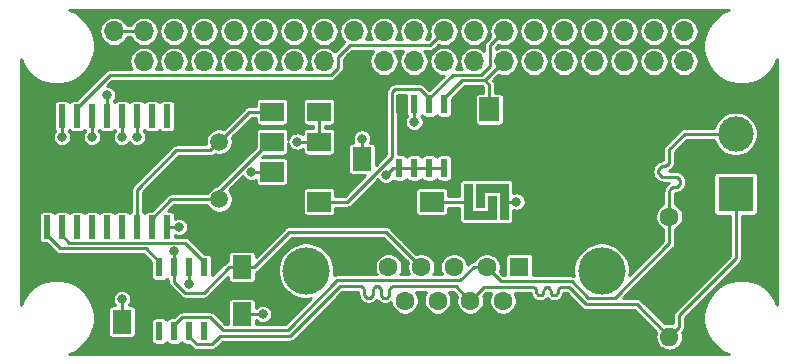
<source format=gbr>
G04 #@! TF.GenerationSoftware,KiCad,Pcbnew,5.0.0-fee4fd1~66~ubuntu18.04.1*
G04 #@! TF.CreationDate,2018-08-10T10:17:42+02:00*
G04 #@! TF.ProjectId,Can_pHat_5.0,43616E5F704861745F352E302E6B6963,rev?*
G04 #@! TF.SameCoordinates,Original*
G04 #@! TF.FileFunction,Copper,L1,Top,Signal*
G04 #@! TF.FilePolarity,Positive*
%FSLAX46Y46*%
G04 Gerber Fmt 4.6, Leading zero omitted, Abs format (unit mm)*
G04 Created by KiCad (PCBNEW 5.0.0-fee4fd1~66~ubuntu18.04.1) date Fri Aug 10 10:17:42 2018*
%MOMM*%
%LPD*%
G01*
G04 APERTURE LIST*
G04 #@! TA.AperFunction,SMDPad,CuDef*
%ADD10C,0.500000*%
G04 #@! TD*
G04 #@! TA.AperFunction,Conductor*
%ADD11C,0.100000*%
G04 #@! TD*
G04 #@! TA.AperFunction,ComponentPad*
%ADD12R,1.600000X1.600000*%
G04 #@! TD*
G04 #@! TA.AperFunction,ComponentPad*
%ADD13C,1.600000*%
G04 #@! TD*
G04 #@! TA.AperFunction,ComponentPad*
%ADD14C,4.000000*%
G04 #@! TD*
G04 #@! TA.AperFunction,SMDPad,CuDef*
%ADD15R,0.600000X2.000000*%
G04 #@! TD*
G04 #@! TA.AperFunction,ComponentPad*
%ADD16C,1.500000*%
G04 #@! TD*
G04 #@! TA.AperFunction,SMDPad,CuDef*
%ADD17R,1.600000X2.000000*%
G04 #@! TD*
G04 #@! TA.AperFunction,SMDPad,CuDef*
%ADD18R,2.000000X1.600000*%
G04 #@! TD*
G04 #@! TA.AperFunction,ComponentPad*
%ADD19O,1.700000X1.700000*%
G04 #@! TD*
G04 #@! TA.AperFunction,ComponentPad*
%ADD20R,1.700000X1.700000*%
G04 #@! TD*
G04 #@! TA.AperFunction,ComponentPad*
%ADD21C,3.000000*%
G04 #@! TD*
G04 #@! TA.AperFunction,ComponentPad*
%ADD22R,3.000000X3.000000*%
G04 #@! TD*
G04 #@! TA.AperFunction,SMDPad,CuDef*
%ADD23R,2.000000X1.700000*%
G04 #@! TD*
G04 #@! TA.AperFunction,ComponentPad*
%ADD24O,1.600000X1.600000*%
G04 #@! TD*
G04 #@! TA.AperFunction,SMDPad,CuDef*
%ADD25R,1.700000X2.000000*%
G04 #@! TD*
G04 #@! TA.AperFunction,SMDPad,CuDef*
%ADD26R,0.600000X1.550000*%
G04 #@! TD*
G04 #@! TA.AperFunction,ViaPad*
%ADD27C,0.800000*%
G04 #@! TD*
G04 #@! TA.AperFunction,Conductor*
%ADD28C,0.250000*%
G04 #@! TD*
G04 #@! TA.AperFunction,Conductor*
%ADD29C,0.254000*%
G04 #@! TD*
G04 APERTURE END LIST*
D10*
G04 #@! TO.P,JP1,1*
G04 #@! TO.N,Net-(JP1-Pad1)*
X55499000Y-33655000D03*
D11*
G04 #@! TD*
G04 #@! TO.N,Net-(JP1-Pad1)*
G04 #@! TO.C,JP1*
G36*
X55753000Y-32131000D02*
X55753000Y-34417000D01*
X57023000Y-34417000D01*
X57023000Y-33147000D01*
X57785000Y-33147000D01*
X57785000Y-35179000D01*
X54991000Y-35179000D01*
X54991000Y-32131000D01*
X55753000Y-32131000D01*
X55753000Y-32131000D01*
G37*
D10*
G04 #@! TO.P,JP1,2*
G04 #@! TO.N,Net-(JP1-Pad2)*
X58293000Y-33655000D03*
D11*
G04 #@! TD*
G04 #@! TO.N,Net-(JP1-Pad2)*
G04 #@! TO.C,JP1*
G36*
X58801000Y-32131000D02*
X58801000Y-35179000D01*
X58039000Y-35179000D01*
X58039000Y-32893000D01*
X56769000Y-32893000D01*
X56769000Y-34163000D01*
X56007000Y-34163000D01*
X56007000Y-32131000D01*
X58801000Y-32131000D01*
X58801000Y-32131000D01*
G37*
D12*
G04 #@! TO.P,J2,1*
G04 #@! TO.N,N/C*
X59690000Y-39197000D03*
D13*
G04 #@! TO.P,J2,2*
G04 #@! TO.N,CAN-*
X56920000Y-39197000D03*
G04 #@! TO.P,J2,3*
G04 #@! TO.N,GND*
X54150000Y-39197000D03*
G04 #@! TO.P,J2,4*
G04 #@! TO.N,+5V*
X51380000Y-39197000D03*
G04 #@! TO.P,J2,5*
G04 #@! TO.N,N/C*
X48610000Y-39197000D03*
G04 #@! TO.P,J2,6*
G04 #@! TO.N,GND*
X58305000Y-42037000D03*
G04 #@! TO.P,J2,7*
G04 #@! TO.N,CAN+*
X55535000Y-42037000D03*
G04 #@! TO.P,J2,8*
G04 #@! TO.N,N/C*
X52765000Y-42037000D03*
G04 #@! TO.P,J2,9*
X49995000Y-42037000D03*
D14*
G04 #@! TO.P,J2,0*
X41650000Y-39497000D03*
X66650000Y-39497000D03*
G04 #@! TD*
D15*
G04 #@! TO.P,U2,18*
G04 #@! TO.N,+3V3*
X19685000Y-26415000D03*
G04 #@! TO.P,U2,17*
G04 #@! TO.N,Net-(R1-Pad2)*
X20955000Y-26415000D03*
G04 #@! TO.P,U2,16*
G04 #@! TO.N,~CS*
X22225000Y-26415000D03*
G04 #@! TO.P,U2,15*
G04 #@! TO.N,SO*
X23495000Y-26415000D03*
G04 #@! TO.P,U2,14*
G04 #@! TO.N,SI*
X24765000Y-26415000D03*
G04 #@! TO.P,U2,13*
G04 #@! TO.N,SCK*
X26035000Y-26415000D03*
G04 #@! TO.P,U2,12*
G04 #@! TO.N,~INT*
X27305000Y-26415000D03*
G04 #@! TO.P,U2,11*
G04 #@! TO.N,N/C*
X28575000Y-26415000D03*
G04 #@! TO.P,U2,10*
X29845000Y-26415000D03*
G04 #@! TO.P,U2,9*
G04 #@! TO.N,GND*
X29845000Y-35815000D03*
G04 #@! TO.P,U2,8*
G04 #@! TO.N,OSC1*
X28575000Y-35815000D03*
G04 #@! TO.P,U2,7*
G04 #@! TO.N,OSC2*
X27305000Y-35815000D03*
G04 #@! TO.P,U2,6*
G04 #@! TO.N,N/C*
X26035000Y-35815000D03*
G04 #@! TO.P,U2,5*
X24765000Y-35815000D03*
G04 #@! TO.P,U2,4*
X23495000Y-35815000D03*
G04 #@! TO.P,U2,3*
X22225000Y-35815000D03*
G04 #@! TO.P,U2,2*
G04 #@! TO.N,Net-(U2-Pad2)*
X20955000Y-35815000D03*
G04 #@! TO.P,U2,1*
G04 #@! TO.N,Net-(U2-Pad1)*
X19685000Y-35815000D03*
G04 #@! TD*
D16*
G04 #@! TO.P,Y1,2*
G04 #@! TO.N,OSC2*
X34290000Y-28575000D03*
G04 #@! TO.P,Y1,1*
G04 #@! TO.N,OSC1*
X34290000Y-33455000D03*
G04 #@! TD*
D17*
G04 #@! TO.P,C1,2*
G04 #@! TO.N,+5V*
X36195000Y-39180000D03*
G04 #@! TO.P,C1,1*
G04 #@! TO.N,GND*
X36195000Y-43180000D03*
G04 #@! TD*
G04 #@! TO.P,C2,1*
G04 #@! TO.N,+3V3*
X26035000Y-39815000D03*
G04 #@! TO.P,C2,2*
G04 #@! TO.N,GND*
X26035000Y-43815000D03*
G04 #@! TD*
D18*
G04 #@! TO.P,C3,2*
G04 #@! TO.N,GND*
X42735000Y-26035000D03*
G04 #@! TO.P,C3,1*
G04 #@! TO.N,OSC2*
X38735000Y-26035000D03*
G04 #@! TD*
G04 #@! TO.P,C4,1*
G04 #@! TO.N,OSC1*
X38735000Y-28575000D03*
G04 #@! TO.P,C4,2*
G04 #@! TO.N,GND*
X42735000Y-28575000D03*
G04 #@! TD*
D17*
G04 #@! TO.P,C5,2*
G04 #@! TO.N,GND*
X46355000Y-30035000D03*
G04 #@! TO.P,C5,1*
G04 #@! TO.N,+3V3*
X46355000Y-26035000D03*
G04 #@! TD*
D19*
G04 #@! TO.P,J1,40*
G04 #@! TO.N,N/C*
X73630000Y-19230000D03*
G04 #@! TO.P,J1,39*
G04 #@! TO.N,GND*
X73630000Y-21770000D03*
G04 #@! TO.P,J1,38*
G04 #@! TO.N,N/C*
X71090000Y-19230000D03*
G04 #@! TO.P,J1,37*
X71090000Y-21770000D03*
G04 #@! TO.P,J1,36*
X68550000Y-19230000D03*
G04 #@! TO.P,J1,35*
X68550000Y-21770000D03*
G04 #@! TO.P,J1,34*
G04 #@! TO.N,GND*
X66010000Y-19230000D03*
G04 #@! TO.P,J1,33*
G04 #@! TO.N,N/C*
X66010000Y-21770000D03*
G04 #@! TO.P,J1,32*
X63470000Y-19230000D03*
G04 #@! TO.P,J1,31*
X63470000Y-21770000D03*
G04 #@! TO.P,J1,30*
X60930000Y-19230000D03*
G04 #@! TO.P,J1,29*
G04 #@! TO.N,~INT*
X60930000Y-21770000D03*
G04 #@! TO.P,J1,28*
G04 #@! TO.N,ID_SC*
X58390000Y-19230000D03*
G04 #@! TO.P,J1,27*
G04 #@! TO.N,ID_SD*
X58390000Y-21770000D03*
G04 #@! TO.P,J1,26*
G04 #@! TO.N,N/C*
X55850000Y-19230000D03*
G04 #@! TO.P,J1,25*
G04 #@! TO.N,GND*
X55850000Y-21770000D03*
G04 #@! TO.P,J1,24*
G04 #@! TO.N,~CS*
X53310000Y-19230000D03*
G04 #@! TO.P,J1,23*
G04 #@! TO.N,SCK*
X53310000Y-21770000D03*
G04 #@! TO.P,J1,22*
G04 #@! TO.N,N/C*
X50770000Y-19230000D03*
G04 #@! TO.P,J1,21*
G04 #@! TO.N,SO*
X50770000Y-21770000D03*
G04 #@! TO.P,J1,20*
G04 #@! TO.N,GND*
X48230000Y-19230000D03*
G04 #@! TO.P,J1,19*
G04 #@! TO.N,SI*
X48230000Y-21770000D03*
G04 #@! TO.P,J1,18*
G04 #@! TO.N,N/C*
X45690000Y-19230000D03*
G04 #@! TO.P,J1,17*
G04 #@! TO.N,+3V3*
X45690000Y-21770000D03*
G04 #@! TO.P,J1,16*
G04 #@! TO.N,N/C*
X43150000Y-19230000D03*
G04 #@! TO.P,J1,15*
X43150000Y-21770000D03*
G04 #@! TO.P,J1,14*
G04 #@! TO.N,GND*
X40610000Y-19230000D03*
G04 #@! TO.P,J1,13*
G04 #@! TO.N,N/C*
X40610000Y-21770000D03*
G04 #@! TO.P,J1,12*
X38070000Y-19230000D03*
G04 #@! TO.P,J1,11*
X38070000Y-21770000D03*
G04 #@! TO.P,J1,10*
X35530000Y-19230000D03*
G04 #@! TO.P,J1,9*
G04 #@! TO.N,GND*
X35530000Y-21770000D03*
G04 #@! TO.P,J1,8*
G04 #@! TO.N,N/C*
X32990000Y-19230000D03*
G04 #@! TO.P,J1,7*
X32990000Y-21770000D03*
G04 #@! TO.P,J1,6*
G04 #@! TO.N,GND*
X30450000Y-19230000D03*
G04 #@! TO.P,J1,5*
G04 #@! TO.N,N/C*
X30450000Y-21770000D03*
G04 #@! TO.P,J1,4*
G04 #@! TO.N,+5V*
X27910000Y-19230000D03*
G04 #@! TO.P,J1,3*
G04 #@! TO.N,N/C*
X27910000Y-21770000D03*
G04 #@! TO.P,J1,2*
G04 #@! TO.N,+5V*
X25370000Y-19230000D03*
D20*
G04 #@! TO.P,J1,1*
G04 #@! TO.N,+3V3*
X25370000Y-21770000D03*
G04 #@! TD*
D21*
G04 #@! TO.P,J3,2*
G04 #@! TO.N,CAN-*
X78000000Y-27920000D03*
D22*
G04 #@! TO.P,J3,1*
G04 #@! TO.N,CAN+*
X78000000Y-33000000D03*
G04 #@! TD*
D23*
G04 #@! TO.P,R1,1*
G04 #@! TO.N,+3V3*
X42735000Y-31115000D03*
G04 #@! TO.P,R1,2*
G04 #@! TO.N,Net-(R1-Pad2)*
X38735000Y-31115000D03*
G04 #@! TD*
D24*
G04 #@! TO.P,R2,2*
G04 #@! TO.N,CAN+*
X72390000Y-45085000D03*
D13*
G04 #@! TO.P,R2,1*
G04 #@! TO.N,CAN-*
X72390000Y-34925000D03*
G04 #@! TD*
D25*
G04 #@! TO.P,R3,2*
G04 #@! TO.N,ID_SD*
X57150000Y-25845000D03*
G04 #@! TO.P,R3,1*
G04 #@! TO.N,+3V3*
X57150000Y-29845000D03*
G04 #@! TD*
D23*
G04 #@! TO.P,R4,2*
G04 #@! TO.N,ID_SC*
X42735000Y-33655000D03*
G04 #@! TO.P,R4,1*
G04 #@! TO.N,+3V3*
X38735000Y-33655000D03*
G04 #@! TD*
G04 #@! TO.P,R5,1*
G04 #@! TO.N,+3V3*
X48260000Y-33655000D03*
G04 #@! TO.P,R5,2*
G04 #@! TO.N,Net-(JP1-Pad1)*
X52260000Y-33655000D03*
G04 #@! TD*
D26*
G04 #@! TO.P,U3,1*
G04 #@! TO.N,Net-(U2-Pad2)*
X33020000Y-39210000D03*
G04 #@! TO.P,U3,2*
G04 #@! TO.N,GND*
X31750000Y-39210000D03*
G04 #@! TO.P,U3,3*
G04 #@! TO.N,+5V*
X30480000Y-39210000D03*
G04 #@! TO.P,U3,4*
G04 #@! TO.N,Net-(U2-Pad1)*
X29210000Y-39210000D03*
G04 #@! TO.P,U3,5*
G04 #@! TO.N,N/C*
X29210000Y-44610000D03*
G04 #@! TO.P,U3,6*
G04 #@! TO.N,CAN-*
X30480000Y-44610000D03*
G04 #@! TO.P,U3,7*
G04 #@! TO.N,CAN+*
X31750000Y-44610000D03*
G04 #@! TO.P,U3,8*
G04 #@! TO.N,N/C*
X33020000Y-44610000D03*
G04 #@! TD*
G04 #@! TO.P,U4,8*
G04 #@! TO.N,+3V3*
X49530000Y-25400000D03*
G04 #@! TO.P,U4,7*
G04 #@! TO.N,Net-(JP1-Pad2)*
X50800000Y-25400000D03*
G04 #@! TO.P,U4,6*
G04 #@! TO.N,ID_SC*
X52070000Y-25400000D03*
G04 #@! TO.P,U4,5*
G04 #@! TO.N,ID_SD*
X53340000Y-25400000D03*
G04 #@! TO.P,U4,4*
G04 #@! TO.N,GND*
X53340000Y-30800000D03*
G04 #@! TO.P,U4,3*
X52070000Y-30800000D03*
G04 #@! TO.P,U4,2*
X50800000Y-30800000D03*
G04 #@! TO.P,U4,1*
X49530000Y-30800000D03*
G04 #@! TD*
D27*
G04 #@! TO.N,+5V*
X30480000Y-37865001D03*
G04 #@! TO.N,GND*
X26035000Y-41910000D03*
X31750000Y-40640000D03*
X30861000Y-35814000D03*
X40894000Y-28575000D03*
X46355000Y-28321000D03*
X37973000Y-43180000D03*
X48409154Y-31391154D03*
G04 #@! TO.N,~INT*
X27305000Y-28194000D03*
G04 #@! TO.N,SCK*
X26035000Y-28194000D03*
G04 #@! TO.N,SO*
X23495000Y-28194000D03*
G04 #@! TO.N,SI*
X24765000Y-24638000D03*
G04 #@! TO.N,Net-(JP1-Pad2)*
X50800000Y-26924000D03*
X59436000Y-33655000D03*
G04 #@! TO.N,Net-(R1-Pad2)*
X36988653Y-31146653D03*
X20955000Y-28194000D03*
G04 #@! TD*
D28*
G04 #@! TO.N,+5V*
X30480000Y-40235000D02*
X30480000Y-39210000D01*
X30480000Y-40443002D02*
X30480000Y-40235000D01*
X35145000Y-39180000D02*
X32959999Y-41365001D01*
X31401999Y-41365001D02*
X30480000Y-40443002D01*
X32959999Y-41365001D02*
X31401999Y-41365001D01*
X36195000Y-39180000D02*
X35145000Y-39180000D01*
X30480000Y-39210000D02*
X30480000Y-37865001D01*
X26707919Y-19230000D02*
X25370000Y-19230000D01*
X27910000Y-19230000D02*
X26707919Y-19230000D01*
X37245000Y-39180000D02*
X36195000Y-39180000D01*
X40230000Y-36195000D02*
X37245000Y-39180000D01*
X48387000Y-36195000D02*
X40230000Y-36195000D01*
X49354999Y-37162999D02*
X48387000Y-36195000D01*
X51380000Y-39197000D02*
X49354999Y-37171999D01*
X49354999Y-37171999D02*
X49354999Y-37162999D01*
G04 #@! TO.N,GND*
X26035000Y-43815000D02*
X26035000Y-41910000D01*
X31750000Y-39210000D02*
X31750000Y-40640000D01*
X29845000Y-35815000D02*
X30860000Y-35815000D01*
X30860000Y-35815000D02*
X30861000Y-35814000D01*
X42735000Y-27085000D02*
X42735000Y-28575000D01*
X42735000Y-26035000D02*
X42735000Y-27085000D01*
X42735000Y-28575000D02*
X40894000Y-28575000D01*
X46355000Y-30035000D02*
X46355000Y-28321000D01*
X53340000Y-30800000D02*
X52070000Y-30800000D01*
X52070000Y-30800000D02*
X50800000Y-30800000D01*
X50800000Y-30800000D02*
X49530000Y-30800000D01*
X36195000Y-43180000D02*
X37973000Y-43180000D01*
X49530000Y-30800000D02*
X49000308Y-30800000D01*
X49000308Y-30800000D02*
X48409154Y-31391154D01*
G04 #@! TO.N,OSC2*
X36830000Y-26035000D02*
X34290000Y-28575000D01*
X38735000Y-26035000D02*
X36830000Y-26035000D01*
X30639999Y-29324999D02*
X27305000Y-32659998D01*
X33540001Y-29324999D02*
X30639999Y-29324999D01*
X27305000Y-34565000D02*
X27305000Y-35815000D01*
X27305000Y-32659998D02*
X27305000Y-34565000D01*
X34290000Y-28575000D02*
X33540001Y-29324999D01*
G04 #@! TO.N,OSC1*
X34290000Y-32820000D02*
X34290000Y-33455000D01*
X38535000Y-28575000D02*
X34290000Y-32820000D01*
X38735000Y-28575000D02*
X38535000Y-28575000D01*
X28575000Y-35115000D02*
X28575000Y-35815000D01*
X30235000Y-33455000D02*
X28575000Y-35115000D01*
X34290000Y-33455000D02*
X30235000Y-33455000D01*
G04 #@! TO.N,~INT*
X27305000Y-26415000D02*
X27305000Y-28194000D01*
G04 #@! TO.N,ID_SC*
X57540001Y-20079999D02*
X58390000Y-19230000D01*
X57214999Y-20405001D02*
X57540001Y-20079999D01*
X57214999Y-22144003D02*
X57214999Y-20405001D01*
X56414001Y-22945001D02*
X57214999Y-22144003D01*
X52070000Y-24925000D02*
X54049999Y-22945001D01*
X54049999Y-22945001D02*
X56414001Y-22945001D01*
X48904999Y-29870003D02*
X48904999Y-24364999D01*
X45120002Y-33655000D02*
X48904999Y-29870003D01*
X42735000Y-33655000D02*
X45120002Y-33655000D01*
X48904999Y-24364999D02*
X48914001Y-24364999D01*
X48914001Y-24364999D02*
X49149000Y-24130000D01*
X52070000Y-24925000D02*
X52070000Y-25400000D01*
X51275000Y-24130000D02*
X52070000Y-24925000D01*
X49149000Y-24130000D02*
X51275000Y-24130000D01*
G04 #@! TO.N,ID_SD*
X57540001Y-22619999D02*
X58390000Y-21770000D01*
X56764989Y-23395011D02*
X57540001Y-22619999D01*
X53340000Y-24925000D02*
X54869989Y-23395011D01*
X54869989Y-23395011D02*
X56764989Y-23395011D01*
X53340000Y-25400000D02*
X53340000Y-24925000D01*
X57150000Y-23780022D02*
X56764989Y-23395011D01*
X57150000Y-25845000D02*
X57150000Y-23780022D01*
G04 #@! TO.N,~CS*
X52460001Y-20079999D02*
X53310000Y-19230000D01*
X45315997Y-20405001D02*
X52134999Y-20405001D01*
X44325001Y-21395997D02*
X45315997Y-20405001D01*
X44325001Y-22334001D02*
X44325001Y-21395997D01*
X43714001Y-22945001D02*
X44325001Y-22334001D01*
X52134999Y-20405001D02*
X52460001Y-20079999D01*
X24994999Y-22945001D02*
X43714001Y-22945001D01*
X22225000Y-25715000D02*
X24994999Y-22945001D01*
X22225000Y-26415000D02*
X22225000Y-25715000D01*
G04 #@! TO.N,SCK*
X26035000Y-26415000D02*
X26035000Y-28194000D01*
G04 #@! TO.N,SO*
X23495000Y-26415000D02*
X23495000Y-28194000D01*
G04 #@! TO.N,SI*
X24765000Y-26415000D02*
X24765000Y-24638000D01*
G04 #@! TO.N,CAN-*
X33530001Y-43459999D02*
X31155001Y-43459999D01*
X34575003Y-44505001D02*
X33530001Y-43459999D01*
X40083001Y-44505001D02*
X34575003Y-44505001D01*
X31155001Y-43459999D02*
X30480000Y-44135000D01*
X54690001Y-40322001D02*
X44266001Y-40322001D01*
X44266001Y-40322001D02*
X40083001Y-44505001D01*
X55815002Y-39197000D02*
X54690001Y-40322001D01*
X30480000Y-44135000D02*
X30480000Y-44610000D01*
X56920000Y-39197000D02*
X55815002Y-39197000D01*
X64123987Y-40411989D02*
X65533999Y-41822001D01*
X65533999Y-41822001D02*
X67766001Y-41822001D01*
X72390000Y-36056370D02*
X72390000Y-34925000D01*
X58134989Y-40411989D02*
X64123987Y-40411989D01*
X56920000Y-39197000D02*
X58134989Y-40411989D01*
X67766001Y-41822001D02*
X72390000Y-37198002D01*
X72390000Y-37198002D02*
X72390000Y-36056370D01*
X72390000Y-29210000D02*
X73680000Y-27920000D01*
X73680000Y-27920000D02*
X78000000Y-27920000D01*
X72390000Y-30193000D02*
X72390000Y-29210000D01*
X72434564Y-32697752D02*
X72488175Y-32612429D01*
X72390000Y-34925000D02*
X72390000Y-32893000D01*
X72559429Y-32541175D02*
X72644752Y-32487564D01*
X72401282Y-32792865D02*
X72434564Y-32697752D01*
X72488175Y-32612429D02*
X72559429Y-32541175D01*
X72644752Y-32487564D02*
X72739865Y-32454282D01*
X72390000Y-32893000D02*
X72401282Y-32792865D01*
X72869295Y-31543000D02*
X71910705Y-31543000D01*
X71460705Y-31093000D02*
X71471988Y-30992865D01*
X71715458Y-31498435D02*
X71630135Y-31444824D01*
X72739865Y-32454282D02*
X72840000Y-32443000D01*
X72969429Y-32431717D02*
X73064542Y-32398435D01*
X73064542Y-32398435D02*
X73149865Y-32344824D01*
X71630135Y-31444824D02*
X71558881Y-31373570D01*
X73064542Y-31587564D02*
X72969429Y-31554282D01*
X71910705Y-30643000D02*
X71940000Y-30643000D01*
X73274730Y-31797752D02*
X73221119Y-31712429D01*
X71558881Y-31373570D02*
X71505270Y-31288247D01*
X72969429Y-31554282D02*
X72869295Y-31543000D01*
X73308012Y-31892865D02*
X73274730Y-31797752D01*
X73319295Y-31993000D02*
X73308012Y-31892865D01*
X71471988Y-30992865D02*
X71505270Y-30897752D01*
X73274730Y-32188247D02*
X73308012Y-32093134D01*
X72869295Y-32443000D02*
X72969429Y-32431717D01*
X73149865Y-32344824D02*
X73221119Y-32273570D01*
X73308012Y-32093134D02*
X73319295Y-31993000D01*
X71715458Y-30687564D02*
X71810571Y-30654282D01*
X71810571Y-30654282D02*
X71910705Y-30643000D01*
X71940000Y-30643000D02*
X72040135Y-30631717D01*
X72040135Y-30631717D02*
X72135248Y-30598435D01*
X72135248Y-30598435D02*
X72220571Y-30544824D01*
X72220571Y-30544824D02*
X72291825Y-30473570D01*
X72291825Y-30473570D02*
X72345436Y-30388247D01*
X72345436Y-30388247D02*
X72378718Y-30293134D01*
X72378718Y-30293134D02*
X72390000Y-30193000D01*
X72840000Y-32443000D02*
X72869295Y-32443000D01*
X73221119Y-32273570D02*
X73274730Y-32188247D01*
X71630135Y-30741175D02*
X71715458Y-30687564D01*
X71505270Y-30897752D02*
X71558881Y-30812429D01*
X71910705Y-31543000D02*
X71810571Y-31531717D01*
X71810571Y-31531717D02*
X71715458Y-31498435D01*
X71558881Y-30812429D02*
X71630135Y-30741175D01*
X73221119Y-31712429D02*
X73149865Y-31641175D01*
X71471988Y-31193134D02*
X71460705Y-31093000D01*
X73149865Y-31641175D02*
X73064542Y-31587564D01*
G04 #@! TO.N,CAN+*
X78000000Y-33000000D02*
X78000000Y-38459000D01*
X73189999Y-43269001D02*
X73189999Y-44285001D01*
X73189999Y-44285001D02*
X72390000Y-45085000D01*
X78000000Y-38459000D02*
X73189999Y-43269001D01*
X63102834Y-40941708D02*
X63166243Y-40919520D01*
X62940521Y-41145242D02*
X62962709Y-41081833D01*
X62933000Y-41211999D02*
X62940521Y-41145242D01*
X62933000Y-41295540D02*
X62933000Y-41211999D01*
X62925478Y-41362296D02*
X62933000Y-41295540D01*
X62867549Y-41482586D02*
X62903290Y-41425705D01*
X62763165Y-41565830D02*
X62820046Y-41530089D01*
X62699756Y-41588018D02*
X62763165Y-41565830D01*
X62903290Y-41425705D02*
X62925478Y-41362296D01*
X62362709Y-41425705D02*
X62398450Y-41482586D01*
X62340521Y-41362296D02*
X62362709Y-41425705D01*
X63233000Y-40911999D02*
X63898999Y-40911999D01*
X62333000Y-41211999D02*
X62333000Y-41295540D01*
X69627011Y-42322011D02*
X72390000Y-45085000D01*
X62325478Y-41145242D02*
X62333000Y-41211999D01*
X62566243Y-41588018D02*
X62633000Y-41595540D01*
X62303290Y-41081833D02*
X62325478Y-41145242D01*
X62820046Y-41530089D02*
X62867549Y-41482586D01*
X61245953Y-41530089D02*
X61302834Y-41565830D01*
X61198450Y-41482586D02*
X61245953Y-41530089D01*
X65309011Y-42322011D02*
X69627011Y-42322011D01*
X61162709Y-41425705D02*
X61198450Y-41482586D01*
X62445953Y-41530089D02*
X62502834Y-41565830D01*
X61733000Y-41295540D02*
X61733000Y-41211999D01*
X62267549Y-41024952D02*
X62303290Y-41081833D01*
X61133000Y-41295540D02*
X61140521Y-41362296D01*
X61133000Y-41211999D02*
X61133000Y-41295540D01*
X61125478Y-41145242D02*
X61133000Y-41211999D01*
X61067549Y-41024952D02*
X61103290Y-41081833D01*
X56660001Y-40911999D02*
X60833000Y-40911999D01*
X62998450Y-41024952D02*
X63045953Y-40977449D01*
X61302834Y-41565830D02*
X61366243Y-41588018D01*
X61103290Y-41081833D02*
X61125478Y-41145242D01*
X62962709Y-41081833D02*
X62998450Y-41024952D01*
X60833000Y-40911999D02*
X60899756Y-40919520D01*
X61433000Y-41595540D02*
X61499756Y-41588018D01*
X62099756Y-40919520D02*
X62163165Y-40941708D01*
X62333000Y-41295540D02*
X62340521Y-41362296D01*
X60899756Y-40919520D02*
X60963165Y-40941708D01*
X62398450Y-41482586D02*
X62445953Y-41530089D01*
X61140521Y-41362296D02*
X61162709Y-41425705D01*
X60963165Y-40941708D02*
X61020046Y-40977449D01*
X61366243Y-41588018D02*
X61433000Y-41595540D01*
X61667549Y-41482586D02*
X61703290Y-41425705D01*
X55535000Y-42037000D02*
X56660001Y-40911999D01*
X61563165Y-41565830D02*
X61620046Y-41530089D01*
X61620046Y-41530089D02*
X61667549Y-41482586D01*
X62633000Y-41595540D02*
X62699756Y-41588018D01*
X61703290Y-41425705D02*
X61725478Y-41362296D01*
X63898999Y-40911999D02*
X65309011Y-42322011D01*
X61733000Y-41211999D02*
X61740521Y-41145242D01*
X62163165Y-40941708D02*
X62220046Y-40977449D01*
X61725478Y-41362296D02*
X61733000Y-41295540D01*
X61740521Y-41145242D02*
X61762709Y-41081833D01*
X61762709Y-41081833D02*
X61798450Y-41024952D01*
X61798450Y-41024952D02*
X61845953Y-40977449D01*
X61845953Y-40977449D02*
X61902834Y-40941708D01*
X61499756Y-41588018D02*
X61563165Y-41565830D01*
X61902834Y-40941708D02*
X61966243Y-40919520D01*
X63045953Y-40977449D02*
X63102834Y-40941708D01*
X61966243Y-40919520D02*
X62033000Y-40911999D01*
X62220046Y-40977449D02*
X62267549Y-41024952D01*
X63166243Y-40919520D02*
X63233000Y-40911999D01*
X62502834Y-41565830D02*
X62566243Y-41588018D01*
X61020046Y-40977449D02*
X61067549Y-41024952D01*
X62033000Y-40911999D02*
X62099756Y-40919520D01*
X34369989Y-45005011D02*
X33664999Y-45710001D01*
X46222000Y-40822011D02*
X44473111Y-40822011D01*
X46299882Y-40830787D02*
X46222000Y-40822011D01*
X46440221Y-40898370D02*
X46373859Y-40856672D01*
X46495641Y-40953790D02*
X46440221Y-40898370D01*
X46580775Y-41547473D02*
X46572000Y-41469590D01*
X46606660Y-41621450D02*
X46580775Y-41547473D01*
X46648358Y-41687812D02*
X46606660Y-41621450D01*
X46703778Y-41743232D02*
X46648358Y-41687812D01*
X46563224Y-41094129D02*
X46537339Y-41020152D01*
X46922000Y-41819590D02*
X46844117Y-41810815D01*
X46999882Y-41810815D02*
X46922000Y-41819590D01*
X46844117Y-41810815D02*
X46770140Y-41784930D01*
X47140221Y-41743232D02*
X47073859Y-41784930D01*
X47195641Y-41687812D02*
X47140221Y-41743232D01*
X32375001Y-45710001D02*
X31750000Y-45085000D01*
X47272000Y-41172011D02*
X47272000Y-41469590D01*
X47280775Y-41094129D02*
X47272000Y-41172011D01*
X47348358Y-40953790D02*
X47306660Y-41020152D01*
X47073859Y-41784930D02*
X46999882Y-41810815D01*
X47306660Y-41020152D02*
X47280775Y-41094129D01*
X48637339Y-41621450D02*
X48595641Y-41687812D01*
X48672000Y-41172011D02*
X48672000Y-41469590D01*
X48663224Y-41547473D02*
X48637339Y-41621450D01*
X44473111Y-40822011D02*
X40290111Y-45005011D01*
X46572000Y-41469590D02*
X46572000Y-41172011D01*
X47263224Y-41547473D02*
X47237339Y-41621450D01*
X48540221Y-41743232D02*
X48473859Y-41784930D01*
X47773859Y-40856672D02*
X47699882Y-40830787D01*
X31750000Y-45085000D02*
X31750000Y-44610000D01*
X48473859Y-41784930D02*
X48399882Y-41810815D01*
X48706660Y-41020152D02*
X48680775Y-41094129D01*
X48748358Y-40953790D02*
X48706660Y-41020152D01*
X48399882Y-41810815D02*
X48322000Y-41819590D01*
X47699882Y-40830787D02*
X47622000Y-40822011D01*
X48595641Y-41687812D02*
X48540221Y-41743232D01*
X54320011Y-40822011D02*
X49022000Y-40822011D01*
X48006660Y-41621450D02*
X47980775Y-41547473D01*
X46537339Y-41020152D02*
X46495641Y-40953790D01*
X47963224Y-41094129D02*
X47937339Y-41020152D01*
X47622000Y-40822011D02*
X47544117Y-40830787D01*
X47470140Y-40856672D02*
X47403778Y-40898370D01*
X47237339Y-41621450D02*
X47195641Y-41687812D01*
X48680775Y-41094129D02*
X48672000Y-41172011D01*
X55535000Y-42037000D02*
X54320011Y-40822011D01*
X49022000Y-40822011D02*
X48944117Y-40830787D01*
X48944117Y-40830787D02*
X48870140Y-40856672D01*
X46770140Y-41784930D02*
X46703778Y-41743232D01*
X47937339Y-41020152D02*
X47895641Y-40953790D01*
X48672000Y-41469590D02*
X48663224Y-41547473D01*
X48803778Y-40898370D02*
X48748358Y-40953790D01*
X48322000Y-41819590D02*
X48244117Y-41810815D01*
X48244117Y-41810815D02*
X48170140Y-41784930D01*
X47272000Y-41469590D02*
X47263224Y-41547473D01*
X48170140Y-41784930D02*
X48103778Y-41743232D01*
X47972000Y-41469590D02*
X47972000Y-41172011D01*
X46373859Y-40856672D02*
X46299882Y-40830787D01*
X48103778Y-41743232D02*
X48048358Y-41687812D01*
X46572000Y-41172011D02*
X46563224Y-41094129D01*
X47980775Y-41547473D02*
X47972000Y-41469590D01*
X48048358Y-41687812D02*
X48006660Y-41621450D01*
X40290111Y-45005011D02*
X34369989Y-45005011D01*
X47972000Y-41172011D02*
X47963224Y-41094129D01*
X47895641Y-40953790D02*
X47840221Y-40898370D01*
X47840221Y-40898370D02*
X47773859Y-40856672D01*
X33664999Y-45710001D02*
X32375001Y-45710001D01*
X48870140Y-40856672D02*
X48803778Y-40898370D01*
X47544117Y-40830787D02*
X47470140Y-40856672D01*
X47403778Y-40898370D02*
X47348358Y-40953790D01*
G04 #@! TO.N,Net-(JP1-Pad1)*
X54891000Y-33655000D02*
X52260000Y-33655000D01*
X55499000Y-33655000D02*
X54891000Y-33655000D01*
G04 #@! TO.N,Net-(JP1-Pad2)*
X50800000Y-25875000D02*
X50800000Y-25400000D01*
X50800000Y-26924000D02*
X50800000Y-25400000D01*
X58293000Y-33655000D02*
X59436000Y-33655000D01*
G04 #@! TO.N,Net-(R1-Pad2)*
X38735000Y-31115000D02*
X37020306Y-31115000D01*
X37020306Y-31115000D02*
X36988653Y-31146653D01*
X20955000Y-28194000D02*
X20955000Y-26415000D01*
G04 #@! TO.N,Net-(U2-Pad2)*
X20955000Y-36515000D02*
X20955000Y-35815000D01*
X21580001Y-37140001D02*
X20955000Y-36515000D01*
X31425001Y-37140001D02*
X21580001Y-37140001D01*
X33020000Y-38735000D02*
X31425001Y-37140001D01*
X33020000Y-39210000D02*
X33020000Y-38735000D01*
G04 #@! TO.N,Net-(U2-Pad1)*
X29210000Y-38735000D02*
X28065011Y-37590011D01*
X29210000Y-39210000D02*
X29210000Y-38735000D01*
X19685000Y-36515000D02*
X19685000Y-35815000D01*
X20760011Y-37590011D02*
X19685000Y-36515000D01*
X28065011Y-37590011D02*
X20760011Y-37590011D01*
G04 #@! TD*
D29*
G04 #@! TO.N,+3V3*
G36*
X76971442Y-17640270D02*
X76442907Y-17993425D01*
X75993425Y-18442907D01*
X75640270Y-18971442D01*
X75397012Y-19558719D01*
X75273000Y-20182168D01*
X75273000Y-20817832D01*
X75397012Y-21441281D01*
X75640270Y-22028558D01*
X75993425Y-22557093D01*
X76442907Y-23006575D01*
X76971442Y-23359730D01*
X77558719Y-23602988D01*
X78182168Y-23727000D01*
X78817832Y-23727000D01*
X79441281Y-23602988D01*
X80028558Y-23359730D01*
X80557093Y-23006575D01*
X81006575Y-22557093D01*
X81359730Y-22028558D01*
X81544001Y-21583688D01*
X81544000Y-42416309D01*
X81359730Y-41971442D01*
X81006575Y-41442907D01*
X80557093Y-40993425D01*
X80028558Y-40640270D01*
X79441281Y-40397012D01*
X78817832Y-40273000D01*
X78182168Y-40273000D01*
X77558719Y-40397012D01*
X76971442Y-40640270D01*
X76442907Y-40993425D01*
X75993425Y-41442907D01*
X75640270Y-41971442D01*
X75397012Y-42558719D01*
X75273000Y-43182168D01*
X75273000Y-43817832D01*
X75397012Y-44441281D01*
X75640270Y-45028558D01*
X75993425Y-45557093D01*
X76442907Y-46006575D01*
X76971442Y-46359730D01*
X77416309Y-46544000D01*
X21583691Y-46544000D01*
X22028558Y-46359730D01*
X22557093Y-46006575D01*
X23006575Y-45557093D01*
X23359730Y-45028558D01*
X23602988Y-44441281D01*
X23727000Y-43817832D01*
X23727000Y-43182168D01*
X23653966Y-42815000D01*
X24852157Y-42815000D01*
X24852157Y-44815000D01*
X24859513Y-44889689D01*
X24881299Y-44961508D01*
X24916678Y-45027696D01*
X24964289Y-45085711D01*
X25022304Y-45133322D01*
X25088492Y-45168701D01*
X25160311Y-45190487D01*
X25235000Y-45197843D01*
X26835000Y-45197843D01*
X26909689Y-45190487D01*
X26981508Y-45168701D01*
X27047696Y-45133322D01*
X27105711Y-45085711D01*
X27153322Y-45027696D01*
X27188701Y-44961508D01*
X27210487Y-44889689D01*
X27217843Y-44815000D01*
X27217843Y-42815000D01*
X27210487Y-42740311D01*
X27188701Y-42668492D01*
X27153322Y-42602304D01*
X27105711Y-42544289D01*
X27047696Y-42496678D01*
X26981508Y-42461299D01*
X26909689Y-42439513D01*
X26835000Y-42432157D01*
X26617344Y-42432157D01*
X26641642Y-42407859D01*
X26727113Y-42279942D01*
X26785987Y-42137809D01*
X26816000Y-41986922D01*
X26816000Y-41833078D01*
X26785987Y-41682191D01*
X26727113Y-41540058D01*
X26641642Y-41412141D01*
X26532859Y-41303358D01*
X26404942Y-41217887D01*
X26262809Y-41159013D01*
X26111922Y-41129000D01*
X25958078Y-41129000D01*
X25807191Y-41159013D01*
X25665058Y-41217887D01*
X25537141Y-41303358D01*
X25428358Y-41412141D01*
X25342887Y-41540058D01*
X25284013Y-41682191D01*
X25254000Y-41833078D01*
X25254000Y-41986922D01*
X25284013Y-42137809D01*
X25342887Y-42279942D01*
X25428358Y-42407859D01*
X25452656Y-42432157D01*
X25235000Y-42432157D01*
X25160311Y-42439513D01*
X25088492Y-42461299D01*
X25022304Y-42496678D01*
X24964289Y-42544289D01*
X24916678Y-42602304D01*
X24881299Y-42668492D01*
X24859513Y-42740311D01*
X24852157Y-42815000D01*
X23653966Y-42815000D01*
X23602988Y-42558719D01*
X23359730Y-41971442D01*
X23006575Y-41442907D01*
X22557093Y-40993425D01*
X22028558Y-40640270D01*
X21441281Y-40397012D01*
X20817832Y-40273000D01*
X20182168Y-40273000D01*
X19558719Y-40397012D01*
X18971442Y-40640270D01*
X18442907Y-40993425D01*
X17993425Y-41442907D01*
X17640270Y-41971442D01*
X17456000Y-42416309D01*
X17456000Y-34815000D01*
X19002157Y-34815000D01*
X19002157Y-36815000D01*
X19009513Y-36889689D01*
X19031299Y-36961508D01*
X19066678Y-37027696D01*
X19114289Y-37085711D01*
X19172304Y-37133322D01*
X19238492Y-37168701D01*
X19310311Y-37190487D01*
X19385000Y-37197843D01*
X19652252Y-37197843D01*
X20384639Y-37930231D01*
X20400484Y-37949538D01*
X20477532Y-38012770D01*
X20564981Y-38059513D01*
X20565436Y-38059756D01*
X20660817Y-38088689D01*
X20670705Y-38089663D01*
X20735157Y-38096011D01*
X20735164Y-38096011D01*
X20760010Y-38098458D01*
X20784856Y-38096011D01*
X27855420Y-38096011D01*
X28527157Y-38767749D01*
X28527157Y-39985000D01*
X28534513Y-40059689D01*
X28556299Y-40131508D01*
X28591678Y-40197696D01*
X28639289Y-40255711D01*
X28697304Y-40303322D01*
X28763492Y-40338701D01*
X28835311Y-40360487D01*
X28910000Y-40367843D01*
X29510000Y-40367843D01*
X29584689Y-40360487D01*
X29656508Y-40338701D01*
X29722696Y-40303322D01*
X29780711Y-40255711D01*
X29828322Y-40197696D01*
X29845000Y-40166494D01*
X29861678Y-40197696D01*
X29909289Y-40255711D01*
X29967304Y-40303322D01*
X29974000Y-40306901D01*
X29974000Y-40418156D01*
X29971553Y-40443002D01*
X29974000Y-40467848D01*
X29974000Y-40467855D01*
X29981322Y-40542194D01*
X30010255Y-40637576D01*
X30057241Y-40725481D01*
X30120473Y-40802529D01*
X30139785Y-40818378D01*
X31026627Y-41705221D01*
X31042472Y-41724528D01*
X31119520Y-41787760D01*
X31207424Y-41834746D01*
X31269418Y-41853551D01*
X31302805Y-41863679D01*
X31310999Y-41864486D01*
X31377145Y-41871001D01*
X31377152Y-41871001D01*
X31401998Y-41873448D01*
X31426844Y-41871001D01*
X32935153Y-41871001D01*
X32959999Y-41873448D01*
X32984845Y-41871001D01*
X32984853Y-41871001D01*
X33059192Y-41863679D01*
X33154574Y-41834746D01*
X33242478Y-41787760D01*
X33319526Y-41724528D01*
X33335375Y-41705216D01*
X35012157Y-40028435D01*
X35012157Y-40180000D01*
X35019513Y-40254689D01*
X35041299Y-40326508D01*
X35076678Y-40392696D01*
X35124289Y-40450711D01*
X35182304Y-40498322D01*
X35248492Y-40533701D01*
X35320311Y-40555487D01*
X35395000Y-40562843D01*
X36995000Y-40562843D01*
X37069689Y-40555487D01*
X37141508Y-40533701D01*
X37207696Y-40498322D01*
X37265711Y-40450711D01*
X37313322Y-40392696D01*
X37348701Y-40326508D01*
X37370487Y-40254689D01*
X37377843Y-40180000D01*
X37377843Y-39668471D01*
X37439575Y-39649745D01*
X37527479Y-39602759D01*
X37604527Y-39539527D01*
X37620376Y-39520215D01*
X40439592Y-36701000D01*
X48177409Y-36701000D01*
X48938437Y-37462028D01*
X48995472Y-37531526D01*
X49014784Y-37547375D01*
X50266510Y-38799102D01*
X50244386Y-38852515D01*
X50199000Y-39080682D01*
X50199000Y-39313318D01*
X50244386Y-39541485D01*
X50333412Y-39756413D01*
X50373227Y-39816001D01*
X49616773Y-39816001D01*
X49656588Y-39756413D01*
X49745614Y-39541485D01*
X49791000Y-39313318D01*
X49791000Y-39080682D01*
X49745614Y-38852515D01*
X49656588Y-38637587D01*
X49527342Y-38444157D01*
X49362843Y-38279658D01*
X49169413Y-38150412D01*
X48954485Y-38061386D01*
X48726318Y-38016000D01*
X48493682Y-38016000D01*
X48265515Y-38061386D01*
X48050587Y-38150412D01*
X47857157Y-38279658D01*
X47692658Y-38444157D01*
X47563412Y-38637587D01*
X47474386Y-38852515D01*
X47429000Y-39080682D01*
X47429000Y-39313318D01*
X47474386Y-39541485D01*
X47563412Y-39756413D01*
X47603227Y-39816001D01*
X44290846Y-39816001D01*
X44266000Y-39813554D01*
X44241154Y-39816001D01*
X44241147Y-39816001D01*
X44176695Y-39822349D01*
X44166807Y-39823323D01*
X44144608Y-39830057D01*
X44071426Y-39852256D01*
X43999315Y-39890800D01*
X44031000Y-39731508D01*
X44031000Y-39262492D01*
X43939500Y-38802488D01*
X43760015Y-38369173D01*
X43499444Y-37979201D01*
X43167799Y-37647556D01*
X42777827Y-37386985D01*
X42344512Y-37207500D01*
X41884508Y-37116000D01*
X41415492Y-37116000D01*
X40955488Y-37207500D01*
X40522173Y-37386985D01*
X40132201Y-37647556D01*
X39800556Y-37979201D01*
X39539985Y-38369173D01*
X39360500Y-38802488D01*
X39269000Y-39262492D01*
X39269000Y-39731508D01*
X39360500Y-40191512D01*
X39539985Y-40624827D01*
X39800556Y-41014799D01*
X40132201Y-41346444D01*
X40522173Y-41607015D01*
X40955488Y-41786500D01*
X41415492Y-41878000D01*
X41884508Y-41878000D01*
X42021699Y-41850711D01*
X39873410Y-43999001D01*
X37377843Y-43999001D01*
X37377843Y-43689344D01*
X37475141Y-43786642D01*
X37603058Y-43872113D01*
X37745191Y-43930987D01*
X37896078Y-43961000D01*
X38049922Y-43961000D01*
X38200809Y-43930987D01*
X38342942Y-43872113D01*
X38470859Y-43786642D01*
X38579642Y-43677859D01*
X38665113Y-43549942D01*
X38723987Y-43407809D01*
X38754000Y-43256922D01*
X38754000Y-43103078D01*
X38723987Y-42952191D01*
X38665113Y-42810058D01*
X38579642Y-42682141D01*
X38470859Y-42573358D01*
X38342942Y-42487887D01*
X38200809Y-42429013D01*
X38049922Y-42399000D01*
X37896078Y-42399000D01*
X37745191Y-42429013D01*
X37603058Y-42487887D01*
X37475141Y-42573358D01*
X37377843Y-42670656D01*
X37377843Y-42180000D01*
X37370487Y-42105311D01*
X37348701Y-42033492D01*
X37313322Y-41967304D01*
X37265711Y-41909289D01*
X37207696Y-41861678D01*
X37141508Y-41826299D01*
X37069689Y-41804513D01*
X36995000Y-41797157D01*
X35395000Y-41797157D01*
X35320311Y-41804513D01*
X35248492Y-41826299D01*
X35182304Y-41861678D01*
X35124289Y-41909289D01*
X35076678Y-41967304D01*
X35041299Y-42033492D01*
X35019513Y-42105311D01*
X35012157Y-42180000D01*
X35012157Y-43999001D01*
X34784595Y-43999001D01*
X33905377Y-43119784D01*
X33889528Y-43100472D01*
X33812480Y-43037240D01*
X33724576Y-42990254D01*
X33629194Y-42961321D01*
X33554855Y-42953999D01*
X33554847Y-42953999D01*
X33530001Y-42951552D01*
X33505155Y-42953999D01*
X31179855Y-42953999D01*
X31155001Y-42951551D01*
X31055808Y-42961321D01*
X30960426Y-42990254D01*
X30872522Y-43037240D01*
X30795474Y-43100472D01*
X30779629Y-43119779D01*
X30447252Y-43452157D01*
X30180000Y-43452157D01*
X30105311Y-43459513D01*
X30033492Y-43481299D01*
X29967304Y-43516678D01*
X29909289Y-43564289D01*
X29861678Y-43622304D01*
X29845000Y-43653506D01*
X29828322Y-43622304D01*
X29780711Y-43564289D01*
X29722696Y-43516678D01*
X29656508Y-43481299D01*
X29584689Y-43459513D01*
X29510000Y-43452157D01*
X28910000Y-43452157D01*
X28835311Y-43459513D01*
X28763492Y-43481299D01*
X28697304Y-43516678D01*
X28639289Y-43564289D01*
X28591678Y-43622304D01*
X28556299Y-43688492D01*
X28534513Y-43760311D01*
X28527157Y-43835000D01*
X28527157Y-45385000D01*
X28534513Y-45459689D01*
X28556299Y-45531508D01*
X28591678Y-45597696D01*
X28639289Y-45655711D01*
X28697304Y-45703322D01*
X28763492Y-45738701D01*
X28835311Y-45760487D01*
X28910000Y-45767843D01*
X29510000Y-45767843D01*
X29584689Y-45760487D01*
X29656508Y-45738701D01*
X29722696Y-45703322D01*
X29780711Y-45655711D01*
X29828322Y-45597696D01*
X29845000Y-45566494D01*
X29861678Y-45597696D01*
X29909289Y-45655711D01*
X29967304Y-45703322D01*
X30033492Y-45738701D01*
X30105311Y-45760487D01*
X30180000Y-45767843D01*
X30780000Y-45767843D01*
X30854689Y-45760487D01*
X30926508Y-45738701D01*
X30992696Y-45703322D01*
X31050711Y-45655711D01*
X31098322Y-45597696D01*
X31115000Y-45566494D01*
X31131678Y-45597696D01*
X31179289Y-45655711D01*
X31237304Y-45703322D01*
X31303492Y-45738701D01*
X31375311Y-45760487D01*
X31450000Y-45767843D01*
X31717251Y-45767843D01*
X31999629Y-46050221D01*
X32015474Y-46069528D01*
X32092522Y-46132760D01*
X32174123Y-46176377D01*
X32180426Y-46179746D01*
X32275808Y-46208679D01*
X32375001Y-46218449D01*
X32399855Y-46216001D01*
X33640153Y-46216001D01*
X33664999Y-46218448D01*
X33689845Y-46216001D01*
X33689853Y-46216001D01*
X33764192Y-46208679D01*
X33859574Y-46179746D01*
X33947478Y-46132760D01*
X34024526Y-46069528D01*
X34040375Y-46050216D01*
X34579581Y-45511011D01*
X40265265Y-45511011D01*
X40290111Y-45513458D01*
X40314957Y-45511011D01*
X40314965Y-45511011D01*
X40389304Y-45503689D01*
X40484686Y-45474756D01*
X40572590Y-45427770D01*
X40649638Y-45364538D01*
X40665487Y-45345226D01*
X44682703Y-41328011D01*
X46066000Y-41328011D01*
X46066000Y-41423338D01*
X46065352Y-41426853D01*
X46066000Y-41473080D01*
X46066000Y-41494443D01*
X46066349Y-41497988D01*
X46066399Y-41501544D01*
X46068786Y-41522731D01*
X46073322Y-41568782D01*
X46074361Y-41572207D01*
X46075970Y-41586492D01*
X46077320Y-41618545D01*
X46087413Y-41660075D01*
X46096339Y-41701874D01*
X46109030Y-41731338D01*
X46123194Y-41771818D01*
X46131644Y-41802773D01*
X46150724Y-41841013D01*
X46168726Y-41879776D01*
X46187660Y-41905685D01*
X46210476Y-41941996D01*
X46225600Y-41970290D01*
X46252716Y-42003331D01*
X46278890Y-42037113D01*
X46303105Y-42058150D01*
X46333440Y-42088485D01*
X46354477Y-42112700D01*
X46388259Y-42138874D01*
X46421300Y-42165990D01*
X46449594Y-42181114D01*
X46485913Y-42203934D01*
X46511815Y-42222864D01*
X46550571Y-42240863D01*
X46588817Y-42259946D01*
X46619771Y-42268396D01*
X46660252Y-42282560D01*
X46689716Y-42295251D01*
X46731507Y-42304175D01*
X46773044Y-42314270D01*
X46805099Y-42315620D01*
X46847715Y-42320421D01*
X46879264Y-42326238D01*
X46922000Y-42325639D01*
X46964737Y-42326238D01*
X46996286Y-42320421D01*
X47038902Y-42315620D01*
X47070954Y-42314270D01*
X47112481Y-42304177D01*
X47154284Y-42295251D01*
X47183753Y-42282558D01*
X47224227Y-42268396D01*
X47255182Y-42259946D01*
X47293422Y-42240866D01*
X47332185Y-42222864D01*
X47358094Y-42203930D01*
X47394405Y-42181114D01*
X47422699Y-42165990D01*
X47455740Y-42138874D01*
X47489522Y-42112700D01*
X47510559Y-42088485D01*
X47540894Y-42058150D01*
X47565109Y-42037113D01*
X47591283Y-42003331D01*
X47618399Y-41970290D01*
X47622000Y-41963554D01*
X47625600Y-41970290D01*
X47652716Y-42003331D01*
X47678890Y-42037113D01*
X47703105Y-42058150D01*
X47733440Y-42088485D01*
X47754477Y-42112700D01*
X47788259Y-42138874D01*
X47821300Y-42165990D01*
X47849594Y-42181114D01*
X47885913Y-42203934D01*
X47911815Y-42222864D01*
X47950571Y-42240863D01*
X47988817Y-42259946D01*
X48019771Y-42268396D01*
X48060252Y-42282560D01*
X48089716Y-42295251D01*
X48131507Y-42304175D01*
X48173044Y-42314270D01*
X48205099Y-42315620D01*
X48247715Y-42320421D01*
X48279264Y-42326238D01*
X48322000Y-42325639D01*
X48364737Y-42326238D01*
X48396286Y-42320421D01*
X48438902Y-42315620D01*
X48470954Y-42314270D01*
X48512481Y-42304177D01*
X48554284Y-42295251D01*
X48583753Y-42282558D01*
X48624227Y-42268396D01*
X48655182Y-42259946D01*
X48693422Y-42240866D01*
X48732185Y-42222864D01*
X48758094Y-42203930D01*
X48794405Y-42181114D01*
X48817114Y-42168975D01*
X48859386Y-42381485D01*
X48948412Y-42596413D01*
X49077658Y-42789843D01*
X49242157Y-42954342D01*
X49435587Y-43083588D01*
X49650515Y-43172614D01*
X49878682Y-43218000D01*
X50111318Y-43218000D01*
X50339485Y-43172614D01*
X50554413Y-43083588D01*
X50747843Y-42954342D01*
X50912342Y-42789843D01*
X51041588Y-42596413D01*
X51130614Y-42381485D01*
X51176000Y-42153318D01*
X51176000Y-41920682D01*
X51130614Y-41692515D01*
X51041588Y-41477587D01*
X50941644Y-41328011D01*
X51818356Y-41328011D01*
X51718412Y-41477587D01*
X51629386Y-41692515D01*
X51584000Y-41920682D01*
X51584000Y-42153318D01*
X51629386Y-42381485D01*
X51718412Y-42596413D01*
X51847658Y-42789843D01*
X52012157Y-42954342D01*
X52205587Y-43083588D01*
X52420515Y-43172614D01*
X52648682Y-43218000D01*
X52881318Y-43218000D01*
X53109485Y-43172614D01*
X53324413Y-43083588D01*
X53517843Y-42954342D01*
X53682342Y-42789843D01*
X53811588Y-42596413D01*
X53900614Y-42381485D01*
X53946000Y-42153318D01*
X53946000Y-41920682D01*
X53900614Y-41692515D01*
X53811588Y-41477587D01*
X53711644Y-41328011D01*
X54110420Y-41328011D01*
X54421510Y-41639102D01*
X54399386Y-41692515D01*
X54354000Y-41920682D01*
X54354000Y-42153318D01*
X54399386Y-42381485D01*
X54488412Y-42596413D01*
X54617658Y-42789843D01*
X54782157Y-42954342D01*
X54975587Y-43083588D01*
X55190515Y-43172614D01*
X55418682Y-43218000D01*
X55651318Y-43218000D01*
X55879485Y-43172614D01*
X56094413Y-43083588D01*
X56287843Y-42954342D01*
X56452342Y-42789843D01*
X56581588Y-42596413D01*
X56670614Y-42381485D01*
X56716000Y-42153318D01*
X56716000Y-41920682D01*
X56670614Y-41692515D01*
X56648490Y-41639102D01*
X56869593Y-41417999D01*
X57298227Y-41417999D01*
X57258412Y-41477587D01*
X57169386Y-41692515D01*
X57124000Y-41920682D01*
X57124000Y-42153318D01*
X57169386Y-42381485D01*
X57258412Y-42596413D01*
X57387658Y-42789843D01*
X57552157Y-42954342D01*
X57745587Y-43083588D01*
X57960515Y-43172614D01*
X58188682Y-43218000D01*
X58421318Y-43218000D01*
X58649485Y-43172614D01*
X58864413Y-43083588D01*
X59057843Y-42954342D01*
X59222342Y-42789843D01*
X59351588Y-42596413D01*
X59440614Y-42381485D01*
X59486000Y-42153318D01*
X59486000Y-41920682D01*
X59440614Y-41692515D01*
X59351588Y-41477587D01*
X59311773Y-41417999D01*
X60636420Y-41417999D01*
X60637067Y-41433373D01*
X60647159Y-41474898D01*
X60656084Y-41516694D01*
X60668774Y-41546158D01*
X60679247Y-41576085D01*
X60687694Y-41607030D01*
X60706771Y-41645263D01*
X60724778Y-41684036D01*
X60743709Y-41709939D01*
X60760570Y-41736774D01*
X60775692Y-41765064D01*
X60802798Y-41798093D01*
X60828983Y-41831889D01*
X60853201Y-41852928D01*
X60875611Y-41875338D01*
X60896650Y-41899556D01*
X60930446Y-41925741D01*
X60963475Y-41952847D01*
X60991761Y-41967966D01*
X61018605Y-41984833D01*
X61044504Y-42003761D01*
X61083270Y-42021765D01*
X61121509Y-42040845D01*
X61152454Y-42049292D01*
X61182378Y-42059764D01*
X61211838Y-42072453D01*
X61253625Y-42081376D01*
X61295166Y-42091473D01*
X61327223Y-42092823D01*
X61358716Y-42096371D01*
X61390268Y-42102188D01*
X61433000Y-42101588D01*
X61475732Y-42102188D01*
X61507285Y-42096371D01*
X61538787Y-42092822D01*
X61570833Y-42091472D01*
X61612356Y-42081381D01*
X61654161Y-42072453D01*
X61683621Y-42059764D01*
X61713545Y-42049292D01*
X61744490Y-42040845D01*
X61782723Y-42021768D01*
X61821496Y-42003761D01*
X61847399Y-41984830D01*
X61874234Y-41967969D01*
X61902524Y-41952847D01*
X61935553Y-41925741D01*
X61969349Y-41899556D01*
X61990388Y-41875338D01*
X62012798Y-41852928D01*
X62033000Y-41835378D01*
X62053201Y-41852928D01*
X62075611Y-41875338D01*
X62096650Y-41899556D01*
X62130446Y-41925741D01*
X62163475Y-41952847D01*
X62191761Y-41967966D01*
X62218605Y-41984833D01*
X62244504Y-42003761D01*
X62283270Y-42021765D01*
X62321509Y-42040845D01*
X62352454Y-42049292D01*
X62382378Y-42059764D01*
X62411838Y-42072453D01*
X62453625Y-42081376D01*
X62495166Y-42091473D01*
X62527223Y-42092823D01*
X62558716Y-42096371D01*
X62590268Y-42102188D01*
X62633000Y-42101588D01*
X62675732Y-42102188D01*
X62707285Y-42096371D01*
X62738787Y-42092822D01*
X62770833Y-42091472D01*
X62812356Y-42081381D01*
X62854161Y-42072453D01*
X62883621Y-42059764D01*
X62913545Y-42049292D01*
X62944490Y-42040845D01*
X62982723Y-42021768D01*
X63021496Y-42003761D01*
X63047399Y-41984830D01*
X63074234Y-41967969D01*
X63102524Y-41952847D01*
X63135553Y-41925741D01*
X63169349Y-41899556D01*
X63190388Y-41875338D01*
X63212798Y-41852928D01*
X63237016Y-41831889D01*
X63263201Y-41798093D01*
X63290307Y-41765064D01*
X63305426Y-41736778D01*
X63322293Y-41709934D01*
X63341221Y-41684035D01*
X63359225Y-41645269D01*
X63378305Y-41607030D01*
X63386752Y-41576085D01*
X63397222Y-41546164D01*
X63409913Y-41516702D01*
X63418838Y-41474907D01*
X63428933Y-41433373D01*
X63429580Y-41417999D01*
X63689408Y-41417999D01*
X64933639Y-42662231D01*
X64949484Y-42681538D01*
X65026532Y-42744770D01*
X65110857Y-42789843D01*
X65114436Y-42791756D01*
X65209817Y-42820689D01*
X65219705Y-42821663D01*
X65284157Y-42828011D01*
X65284164Y-42828011D01*
X65309010Y-42830458D01*
X65333856Y-42828011D01*
X69417420Y-42828011D01*
X71276548Y-44687140D01*
X71226088Y-44853484D01*
X71203286Y-45085000D01*
X71226088Y-45316516D01*
X71293619Y-45539136D01*
X71403283Y-45744303D01*
X71550866Y-45924134D01*
X71730697Y-46071717D01*
X71935864Y-46181381D01*
X72158484Y-46248912D01*
X72331984Y-46266000D01*
X72448016Y-46266000D01*
X72621516Y-46248912D01*
X72844136Y-46181381D01*
X73049303Y-46071717D01*
X73229134Y-45924134D01*
X73376717Y-45744303D01*
X73486381Y-45539136D01*
X73553912Y-45316516D01*
X73576714Y-45085000D01*
X73553912Y-44853484D01*
X73503452Y-44687140D01*
X73530219Y-44660373D01*
X73549526Y-44644528D01*
X73612758Y-44567480D01*
X73659744Y-44479576D01*
X73686098Y-44392696D01*
X73688677Y-44384195D01*
X73692475Y-44345630D01*
X73695999Y-44309855D01*
X73695999Y-44309848D01*
X73698446Y-44285002D01*
X73695999Y-44260156D01*
X73695999Y-43478592D01*
X78340220Y-38834372D01*
X78359527Y-38818527D01*
X78422759Y-38741479D01*
X78469745Y-38653575D01*
X78498678Y-38558193D01*
X78506000Y-38483854D01*
X78508448Y-38459000D01*
X78506000Y-38434146D01*
X78506000Y-34882843D01*
X79500000Y-34882843D01*
X79574689Y-34875487D01*
X79646508Y-34853701D01*
X79712696Y-34818322D01*
X79770711Y-34770711D01*
X79818322Y-34712696D01*
X79853701Y-34646508D01*
X79875487Y-34574689D01*
X79882843Y-34500000D01*
X79882843Y-31500000D01*
X79875487Y-31425311D01*
X79853701Y-31353492D01*
X79818322Y-31287304D01*
X79770711Y-31229289D01*
X79712696Y-31181678D01*
X79646508Y-31146299D01*
X79574689Y-31124513D01*
X79500000Y-31117157D01*
X76500000Y-31117157D01*
X76425311Y-31124513D01*
X76353492Y-31146299D01*
X76287304Y-31181678D01*
X76229289Y-31229289D01*
X76181678Y-31287304D01*
X76146299Y-31353492D01*
X76124513Y-31425311D01*
X76117157Y-31500000D01*
X76117157Y-34500000D01*
X76124513Y-34574689D01*
X76146299Y-34646508D01*
X76181678Y-34712696D01*
X76229289Y-34770711D01*
X76287304Y-34818322D01*
X76353492Y-34853701D01*
X76425311Y-34875487D01*
X76500000Y-34882843D01*
X77494000Y-34882843D01*
X77494001Y-38249407D01*
X72849784Y-42893625D01*
X72830472Y-42909474D01*
X72767240Y-42986522D01*
X72720254Y-43074427D01*
X72691321Y-43169809D01*
X72683999Y-43244148D01*
X72683999Y-43244155D01*
X72681552Y-43269001D01*
X72683999Y-43293848D01*
X72684000Y-43940042D01*
X72621516Y-43921088D01*
X72448016Y-43904000D01*
X72331984Y-43904000D01*
X72158484Y-43921088D01*
X71992140Y-43971548D01*
X70002387Y-41981796D01*
X69986538Y-41962484D01*
X69909490Y-41899252D01*
X69821586Y-41852266D01*
X69726204Y-41823333D01*
X69651865Y-41816011D01*
X69651857Y-41816011D01*
X69627011Y-41813564D01*
X69602165Y-41816011D01*
X68487582Y-41816011D01*
X72730220Y-37573374D01*
X72749527Y-37557529D01*
X72812759Y-37480481D01*
X72859745Y-37392577D01*
X72870363Y-37357573D01*
X72888678Y-37297196D01*
X72891239Y-37271191D01*
X72896000Y-37222856D01*
X72896000Y-37222849D01*
X72898447Y-37198003D01*
X72896000Y-37173157D01*
X72896000Y-35993712D01*
X72949413Y-35971588D01*
X73142843Y-35842342D01*
X73307342Y-35677843D01*
X73436588Y-35484413D01*
X73525614Y-35269485D01*
X73571000Y-35041318D01*
X73571000Y-34808682D01*
X73525614Y-34580515D01*
X73436588Y-34365587D01*
X73307342Y-34172157D01*
X73142843Y-34007658D01*
X72949413Y-33878412D01*
X72896000Y-33856288D01*
X72896000Y-32948818D01*
X72897704Y-32948650D01*
X72901254Y-32948600D01*
X72922399Y-32946217D01*
X72968488Y-32941678D01*
X72971915Y-32940638D01*
X73008462Y-32936521D01*
X73040507Y-32935171D01*
X73082030Y-32925080D01*
X73123835Y-32916152D01*
X73153296Y-32903462D01*
X73214915Y-32881900D01*
X73245861Y-32873453D01*
X73284109Y-32854369D01*
X73322873Y-32836366D01*
X73348771Y-32817439D01*
X73404048Y-32782706D01*
X73432343Y-32767582D01*
X73465382Y-32740468D01*
X73499163Y-32714295D01*
X73520203Y-32690077D01*
X73566372Y-32643908D01*
X73590590Y-32622868D01*
X73616763Y-32589087D01*
X73643877Y-32556048D01*
X73659000Y-32527754D01*
X73693731Y-32472480D01*
X73712661Y-32446578D01*
X73730668Y-32407805D01*
X73749748Y-32369566D01*
X73758196Y-32338619D01*
X73779758Y-32277000D01*
X73792447Y-32247540D01*
X73801373Y-32205742D01*
X73811466Y-32164213D01*
X73812816Y-32132165D01*
X73820126Y-32067284D01*
X73825943Y-32035732D01*
X73825344Y-31992980D01*
X73825943Y-31950268D01*
X73820128Y-31918725D01*
X73812816Y-31853830D01*
X73811466Y-31821786D01*
X73801372Y-31780254D01*
X73792447Y-31738460D01*
X73779759Y-31709003D01*
X73758196Y-31647380D01*
X73749748Y-31616433D01*
X73730668Y-31578194D01*
X73712661Y-31539421D01*
X73693731Y-31513519D01*
X73659000Y-31458245D01*
X73643877Y-31429951D01*
X73616763Y-31396912D01*
X73590590Y-31363131D01*
X73566372Y-31342091D01*
X73520203Y-31295922D01*
X73499163Y-31271704D01*
X73465382Y-31245531D01*
X73432343Y-31218417D01*
X73404048Y-31203293D01*
X73348771Y-31168560D01*
X73322873Y-31149633D01*
X73284109Y-31131630D01*
X73245861Y-31112546D01*
X73214915Y-31104099D01*
X73153291Y-31082535D01*
X73123831Y-31069846D01*
X73082048Y-31060924D01*
X73040507Y-31050828D01*
X73008454Y-31049478D01*
X72971913Y-31045361D01*
X72968488Y-31044322D01*
X72922430Y-31039786D01*
X72901249Y-31037399D01*
X72897694Y-31037349D01*
X72894149Y-31037000D01*
X72872785Y-31037000D01*
X72826558Y-31036352D01*
X72823043Y-31037000D01*
X72392214Y-31037000D01*
X72393579Y-31036366D01*
X72419477Y-31017439D01*
X72474754Y-30982706D01*
X72503049Y-30967582D01*
X72536088Y-30940468D01*
X72569869Y-30914295D01*
X72590909Y-30890077D01*
X72637078Y-30843908D01*
X72661296Y-30822868D01*
X72687469Y-30789087D01*
X72714583Y-30756048D01*
X72729706Y-30727754D01*
X72764437Y-30672480D01*
X72783367Y-30646578D01*
X72801374Y-30607805D01*
X72820454Y-30569566D01*
X72828902Y-30538619D01*
X72850467Y-30476991D01*
X72863154Y-30447535D01*
X72872073Y-30405764D01*
X72882172Y-30364213D01*
X72883522Y-30332157D01*
X72887639Y-30295618D01*
X72888678Y-30292193D01*
X72893215Y-30246134D01*
X72895601Y-30224954D01*
X72895651Y-30221399D01*
X72896000Y-30217854D01*
X72896000Y-30196490D01*
X72896648Y-30150263D01*
X72896000Y-30146748D01*
X72896000Y-29419591D01*
X73889592Y-28426000D01*
X76182799Y-28426000D01*
X76191286Y-28468667D01*
X76333080Y-28810987D01*
X76538932Y-29119067D01*
X76800933Y-29381068D01*
X77109013Y-29586920D01*
X77451333Y-29728714D01*
X77814738Y-29801000D01*
X78185262Y-29801000D01*
X78548667Y-29728714D01*
X78890987Y-29586920D01*
X79199067Y-29381068D01*
X79461068Y-29119067D01*
X79666920Y-28810987D01*
X79808714Y-28468667D01*
X79881000Y-28105262D01*
X79881000Y-27734738D01*
X79808714Y-27371333D01*
X79666920Y-27029013D01*
X79461068Y-26720933D01*
X79199067Y-26458932D01*
X78890987Y-26253080D01*
X78548667Y-26111286D01*
X78185262Y-26039000D01*
X77814738Y-26039000D01*
X77451333Y-26111286D01*
X77109013Y-26253080D01*
X76800933Y-26458932D01*
X76538932Y-26720933D01*
X76333080Y-27029013D01*
X76191286Y-27371333D01*
X76182799Y-27414000D01*
X73704845Y-27414000D01*
X73679999Y-27411553D01*
X73655153Y-27414000D01*
X73655146Y-27414000D01*
X73590694Y-27420348D01*
X73580806Y-27421322D01*
X73558607Y-27428056D01*
X73485425Y-27450255D01*
X73397521Y-27497241D01*
X73320473Y-27560473D01*
X73304628Y-27579780D01*
X72049780Y-28834629D01*
X72030474Y-28850473D01*
X71967242Y-28927521D01*
X71957906Y-28944987D01*
X71920255Y-29015426D01*
X71891322Y-29110808D01*
X71881553Y-29210000D01*
X71884001Y-29234856D01*
X71884000Y-30137182D01*
X71882306Y-30137349D01*
X71878751Y-30137399D01*
X71857571Y-30139785D01*
X71811512Y-30144322D01*
X71808087Y-30145361D01*
X71771548Y-30149478D01*
X71739492Y-30150828D01*
X71697941Y-30160927D01*
X71656170Y-30169846D01*
X71626714Y-30182533D01*
X71565086Y-30204098D01*
X71534139Y-30212546D01*
X71495900Y-30231626D01*
X71457127Y-30249633D01*
X71431225Y-30268563D01*
X71375951Y-30303294D01*
X71347657Y-30318417D01*
X71314618Y-30345531D01*
X71280837Y-30371704D01*
X71259797Y-30395922D01*
X71213628Y-30442091D01*
X71189410Y-30463131D01*
X71163237Y-30496912D01*
X71136123Y-30529951D01*
X71120999Y-30558246D01*
X71086266Y-30613523D01*
X71067339Y-30639421D01*
X71049336Y-30678185D01*
X71030252Y-30716433D01*
X71021805Y-30747379D01*
X71000242Y-30808999D01*
X70987553Y-30838459D01*
X70978626Y-30880260D01*
X70968534Y-30921787D01*
X70967184Y-30953835D01*
X70959874Y-31018715D01*
X70954057Y-31050268D01*
X70954657Y-31093000D01*
X70954057Y-31135732D01*
X70959874Y-31167285D01*
X70971953Y-31274489D01*
X70987553Y-31347540D01*
X71013190Y-31407058D01*
X71030252Y-31469566D01*
X71063603Y-31536407D01*
X71120999Y-31627753D01*
X71136123Y-31656048D01*
X71163237Y-31689087D01*
X71189410Y-31722868D01*
X71213628Y-31743908D01*
X71259797Y-31790077D01*
X71280837Y-31814295D01*
X71314618Y-31840468D01*
X71347657Y-31867582D01*
X71375951Y-31882705D01*
X71431225Y-31917436D01*
X71457127Y-31936366D01*
X71495900Y-31954373D01*
X71534139Y-31973453D01*
X71565086Y-31981901D01*
X71626705Y-32003463D01*
X71656165Y-32016152D01*
X71697963Y-32025078D01*
X71739492Y-32035171D01*
X71771540Y-32036521D01*
X71808085Y-32040638D01*
X71811512Y-32041678D01*
X71857595Y-32046217D01*
X71878745Y-32048600D01*
X71882296Y-32048650D01*
X71885851Y-32049000D01*
X71907253Y-32049000D01*
X71953437Y-32049648D01*
X71956952Y-32049000D01*
X72387784Y-32049000D01*
X72386421Y-32049633D01*
X72360519Y-32068563D01*
X72305245Y-32103294D01*
X72276951Y-32118417D01*
X72243912Y-32145531D01*
X72210131Y-32171704D01*
X72189091Y-32195922D01*
X72142922Y-32242091D01*
X72118704Y-32263131D01*
X72092531Y-32296912D01*
X72065417Y-32329951D01*
X72050293Y-32358246D01*
X72015560Y-32413523D01*
X71996633Y-32439421D01*
X71978630Y-32478185D01*
X71959546Y-32516433D01*
X71951099Y-32547379D01*
X71929538Y-32608996D01*
X71916845Y-32638464D01*
X71907922Y-32680253D01*
X71897828Y-32721787D01*
X71896478Y-32753843D01*
X71892360Y-32790387D01*
X71891323Y-32793807D01*
X71886793Y-32839801D01*
X71884399Y-32861047D01*
X71884349Y-32864613D01*
X71884001Y-32868146D01*
X71884001Y-32889440D01*
X71883352Y-32935737D01*
X71884001Y-32939257D01*
X71884001Y-33856287D01*
X71830587Y-33878412D01*
X71637157Y-34007658D01*
X71472658Y-34172157D01*
X71343412Y-34365587D01*
X71254386Y-34580515D01*
X71209000Y-34808682D01*
X71209000Y-35041318D01*
X71254386Y-35269485D01*
X71343412Y-35484413D01*
X71472658Y-35677843D01*
X71637157Y-35842342D01*
X71830587Y-35971588D01*
X71884000Y-35993712D01*
X71884000Y-36081223D01*
X71884001Y-36081233D01*
X71884000Y-36988410D01*
X69003711Y-39868700D01*
X69031000Y-39731508D01*
X69031000Y-39262492D01*
X68939500Y-38802488D01*
X68760015Y-38369173D01*
X68499444Y-37979201D01*
X68167799Y-37647556D01*
X67777827Y-37386985D01*
X67344512Y-37207500D01*
X66884508Y-37116000D01*
X66415492Y-37116000D01*
X65955488Y-37207500D01*
X65522173Y-37386985D01*
X65132201Y-37647556D01*
X64800556Y-37979201D01*
X64539985Y-38369173D01*
X64360500Y-38802488D01*
X64269000Y-39262492D01*
X64269000Y-39731508D01*
X64310427Y-39939776D01*
X64223180Y-39913311D01*
X64148841Y-39905989D01*
X64148833Y-39905989D01*
X64123987Y-39903542D01*
X64099141Y-39905989D01*
X60872843Y-39905989D01*
X60872843Y-38397000D01*
X60865487Y-38322311D01*
X60843701Y-38250492D01*
X60808322Y-38184304D01*
X60760711Y-38126289D01*
X60702696Y-38078678D01*
X60636508Y-38043299D01*
X60564689Y-38021513D01*
X60490000Y-38014157D01*
X58890000Y-38014157D01*
X58815311Y-38021513D01*
X58743492Y-38043299D01*
X58677304Y-38078678D01*
X58619289Y-38126289D01*
X58571678Y-38184304D01*
X58536299Y-38250492D01*
X58514513Y-38322311D01*
X58507157Y-38397000D01*
X58507157Y-39905989D01*
X58344581Y-39905989D01*
X58033490Y-39594898D01*
X58055614Y-39541485D01*
X58101000Y-39313318D01*
X58101000Y-39080682D01*
X58055614Y-38852515D01*
X57966588Y-38637587D01*
X57837342Y-38444157D01*
X57672843Y-38279658D01*
X57479413Y-38150412D01*
X57264485Y-38061386D01*
X57036318Y-38016000D01*
X56803682Y-38016000D01*
X56575515Y-38061386D01*
X56360587Y-38150412D01*
X56167157Y-38279658D01*
X56002658Y-38444157D01*
X55873412Y-38637587D01*
X55851288Y-38691000D01*
X55839856Y-38691000D01*
X55815002Y-38688552D01*
X55790148Y-38691000D01*
X55715809Y-38698322D01*
X55620427Y-38727255D01*
X55532523Y-38774241D01*
X55455475Y-38837473D01*
X55439632Y-38856778D01*
X55311875Y-38984535D01*
X55285614Y-38852515D01*
X55196588Y-38637587D01*
X55067342Y-38444157D01*
X54902843Y-38279658D01*
X54709413Y-38150412D01*
X54494485Y-38061386D01*
X54266318Y-38016000D01*
X54033682Y-38016000D01*
X53805515Y-38061386D01*
X53590587Y-38150412D01*
X53397157Y-38279658D01*
X53232658Y-38444157D01*
X53103412Y-38637587D01*
X53014386Y-38852515D01*
X52969000Y-39080682D01*
X52969000Y-39313318D01*
X53014386Y-39541485D01*
X53103412Y-39756413D01*
X53143227Y-39816001D01*
X52386773Y-39816001D01*
X52426588Y-39756413D01*
X52515614Y-39541485D01*
X52561000Y-39313318D01*
X52561000Y-39080682D01*
X52515614Y-38852515D01*
X52426588Y-38637587D01*
X52297342Y-38444157D01*
X52132843Y-38279658D01*
X51939413Y-38150412D01*
X51724485Y-38061386D01*
X51496318Y-38016000D01*
X51263682Y-38016000D01*
X51035515Y-38061386D01*
X50982102Y-38083510D01*
X49771566Y-36872974D01*
X49714526Y-36803472D01*
X49695219Y-36787627D01*
X48762376Y-35854785D01*
X48746527Y-35835473D01*
X48669479Y-35772241D01*
X48581575Y-35725255D01*
X48486193Y-35696322D01*
X48411854Y-35689000D01*
X48411846Y-35689000D01*
X48387000Y-35686553D01*
X48362154Y-35689000D01*
X40254845Y-35689000D01*
X40229999Y-35686553D01*
X40205153Y-35689000D01*
X40205146Y-35689000D01*
X40140694Y-35695348D01*
X40130806Y-35696322D01*
X40129089Y-35696843D01*
X40035425Y-35725255D01*
X39947521Y-35772241D01*
X39870473Y-35835473D01*
X39854628Y-35854780D01*
X37377843Y-38331566D01*
X37377843Y-38180000D01*
X37370487Y-38105311D01*
X37348701Y-38033492D01*
X37313322Y-37967304D01*
X37265711Y-37909289D01*
X37207696Y-37861678D01*
X37141508Y-37826299D01*
X37069689Y-37804513D01*
X36995000Y-37797157D01*
X35395000Y-37797157D01*
X35320311Y-37804513D01*
X35248492Y-37826299D01*
X35182304Y-37861678D01*
X35124289Y-37909289D01*
X35076678Y-37967304D01*
X35041299Y-38033492D01*
X35019513Y-38105311D01*
X35012157Y-38180000D01*
X35012157Y-38691529D01*
X34950425Y-38710255D01*
X34862521Y-38757241D01*
X34785473Y-38820473D01*
X34769629Y-38839779D01*
X33702843Y-39906565D01*
X33702843Y-38435000D01*
X33695487Y-38360311D01*
X33673701Y-38288492D01*
X33638322Y-38222304D01*
X33590711Y-38164289D01*
X33532696Y-38116678D01*
X33466508Y-38081299D01*
X33394689Y-38059513D01*
X33320000Y-38052157D01*
X33052749Y-38052157D01*
X31800377Y-36799786D01*
X31784528Y-36780474D01*
X31707480Y-36717242D01*
X31619576Y-36670256D01*
X31524194Y-36641323D01*
X31449855Y-36634001D01*
X31449847Y-36634001D01*
X31425001Y-36631554D01*
X31400155Y-36634001D01*
X30527843Y-36634001D01*
X30527843Y-36521350D01*
X30633191Y-36564987D01*
X30784078Y-36595000D01*
X30937922Y-36595000D01*
X31088809Y-36564987D01*
X31230942Y-36506113D01*
X31358859Y-36420642D01*
X31467642Y-36311859D01*
X31553113Y-36183942D01*
X31611987Y-36041809D01*
X31642000Y-35890922D01*
X31642000Y-35737078D01*
X31611987Y-35586191D01*
X31553113Y-35444058D01*
X31467642Y-35316141D01*
X31358859Y-35207358D01*
X31230942Y-35121887D01*
X31088809Y-35063013D01*
X30937922Y-35033000D01*
X30784078Y-35033000D01*
X30633191Y-35063013D01*
X30527843Y-35106650D01*
X30527843Y-34815000D01*
X30520487Y-34740311D01*
X30498701Y-34668492D01*
X30463322Y-34602304D01*
X30415711Y-34544289D01*
X30357696Y-34496678D01*
X30291508Y-34461299D01*
X30219689Y-34439513D01*
X30145000Y-34432157D01*
X29973435Y-34432157D01*
X30444592Y-33961000D01*
X33275407Y-33961000D01*
X33287721Y-33990729D01*
X33411495Y-34175970D01*
X33569030Y-34333505D01*
X33754271Y-34457279D01*
X33960100Y-34542536D01*
X34178606Y-34586000D01*
X34401394Y-34586000D01*
X34619900Y-34542536D01*
X34825729Y-34457279D01*
X35010970Y-34333505D01*
X35168505Y-34175970D01*
X35292279Y-33990729D01*
X35377536Y-33784900D01*
X35421000Y-33566394D01*
X35421000Y-33343606D01*
X35377536Y-33125100D01*
X35292279Y-32919271D01*
X35215926Y-32805000D01*
X41352157Y-32805000D01*
X41352157Y-34505000D01*
X41359513Y-34579689D01*
X41381299Y-34651508D01*
X41416678Y-34717696D01*
X41464289Y-34775711D01*
X41522304Y-34823322D01*
X41588492Y-34858701D01*
X41660311Y-34880487D01*
X41735000Y-34887843D01*
X43735000Y-34887843D01*
X43809689Y-34880487D01*
X43881508Y-34858701D01*
X43947696Y-34823322D01*
X44005711Y-34775711D01*
X44053322Y-34717696D01*
X44088701Y-34651508D01*
X44110487Y-34579689D01*
X44117843Y-34505000D01*
X44117843Y-34161000D01*
X45095156Y-34161000D01*
X45120002Y-34163447D01*
X45144848Y-34161000D01*
X45144856Y-34161000D01*
X45219195Y-34153678D01*
X45314577Y-34124745D01*
X45402481Y-34077759D01*
X45479529Y-34014527D01*
X45495378Y-33995215D01*
X46685593Y-32805000D01*
X50877157Y-32805000D01*
X50877157Y-34505000D01*
X50884513Y-34579689D01*
X50906299Y-34651508D01*
X50941678Y-34717696D01*
X50989289Y-34775711D01*
X51047304Y-34823322D01*
X51113492Y-34858701D01*
X51185311Y-34880487D01*
X51260000Y-34887843D01*
X53260000Y-34887843D01*
X53334689Y-34880487D01*
X53406508Y-34858701D01*
X53472696Y-34823322D01*
X53530711Y-34775711D01*
X53578322Y-34717696D01*
X53613701Y-34651508D01*
X53635487Y-34579689D01*
X53642843Y-34505000D01*
X53642843Y-34161000D01*
X54608157Y-34161000D01*
X54608157Y-35179000D01*
X54615513Y-35253689D01*
X54637299Y-35325508D01*
X54672678Y-35391696D01*
X54720289Y-35449711D01*
X54778304Y-35497322D01*
X54844492Y-35532701D01*
X54916311Y-35554487D01*
X54991000Y-35561843D01*
X57785000Y-35561843D01*
X57859689Y-35554487D01*
X57912000Y-35538619D01*
X57964311Y-35554487D01*
X58039000Y-35561843D01*
X58801000Y-35561843D01*
X58875689Y-35554487D01*
X58947508Y-35532701D01*
X59013696Y-35497322D01*
X59071711Y-35449711D01*
X59119322Y-35391696D01*
X59154701Y-35325508D01*
X59176487Y-35253689D01*
X59183843Y-35179000D01*
X59183843Y-34395902D01*
X59208191Y-34405987D01*
X59359078Y-34436000D01*
X59512922Y-34436000D01*
X59663809Y-34405987D01*
X59805942Y-34347113D01*
X59933859Y-34261642D01*
X60042642Y-34152859D01*
X60128113Y-34024942D01*
X60186987Y-33882809D01*
X60217000Y-33731922D01*
X60217000Y-33578078D01*
X60186987Y-33427191D01*
X60128113Y-33285058D01*
X60042642Y-33157141D01*
X59933859Y-33048358D01*
X59805942Y-32962887D01*
X59663809Y-32904013D01*
X59512922Y-32874000D01*
X59359078Y-32874000D01*
X59208191Y-32904013D01*
X59183843Y-32914098D01*
X59183843Y-32131000D01*
X59176487Y-32056311D01*
X59154701Y-31984492D01*
X59119322Y-31918304D01*
X59071711Y-31860289D01*
X59013696Y-31812678D01*
X58947508Y-31777299D01*
X58875689Y-31755513D01*
X58801000Y-31748157D01*
X56007000Y-31748157D01*
X55932311Y-31755513D01*
X55880000Y-31771381D01*
X55827689Y-31755513D01*
X55753000Y-31748157D01*
X54991000Y-31748157D01*
X54916311Y-31755513D01*
X54844492Y-31777299D01*
X54778304Y-31812678D01*
X54720289Y-31860289D01*
X54672678Y-31918304D01*
X54637299Y-31984492D01*
X54615513Y-32056311D01*
X54608157Y-32131000D01*
X54608157Y-33149000D01*
X53642843Y-33149000D01*
X53642843Y-32805000D01*
X53635487Y-32730311D01*
X53613701Y-32658492D01*
X53578322Y-32592304D01*
X53530711Y-32534289D01*
X53472696Y-32486678D01*
X53406508Y-32451299D01*
X53334689Y-32429513D01*
X53260000Y-32422157D01*
X51260000Y-32422157D01*
X51185311Y-32429513D01*
X51113492Y-32451299D01*
X51047304Y-32486678D01*
X50989289Y-32534289D01*
X50941678Y-32592304D01*
X50906299Y-32658492D01*
X50884513Y-32730311D01*
X50877157Y-32805000D01*
X46685593Y-32805000D01*
X47722030Y-31768563D01*
X47802512Y-31889013D01*
X47911295Y-31997796D01*
X48039212Y-32083267D01*
X48181345Y-32142141D01*
X48332232Y-32172154D01*
X48486076Y-32172154D01*
X48636963Y-32142141D01*
X48779096Y-32083267D01*
X48907013Y-31997796D01*
X49014109Y-31890700D01*
X49017304Y-31893322D01*
X49083492Y-31928701D01*
X49155311Y-31950487D01*
X49230000Y-31957843D01*
X49830000Y-31957843D01*
X49904689Y-31950487D01*
X49976508Y-31928701D01*
X50042696Y-31893322D01*
X50100711Y-31845711D01*
X50148322Y-31787696D01*
X50165000Y-31756494D01*
X50181678Y-31787696D01*
X50229289Y-31845711D01*
X50287304Y-31893322D01*
X50353492Y-31928701D01*
X50425311Y-31950487D01*
X50500000Y-31957843D01*
X51100000Y-31957843D01*
X51174689Y-31950487D01*
X51246508Y-31928701D01*
X51312696Y-31893322D01*
X51370711Y-31845711D01*
X51418322Y-31787696D01*
X51435000Y-31756494D01*
X51451678Y-31787696D01*
X51499289Y-31845711D01*
X51557304Y-31893322D01*
X51623492Y-31928701D01*
X51695311Y-31950487D01*
X51770000Y-31957843D01*
X52370000Y-31957843D01*
X52444689Y-31950487D01*
X52516508Y-31928701D01*
X52582696Y-31893322D01*
X52640711Y-31845711D01*
X52688322Y-31787696D01*
X52705000Y-31756494D01*
X52721678Y-31787696D01*
X52769289Y-31845711D01*
X52827304Y-31893322D01*
X52893492Y-31928701D01*
X52965311Y-31950487D01*
X53040000Y-31957843D01*
X53640000Y-31957843D01*
X53714689Y-31950487D01*
X53786508Y-31928701D01*
X53852696Y-31893322D01*
X53910711Y-31845711D01*
X53958322Y-31787696D01*
X53993701Y-31721508D01*
X54015487Y-31649689D01*
X54022843Y-31575000D01*
X54022843Y-30025000D01*
X54015487Y-29950311D01*
X53993701Y-29878492D01*
X53958322Y-29812304D01*
X53910711Y-29754289D01*
X53852696Y-29706678D01*
X53786508Y-29671299D01*
X53714689Y-29649513D01*
X53640000Y-29642157D01*
X53040000Y-29642157D01*
X52965311Y-29649513D01*
X52893492Y-29671299D01*
X52827304Y-29706678D01*
X52769289Y-29754289D01*
X52721678Y-29812304D01*
X52705000Y-29843506D01*
X52688322Y-29812304D01*
X52640711Y-29754289D01*
X52582696Y-29706678D01*
X52516508Y-29671299D01*
X52444689Y-29649513D01*
X52370000Y-29642157D01*
X51770000Y-29642157D01*
X51695311Y-29649513D01*
X51623492Y-29671299D01*
X51557304Y-29706678D01*
X51499289Y-29754289D01*
X51451678Y-29812304D01*
X51435000Y-29843506D01*
X51418322Y-29812304D01*
X51370711Y-29754289D01*
X51312696Y-29706678D01*
X51246508Y-29671299D01*
X51174689Y-29649513D01*
X51100000Y-29642157D01*
X50500000Y-29642157D01*
X50425311Y-29649513D01*
X50353492Y-29671299D01*
X50287304Y-29706678D01*
X50229289Y-29754289D01*
X50181678Y-29812304D01*
X50165000Y-29843506D01*
X50148322Y-29812304D01*
X50100711Y-29754289D01*
X50042696Y-29706678D01*
X49976508Y-29671299D01*
X49904689Y-29649513D01*
X49830000Y-29642157D01*
X49410999Y-29642157D01*
X49410999Y-24636000D01*
X50117157Y-24636000D01*
X50117157Y-26175000D01*
X50124513Y-26249689D01*
X50146299Y-26321508D01*
X50181678Y-26387696D01*
X50204272Y-26415227D01*
X50193358Y-26426141D01*
X50107887Y-26554058D01*
X50049013Y-26696191D01*
X50019000Y-26847078D01*
X50019000Y-27000922D01*
X50049013Y-27151809D01*
X50107887Y-27293942D01*
X50193358Y-27421859D01*
X50302141Y-27530642D01*
X50430058Y-27616113D01*
X50572191Y-27674987D01*
X50723078Y-27705000D01*
X50876922Y-27705000D01*
X51027809Y-27674987D01*
X51169942Y-27616113D01*
X51297859Y-27530642D01*
X51406642Y-27421859D01*
X51492113Y-27293942D01*
X51550987Y-27151809D01*
X51581000Y-27000922D01*
X51581000Y-26847078D01*
X51550987Y-26696191D01*
X51492113Y-26554058D01*
X51406642Y-26426141D01*
X51395728Y-26415227D01*
X51418322Y-26387696D01*
X51435000Y-26356494D01*
X51451678Y-26387696D01*
X51499289Y-26445711D01*
X51557304Y-26493322D01*
X51623492Y-26528701D01*
X51695311Y-26550487D01*
X51770000Y-26557843D01*
X52370000Y-26557843D01*
X52444689Y-26550487D01*
X52516508Y-26528701D01*
X52582696Y-26493322D01*
X52640711Y-26445711D01*
X52688322Y-26387696D01*
X52705000Y-26356494D01*
X52721678Y-26387696D01*
X52769289Y-26445711D01*
X52827304Y-26493322D01*
X52893492Y-26528701D01*
X52965311Y-26550487D01*
X53040000Y-26557843D01*
X53640000Y-26557843D01*
X53714689Y-26550487D01*
X53786508Y-26528701D01*
X53852696Y-26493322D01*
X53910711Y-26445711D01*
X53958322Y-26387696D01*
X53993701Y-26321508D01*
X54015487Y-26249689D01*
X54022843Y-26175000D01*
X54022843Y-24957748D01*
X55079581Y-23901011D01*
X56555398Y-23901011D01*
X56644001Y-23989614D01*
X56644001Y-24462157D01*
X56300000Y-24462157D01*
X56225311Y-24469513D01*
X56153492Y-24491299D01*
X56087304Y-24526678D01*
X56029289Y-24574289D01*
X55981678Y-24632304D01*
X55946299Y-24698492D01*
X55924513Y-24770311D01*
X55917157Y-24845000D01*
X55917157Y-26845000D01*
X55924513Y-26919689D01*
X55946299Y-26991508D01*
X55981678Y-27057696D01*
X56029289Y-27115711D01*
X56087304Y-27163322D01*
X56153492Y-27198701D01*
X56225311Y-27220487D01*
X56300000Y-27227843D01*
X58000000Y-27227843D01*
X58074689Y-27220487D01*
X58146508Y-27198701D01*
X58212696Y-27163322D01*
X58270711Y-27115711D01*
X58318322Y-27057696D01*
X58353701Y-26991508D01*
X58375487Y-26919689D01*
X58382843Y-26845000D01*
X58382843Y-24845000D01*
X58375487Y-24770311D01*
X58353701Y-24698492D01*
X58318322Y-24632304D01*
X58270711Y-24574289D01*
X58212696Y-24526678D01*
X58146508Y-24491299D01*
X58074689Y-24469513D01*
X58000000Y-24462157D01*
X57656000Y-24462157D01*
X57656000Y-23804876D01*
X57658448Y-23780022D01*
X57648678Y-23680829D01*
X57619745Y-23585447D01*
X57572759Y-23497543D01*
X57509527Y-23420495D01*
X57490220Y-23404650D01*
X57480581Y-23395011D01*
X57915371Y-22960221D01*
X57915375Y-22960216D01*
X57952051Y-22923541D01*
X58148682Y-22983188D01*
X58329528Y-23001000D01*
X58450472Y-23001000D01*
X58631318Y-22983188D01*
X58863363Y-22912798D01*
X59077216Y-22798491D01*
X59264660Y-22644660D01*
X59418491Y-22457216D01*
X59532798Y-22243363D01*
X59603188Y-22011318D01*
X59626956Y-21770000D01*
X59693044Y-21770000D01*
X59716812Y-22011318D01*
X59787202Y-22243363D01*
X59901509Y-22457216D01*
X60055340Y-22644660D01*
X60242784Y-22798491D01*
X60456637Y-22912798D01*
X60688682Y-22983188D01*
X60869528Y-23001000D01*
X60990472Y-23001000D01*
X61171318Y-22983188D01*
X61403363Y-22912798D01*
X61617216Y-22798491D01*
X61804660Y-22644660D01*
X61958491Y-22457216D01*
X62072798Y-22243363D01*
X62143188Y-22011318D01*
X62166956Y-21770000D01*
X62233044Y-21770000D01*
X62256812Y-22011318D01*
X62327202Y-22243363D01*
X62441509Y-22457216D01*
X62595340Y-22644660D01*
X62782784Y-22798491D01*
X62996637Y-22912798D01*
X63228682Y-22983188D01*
X63409528Y-23001000D01*
X63530472Y-23001000D01*
X63711318Y-22983188D01*
X63943363Y-22912798D01*
X64157216Y-22798491D01*
X64344660Y-22644660D01*
X64498491Y-22457216D01*
X64612798Y-22243363D01*
X64683188Y-22011318D01*
X64706956Y-21770000D01*
X64773044Y-21770000D01*
X64796812Y-22011318D01*
X64867202Y-22243363D01*
X64981509Y-22457216D01*
X65135340Y-22644660D01*
X65322784Y-22798491D01*
X65536637Y-22912798D01*
X65768682Y-22983188D01*
X65949528Y-23001000D01*
X66070472Y-23001000D01*
X66251318Y-22983188D01*
X66483363Y-22912798D01*
X66697216Y-22798491D01*
X66884660Y-22644660D01*
X67038491Y-22457216D01*
X67152798Y-22243363D01*
X67223188Y-22011318D01*
X67246956Y-21770000D01*
X67313044Y-21770000D01*
X67336812Y-22011318D01*
X67407202Y-22243363D01*
X67521509Y-22457216D01*
X67675340Y-22644660D01*
X67862784Y-22798491D01*
X68076637Y-22912798D01*
X68308682Y-22983188D01*
X68489528Y-23001000D01*
X68610472Y-23001000D01*
X68791318Y-22983188D01*
X69023363Y-22912798D01*
X69237216Y-22798491D01*
X69424660Y-22644660D01*
X69578491Y-22457216D01*
X69692798Y-22243363D01*
X69763188Y-22011318D01*
X69786956Y-21770000D01*
X69853044Y-21770000D01*
X69876812Y-22011318D01*
X69947202Y-22243363D01*
X70061509Y-22457216D01*
X70215340Y-22644660D01*
X70402784Y-22798491D01*
X70616637Y-22912798D01*
X70848682Y-22983188D01*
X71029528Y-23001000D01*
X71150472Y-23001000D01*
X71331318Y-22983188D01*
X71563363Y-22912798D01*
X71777216Y-22798491D01*
X71964660Y-22644660D01*
X72118491Y-22457216D01*
X72232798Y-22243363D01*
X72303188Y-22011318D01*
X72326956Y-21770000D01*
X72393044Y-21770000D01*
X72416812Y-22011318D01*
X72487202Y-22243363D01*
X72601509Y-22457216D01*
X72755340Y-22644660D01*
X72942784Y-22798491D01*
X73156637Y-22912798D01*
X73388682Y-22983188D01*
X73569528Y-23001000D01*
X73690472Y-23001000D01*
X73871318Y-22983188D01*
X74103363Y-22912798D01*
X74317216Y-22798491D01*
X74504660Y-22644660D01*
X74658491Y-22457216D01*
X74772798Y-22243363D01*
X74843188Y-22011318D01*
X74866956Y-21770000D01*
X74843188Y-21528682D01*
X74772798Y-21296637D01*
X74658491Y-21082784D01*
X74504660Y-20895340D01*
X74317216Y-20741509D01*
X74103363Y-20627202D01*
X73871318Y-20556812D01*
X73690472Y-20539000D01*
X73569528Y-20539000D01*
X73388682Y-20556812D01*
X73156637Y-20627202D01*
X72942784Y-20741509D01*
X72755340Y-20895340D01*
X72601509Y-21082784D01*
X72487202Y-21296637D01*
X72416812Y-21528682D01*
X72393044Y-21770000D01*
X72326956Y-21770000D01*
X72303188Y-21528682D01*
X72232798Y-21296637D01*
X72118491Y-21082784D01*
X71964660Y-20895340D01*
X71777216Y-20741509D01*
X71563363Y-20627202D01*
X71331318Y-20556812D01*
X71150472Y-20539000D01*
X71029528Y-20539000D01*
X70848682Y-20556812D01*
X70616637Y-20627202D01*
X70402784Y-20741509D01*
X70215340Y-20895340D01*
X70061509Y-21082784D01*
X69947202Y-21296637D01*
X69876812Y-21528682D01*
X69853044Y-21770000D01*
X69786956Y-21770000D01*
X69763188Y-21528682D01*
X69692798Y-21296637D01*
X69578491Y-21082784D01*
X69424660Y-20895340D01*
X69237216Y-20741509D01*
X69023363Y-20627202D01*
X68791318Y-20556812D01*
X68610472Y-20539000D01*
X68489528Y-20539000D01*
X68308682Y-20556812D01*
X68076637Y-20627202D01*
X67862784Y-20741509D01*
X67675340Y-20895340D01*
X67521509Y-21082784D01*
X67407202Y-21296637D01*
X67336812Y-21528682D01*
X67313044Y-21770000D01*
X67246956Y-21770000D01*
X67223188Y-21528682D01*
X67152798Y-21296637D01*
X67038491Y-21082784D01*
X66884660Y-20895340D01*
X66697216Y-20741509D01*
X66483363Y-20627202D01*
X66251318Y-20556812D01*
X66070472Y-20539000D01*
X65949528Y-20539000D01*
X65768682Y-20556812D01*
X65536637Y-20627202D01*
X65322784Y-20741509D01*
X65135340Y-20895340D01*
X64981509Y-21082784D01*
X64867202Y-21296637D01*
X64796812Y-21528682D01*
X64773044Y-21770000D01*
X64706956Y-21770000D01*
X64683188Y-21528682D01*
X64612798Y-21296637D01*
X64498491Y-21082784D01*
X64344660Y-20895340D01*
X64157216Y-20741509D01*
X63943363Y-20627202D01*
X63711318Y-20556812D01*
X63530472Y-20539000D01*
X63409528Y-20539000D01*
X63228682Y-20556812D01*
X62996637Y-20627202D01*
X62782784Y-20741509D01*
X62595340Y-20895340D01*
X62441509Y-21082784D01*
X62327202Y-21296637D01*
X62256812Y-21528682D01*
X62233044Y-21770000D01*
X62166956Y-21770000D01*
X62143188Y-21528682D01*
X62072798Y-21296637D01*
X61958491Y-21082784D01*
X61804660Y-20895340D01*
X61617216Y-20741509D01*
X61403363Y-20627202D01*
X61171318Y-20556812D01*
X60990472Y-20539000D01*
X60869528Y-20539000D01*
X60688682Y-20556812D01*
X60456637Y-20627202D01*
X60242784Y-20741509D01*
X60055340Y-20895340D01*
X59901509Y-21082784D01*
X59787202Y-21296637D01*
X59716812Y-21528682D01*
X59693044Y-21770000D01*
X59626956Y-21770000D01*
X59603188Y-21528682D01*
X59532798Y-21296637D01*
X59418491Y-21082784D01*
X59264660Y-20895340D01*
X59077216Y-20741509D01*
X58863363Y-20627202D01*
X58631318Y-20556812D01*
X58450472Y-20539000D01*
X58329528Y-20539000D01*
X58148682Y-20556812D01*
X57916637Y-20627202D01*
X57720999Y-20731773D01*
X57720999Y-20614592D01*
X57915371Y-20420220D01*
X57952051Y-20383541D01*
X58148682Y-20443188D01*
X58329528Y-20461000D01*
X58450472Y-20461000D01*
X58631318Y-20443188D01*
X58863363Y-20372798D01*
X59077216Y-20258491D01*
X59264660Y-20104660D01*
X59418491Y-19917216D01*
X59532798Y-19703363D01*
X59603188Y-19471318D01*
X59626956Y-19230000D01*
X59693044Y-19230000D01*
X59716812Y-19471318D01*
X59787202Y-19703363D01*
X59901509Y-19917216D01*
X60055340Y-20104660D01*
X60242784Y-20258491D01*
X60456637Y-20372798D01*
X60688682Y-20443188D01*
X60869528Y-20461000D01*
X60990472Y-20461000D01*
X61171318Y-20443188D01*
X61403363Y-20372798D01*
X61617216Y-20258491D01*
X61804660Y-20104660D01*
X61958491Y-19917216D01*
X62072798Y-19703363D01*
X62143188Y-19471318D01*
X62166956Y-19230000D01*
X62233044Y-19230000D01*
X62256812Y-19471318D01*
X62327202Y-19703363D01*
X62441509Y-19917216D01*
X62595340Y-20104660D01*
X62782784Y-20258491D01*
X62996637Y-20372798D01*
X63228682Y-20443188D01*
X63409528Y-20461000D01*
X63530472Y-20461000D01*
X63711318Y-20443188D01*
X63943363Y-20372798D01*
X64157216Y-20258491D01*
X64344660Y-20104660D01*
X64498491Y-19917216D01*
X64612798Y-19703363D01*
X64683188Y-19471318D01*
X64706956Y-19230000D01*
X64773044Y-19230000D01*
X64796812Y-19471318D01*
X64867202Y-19703363D01*
X64981509Y-19917216D01*
X65135340Y-20104660D01*
X65322784Y-20258491D01*
X65536637Y-20372798D01*
X65768682Y-20443188D01*
X65949528Y-20461000D01*
X66070472Y-20461000D01*
X66251318Y-20443188D01*
X66483363Y-20372798D01*
X66697216Y-20258491D01*
X66884660Y-20104660D01*
X67038491Y-19917216D01*
X67152798Y-19703363D01*
X67223188Y-19471318D01*
X67246956Y-19230000D01*
X67313044Y-19230000D01*
X67336812Y-19471318D01*
X67407202Y-19703363D01*
X67521509Y-19917216D01*
X67675340Y-20104660D01*
X67862784Y-20258491D01*
X68076637Y-20372798D01*
X68308682Y-20443188D01*
X68489528Y-20461000D01*
X68610472Y-20461000D01*
X68791318Y-20443188D01*
X69023363Y-20372798D01*
X69237216Y-20258491D01*
X69424660Y-20104660D01*
X69578491Y-19917216D01*
X69692798Y-19703363D01*
X69763188Y-19471318D01*
X69786956Y-19230000D01*
X69853044Y-19230000D01*
X69876812Y-19471318D01*
X69947202Y-19703363D01*
X70061509Y-19917216D01*
X70215340Y-20104660D01*
X70402784Y-20258491D01*
X70616637Y-20372798D01*
X70848682Y-20443188D01*
X71029528Y-20461000D01*
X71150472Y-20461000D01*
X71331318Y-20443188D01*
X71563363Y-20372798D01*
X71777216Y-20258491D01*
X71964660Y-20104660D01*
X72118491Y-19917216D01*
X72232798Y-19703363D01*
X72303188Y-19471318D01*
X72326956Y-19230000D01*
X72393044Y-19230000D01*
X72416812Y-19471318D01*
X72487202Y-19703363D01*
X72601509Y-19917216D01*
X72755340Y-20104660D01*
X72942784Y-20258491D01*
X73156637Y-20372798D01*
X73388682Y-20443188D01*
X73569528Y-20461000D01*
X73690472Y-20461000D01*
X73871318Y-20443188D01*
X74103363Y-20372798D01*
X74317216Y-20258491D01*
X74504660Y-20104660D01*
X74658491Y-19917216D01*
X74772798Y-19703363D01*
X74843188Y-19471318D01*
X74866956Y-19230000D01*
X74843188Y-18988682D01*
X74772798Y-18756637D01*
X74658491Y-18542784D01*
X74504660Y-18355340D01*
X74317216Y-18201509D01*
X74103363Y-18087202D01*
X73871318Y-18016812D01*
X73690472Y-17999000D01*
X73569528Y-17999000D01*
X73388682Y-18016812D01*
X73156637Y-18087202D01*
X72942784Y-18201509D01*
X72755340Y-18355340D01*
X72601509Y-18542784D01*
X72487202Y-18756637D01*
X72416812Y-18988682D01*
X72393044Y-19230000D01*
X72326956Y-19230000D01*
X72303188Y-18988682D01*
X72232798Y-18756637D01*
X72118491Y-18542784D01*
X71964660Y-18355340D01*
X71777216Y-18201509D01*
X71563363Y-18087202D01*
X71331318Y-18016812D01*
X71150472Y-17999000D01*
X71029528Y-17999000D01*
X70848682Y-18016812D01*
X70616637Y-18087202D01*
X70402784Y-18201509D01*
X70215340Y-18355340D01*
X70061509Y-18542784D01*
X69947202Y-18756637D01*
X69876812Y-18988682D01*
X69853044Y-19230000D01*
X69786956Y-19230000D01*
X69763188Y-18988682D01*
X69692798Y-18756637D01*
X69578491Y-18542784D01*
X69424660Y-18355340D01*
X69237216Y-18201509D01*
X69023363Y-18087202D01*
X68791318Y-18016812D01*
X68610472Y-17999000D01*
X68489528Y-17999000D01*
X68308682Y-18016812D01*
X68076637Y-18087202D01*
X67862784Y-18201509D01*
X67675340Y-18355340D01*
X67521509Y-18542784D01*
X67407202Y-18756637D01*
X67336812Y-18988682D01*
X67313044Y-19230000D01*
X67246956Y-19230000D01*
X67223188Y-18988682D01*
X67152798Y-18756637D01*
X67038491Y-18542784D01*
X66884660Y-18355340D01*
X66697216Y-18201509D01*
X66483363Y-18087202D01*
X66251318Y-18016812D01*
X66070472Y-17999000D01*
X65949528Y-17999000D01*
X65768682Y-18016812D01*
X65536637Y-18087202D01*
X65322784Y-18201509D01*
X65135340Y-18355340D01*
X64981509Y-18542784D01*
X64867202Y-18756637D01*
X64796812Y-18988682D01*
X64773044Y-19230000D01*
X64706956Y-19230000D01*
X64683188Y-18988682D01*
X64612798Y-18756637D01*
X64498491Y-18542784D01*
X64344660Y-18355340D01*
X64157216Y-18201509D01*
X63943363Y-18087202D01*
X63711318Y-18016812D01*
X63530472Y-17999000D01*
X63409528Y-17999000D01*
X63228682Y-18016812D01*
X62996637Y-18087202D01*
X62782784Y-18201509D01*
X62595340Y-18355340D01*
X62441509Y-18542784D01*
X62327202Y-18756637D01*
X62256812Y-18988682D01*
X62233044Y-19230000D01*
X62166956Y-19230000D01*
X62143188Y-18988682D01*
X62072798Y-18756637D01*
X61958491Y-18542784D01*
X61804660Y-18355340D01*
X61617216Y-18201509D01*
X61403363Y-18087202D01*
X61171318Y-18016812D01*
X60990472Y-17999000D01*
X60869528Y-17999000D01*
X60688682Y-18016812D01*
X60456637Y-18087202D01*
X60242784Y-18201509D01*
X60055340Y-18355340D01*
X59901509Y-18542784D01*
X59787202Y-18756637D01*
X59716812Y-18988682D01*
X59693044Y-19230000D01*
X59626956Y-19230000D01*
X59603188Y-18988682D01*
X59532798Y-18756637D01*
X59418491Y-18542784D01*
X59264660Y-18355340D01*
X59077216Y-18201509D01*
X58863363Y-18087202D01*
X58631318Y-18016812D01*
X58450472Y-17999000D01*
X58329528Y-17999000D01*
X58148682Y-18016812D01*
X57916637Y-18087202D01*
X57702784Y-18201509D01*
X57515340Y-18355340D01*
X57361509Y-18542784D01*
X57247202Y-18756637D01*
X57176812Y-18988682D01*
X57153044Y-19230000D01*
X57176812Y-19471318D01*
X57236459Y-19667949D01*
X57199780Y-19704629D01*
X56874780Y-20029629D01*
X56855473Y-20045474D01*
X56792241Y-20122522D01*
X56767126Y-20169509D01*
X56745254Y-20210427D01*
X56716321Y-20305809D01*
X56706552Y-20405001D01*
X56709000Y-20429857D01*
X56709000Y-20882488D01*
X56537216Y-20741509D01*
X56323363Y-20627202D01*
X56091318Y-20556812D01*
X55910472Y-20539000D01*
X55789528Y-20539000D01*
X55608682Y-20556812D01*
X55376637Y-20627202D01*
X55162784Y-20741509D01*
X54975340Y-20895340D01*
X54821509Y-21082784D01*
X54707202Y-21296637D01*
X54636812Y-21528682D01*
X54613044Y-21770000D01*
X54636812Y-22011318D01*
X54707202Y-22243363D01*
X54811773Y-22439001D01*
X54348227Y-22439001D01*
X54452798Y-22243363D01*
X54523188Y-22011318D01*
X54546956Y-21770000D01*
X54523188Y-21528682D01*
X54452798Y-21296637D01*
X54338491Y-21082784D01*
X54184660Y-20895340D01*
X53997216Y-20741509D01*
X53783363Y-20627202D01*
X53551318Y-20556812D01*
X53370472Y-20539000D01*
X53249528Y-20539000D01*
X53068682Y-20556812D01*
X52836637Y-20627202D01*
X52622784Y-20741509D01*
X52435340Y-20895340D01*
X52281509Y-21082784D01*
X52167202Y-21296637D01*
X52096812Y-21528682D01*
X52073044Y-21770000D01*
X52096812Y-22011318D01*
X52167202Y-22243363D01*
X52281509Y-22457216D01*
X52435340Y-22644660D01*
X52622784Y-22798491D01*
X52836637Y-22912798D01*
X53068682Y-22983188D01*
X53249528Y-23001000D01*
X53278408Y-23001000D01*
X52070000Y-24209409D01*
X51650376Y-23789785D01*
X51634527Y-23770473D01*
X51557479Y-23707241D01*
X51469575Y-23660255D01*
X51374193Y-23631322D01*
X51299854Y-23624000D01*
X51299846Y-23624000D01*
X51275000Y-23621553D01*
X51250154Y-23624000D01*
X49173854Y-23624000D01*
X49149000Y-23621552D01*
X49124146Y-23624000D01*
X49049807Y-23631322D01*
X48954425Y-23660255D01*
X48866521Y-23707241D01*
X48789473Y-23770473D01*
X48773624Y-23789785D01*
X48614986Y-23948423D01*
X48545472Y-24005472D01*
X48482240Y-24082520D01*
X48435254Y-24170424D01*
X48406321Y-24265806D01*
X48396551Y-24364999D01*
X48399000Y-24389863D01*
X48398999Y-29660411D01*
X47537843Y-30521567D01*
X47537843Y-29035000D01*
X47530487Y-28960311D01*
X47508701Y-28888492D01*
X47473322Y-28822304D01*
X47425711Y-28764289D01*
X47367696Y-28716678D01*
X47301508Y-28681299D01*
X47229689Y-28659513D01*
X47155000Y-28652157D01*
X47063178Y-28652157D01*
X47105987Y-28548809D01*
X47136000Y-28397922D01*
X47136000Y-28244078D01*
X47105987Y-28093191D01*
X47047113Y-27951058D01*
X46961642Y-27823141D01*
X46852859Y-27714358D01*
X46724942Y-27628887D01*
X46582809Y-27570013D01*
X46431922Y-27540000D01*
X46278078Y-27540000D01*
X46127191Y-27570013D01*
X45985058Y-27628887D01*
X45857141Y-27714358D01*
X45748358Y-27823141D01*
X45662887Y-27951058D01*
X45604013Y-28093191D01*
X45574000Y-28244078D01*
X45574000Y-28397922D01*
X45604013Y-28548809D01*
X45646822Y-28652157D01*
X45555000Y-28652157D01*
X45480311Y-28659513D01*
X45408492Y-28681299D01*
X45342304Y-28716678D01*
X45284289Y-28764289D01*
X45236678Y-28822304D01*
X45201299Y-28888492D01*
X45179513Y-28960311D01*
X45172157Y-29035000D01*
X45172157Y-31035000D01*
X45179513Y-31109689D01*
X45201299Y-31181508D01*
X45236678Y-31247696D01*
X45284289Y-31305711D01*
X45342304Y-31353322D01*
X45408492Y-31388701D01*
X45480311Y-31410487D01*
X45555000Y-31417843D01*
X46641568Y-31417843D01*
X44910411Y-33149000D01*
X44117843Y-33149000D01*
X44117843Y-32805000D01*
X44110487Y-32730311D01*
X44088701Y-32658492D01*
X44053322Y-32592304D01*
X44005711Y-32534289D01*
X43947696Y-32486678D01*
X43881508Y-32451299D01*
X43809689Y-32429513D01*
X43735000Y-32422157D01*
X41735000Y-32422157D01*
X41660311Y-32429513D01*
X41588492Y-32451299D01*
X41522304Y-32486678D01*
X41464289Y-32534289D01*
X41416678Y-32592304D01*
X41381299Y-32658492D01*
X41359513Y-32730311D01*
X41352157Y-32805000D01*
X35215926Y-32805000D01*
X35168505Y-32734030D01*
X35130033Y-32695558D01*
X36301529Y-31524062D01*
X36382011Y-31644512D01*
X36490794Y-31753295D01*
X36618711Y-31838766D01*
X36760844Y-31897640D01*
X36911731Y-31927653D01*
X37065575Y-31927653D01*
X37216462Y-31897640D01*
X37352157Y-31841433D01*
X37352157Y-31965000D01*
X37359513Y-32039689D01*
X37381299Y-32111508D01*
X37416678Y-32177696D01*
X37464289Y-32235711D01*
X37522304Y-32283322D01*
X37588492Y-32318701D01*
X37660311Y-32340487D01*
X37735000Y-32347843D01*
X39735000Y-32347843D01*
X39809689Y-32340487D01*
X39881508Y-32318701D01*
X39947696Y-32283322D01*
X40005711Y-32235711D01*
X40053322Y-32177696D01*
X40088701Y-32111508D01*
X40110487Y-32039689D01*
X40117843Y-31965000D01*
X40117843Y-30265000D01*
X40110487Y-30190311D01*
X40088701Y-30118492D01*
X40053322Y-30052304D01*
X40005711Y-29994289D01*
X39947696Y-29946678D01*
X39881508Y-29911299D01*
X39809689Y-29889513D01*
X39735000Y-29882157D01*
X37943435Y-29882157D01*
X38067749Y-29757843D01*
X39735000Y-29757843D01*
X39809689Y-29750487D01*
X39881508Y-29728701D01*
X39947696Y-29693322D01*
X40005711Y-29645711D01*
X40053322Y-29587696D01*
X40088701Y-29521508D01*
X40110487Y-29449689D01*
X40117843Y-29375000D01*
X40117843Y-28676270D01*
X40143013Y-28802809D01*
X40201887Y-28944942D01*
X40287358Y-29072859D01*
X40396141Y-29181642D01*
X40524058Y-29267113D01*
X40666191Y-29325987D01*
X40817078Y-29356000D01*
X40970922Y-29356000D01*
X41121809Y-29325987D01*
X41263942Y-29267113D01*
X41352157Y-29208170D01*
X41352157Y-29375000D01*
X41359513Y-29449689D01*
X41381299Y-29521508D01*
X41416678Y-29587696D01*
X41464289Y-29645711D01*
X41522304Y-29693322D01*
X41588492Y-29728701D01*
X41660311Y-29750487D01*
X41735000Y-29757843D01*
X43735000Y-29757843D01*
X43809689Y-29750487D01*
X43881508Y-29728701D01*
X43947696Y-29693322D01*
X44005711Y-29645711D01*
X44053322Y-29587696D01*
X44088701Y-29521508D01*
X44110487Y-29449689D01*
X44117843Y-29375000D01*
X44117843Y-27775000D01*
X44110487Y-27700311D01*
X44088701Y-27628492D01*
X44053322Y-27562304D01*
X44005711Y-27504289D01*
X43947696Y-27456678D01*
X43881508Y-27421299D01*
X43809689Y-27399513D01*
X43735000Y-27392157D01*
X43241000Y-27392157D01*
X43241000Y-27217843D01*
X43735000Y-27217843D01*
X43809689Y-27210487D01*
X43881508Y-27188701D01*
X43947696Y-27153322D01*
X44005711Y-27105711D01*
X44053322Y-27047696D01*
X44088701Y-26981508D01*
X44110487Y-26909689D01*
X44117843Y-26835000D01*
X44117843Y-25235000D01*
X44110487Y-25160311D01*
X44088701Y-25088492D01*
X44053322Y-25022304D01*
X44005711Y-24964289D01*
X43947696Y-24916678D01*
X43881508Y-24881299D01*
X43809689Y-24859513D01*
X43735000Y-24852157D01*
X41735000Y-24852157D01*
X41660311Y-24859513D01*
X41588492Y-24881299D01*
X41522304Y-24916678D01*
X41464289Y-24964289D01*
X41416678Y-25022304D01*
X41381299Y-25088492D01*
X41359513Y-25160311D01*
X41352157Y-25235000D01*
X41352157Y-26835000D01*
X41359513Y-26909689D01*
X41381299Y-26981508D01*
X41416678Y-27047696D01*
X41464289Y-27105711D01*
X41522304Y-27153322D01*
X41588492Y-27188701D01*
X41660311Y-27210487D01*
X41735000Y-27217843D01*
X42229000Y-27217843D01*
X42229000Y-27392157D01*
X41735000Y-27392157D01*
X41660311Y-27399513D01*
X41588492Y-27421299D01*
X41522304Y-27456678D01*
X41464289Y-27504289D01*
X41416678Y-27562304D01*
X41381299Y-27628492D01*
X41359513Y-27700311D01*
X41352157Y-27775000D01*
X41352157Y-27941830D01*
X41263942Y-27882887D01*
X41121809Y-27824013D01*
X40970922Y-27794000D01*
X40817078Y-27794000D01*
X40666191Y-27824013D01*
X40524058Y-27882887D01*
X40396141Y-27968358D01*
X40287358Y-28077141D01*
X40201887Y-28205058D01*
X40143013Y-28347191D01*
X40117843Y-28473730D01*
X40117843Y-27775000D01*
X40110487Y-27700311D01*
X40088701Y-27628492D01*
X40053322Y-27562304D01*
X40005711Y-27504289D01*
X39947696Y-27456678D01*
X39881508Y-27421299D01*
X39809689Y-27399513D01*
X39735000Y-27392157D01*
X37735000Y-27392157D01*
X37660311Y-27399513D01*
X37588492Y-27421299D01*
X37522304Y-27456678D01*
X37464289Y-27504289D01*
X37416678Y-27562304D01*
X37381299Y-27628492D01*
X37359513Y-27700311D01*
X37352157Y-27775000D01*
X37352157Y-29042251D01*
X34043543Y-32350866D01*
X33960100Y-32367464D01*
X33754271Y-32452721D01*
X33569030Y-32576495D01*
X33411495Y-32734030D01*
X33287721Y-32919271D01*
X33275407Y-32949000D01*
X30259854Y-32949000D01*
X30235000Y-32946552D01*
X30210146Y-32949000D01*
X30135807Y-32956322D01*
X30040425Y-32985255D01*
X29952521Y-33032241D01*
X29875473Y-33095473D01*
X29859628Y-33114780D01*
X28542252Y-34432157D01*
X28275000Y-34432157D01*
X28200311Y-34439513D01*
X28128492Y-34461299D01*
X28062304Y-34496678D01*
X28004289Y-34544289D01*
X27956678Y-34602304D01*
X27940000Y-34633506D01*
X27923322Y-34602304D01*
X27875711Y-34544289D01*
X27817696Y-34496678D01*
X27811000Y-34493099D01*
X27811000Y-32869589D01*
X30849591Y-29830999D01*
X33515155Y-29830999D01*
X33540001Y-29833446D01*
X33564847Y-29830999D01*
X33564855Y-29830999D01*
X33639194Y-29823677D01*
X33734576Y-29794744D01*
X33822480Y-29747758D01*
X33899528Y-29684526D01*
X33915377Y-29665214D01*
X33930370Y-29650221D01*
X33960100Y-29662536D01*
X34178606Y-29706000D01*
X34401394Y-29706000D01*
X34619900Y-29662536D01*
X34825729Y-29577279D01*
X35010970Y-29453505D01*
X35168505Y-29295970D01*
X35292279Y-29110729D01*
X35377536Y-28904900D01*
X35421000Y-28686394D01*
X35421000Y-28463606D01*
X35377536Y-28245100D01*
X35365221Y-28215370D01*
X37039592Y-26541000D01*
X37352157Y-26541000D01*
X37352157Y-26835000D01*
X37359513Y-26909689D01*
X37381299Y-26981508D01*
X37416678Y-27047696D01*
X37464289Y-27105711D01*
X37522304Y-27153322D01*
X37588492Y-27188701D01*
X37660311Y-27210487D01*
X37735000Y-27217843D01*
X39735000Y-27217843D01*
X39809689Y-27210487D01*
X39881508Y-27188701D01*
X39947696Y-27153322D01*
X40005711Y-27105711D01*
X40053322Y-27047696D01*
X40088701Y-26981508D01*
X40110487Y-26909689D01*
X40117843Y-26835000D01*
X40117843Y-25235000D01*
X40110487Y-25160311D01*
X40088701Y-25088492D01*
X40053322Y-25022304D01*
X40005711Y-24964289D01*
X39947696Y-24916678D01*
X39881508Y-24881299D01*
X39809689Y-24859513D01*
X39735000Y-24852157D01*
X37735000Y-24852157D01*
X37660311Y-24859513D01*
X37588492Y-24881299D01*
X37522304Y-24916678D01*
X37464289Y-24964289D01*
X37416678Y-25022304D01*
X37381299Y-25088492D01*
X37359513Y-25160311D01*
X37352157Y-25235000D01*
X37352157Y-25529000D01*
X36854845Y-25529000D01*
X36829999Y-25526553D01*
X36805153Y-25529000D01*
X36805146Y-25529000D01*
X36740694Y-25535348D01*
X36730806Y-25536322D01*
X36708607Y-25543056D01*
X36635425Y-25565255D01*
X36547521Y-25612241D01*
X36470473Y-25675473D01*
X36454628Y-25694780D01*
X34649630Y-27499779D01*
X34619900Y-27487464D01*
X34401394Y-27444000D01*
X34178606Y-27444000D01*
X33960100Y-27487464D01*
X33754271Y-27572721D01*
X33569030Y-27696495D01*
X33411495Y-27854030D01*
X33287721Y-28039271D01*
X33202464Y-28245100D01*
X33159000Y-28463606D01*
X33159000Y-28686394D01*
X33185377Y-28818999D01*
X30664853Y-28818999D01*
X30639999Y-28816551D01*
X30615145Y-28818999D01*
X30540806Y-28826321D01*
X30445424Y-28855254D01*
X30357520Y-28902240D01*
X30280472Y-28965472D01*
X30264628Y-28984778D01*
X26964785Y-32284622D01*
X26945473Y-32300471D01*
X26882241Y-32377519D01*
X26835255Y-32465424D01*
X26806322Y-32560806D01*
X26799000Y-32635145D01*
X26799000Y-32635152D01*
X26796553Y-32659998D01*
X26799000Y-32684844D01*
X26799001Y-34493098D01*
X26792304Y-34496678D01*
X26734289Y-34544289D01*
X26686678Y-34602304D01*
X26670000Y-34633506D01*
X26653322Y-34602304D01*
X26605711Y-34544289D01*
X26547696Y-34496678D01*
X26481508Y-34461299D01*
X26409689Y-34439513D01*
X26335000Y-34432157D01*
X25735000Y-34432157D01*
X25660311Y-34439513D01*
X25588492Y-34461299D01*
X25522304Y-34496678D01*
X25464289Y-34544289D01*
X25416678Y-34602304D01*
X25400000Y-34633506D01*
X25383322Y-34602304D01*
X25335711Y-34544289D01*
X25277696Y-34496678D01*
X25211508Y-34461299D01*
X25139689Y-34439513D01*
X25065000Y-34432157D01*
X24465000Y-34432157D01*
X24390311Y-34439513D01*
X24318492Y-34461299D01*
X24252304Y-34496678D01*
X24194289Y-34544289D01*
X24146678Y-34602304D01*
X24130000Y-34633506D01*
X24113322Y-34602304D01*
X24065711Y-34544289D01*
X24007696Y-34496678D01*
X23941508Y-34461299D01*
X23869689Y-34439513D01*
X23795000Y-34432157D01*
X23195000Y-34432157D01*
X23120311Y-34439513D01*
X23048492Y-34461299D01*
X22982304Y-34496678D01*
X22924289Y-34544289D01*
X22876678Y-34602304D01*
X22860000Y-34633506D01*
X22843322Y-34602304D01*
X22795711Y-34544289D01*
X22737696Y-34496678D01*
X22671508Y-34461299D01*
X22599689Y-34439513D01*
X22525000Y-34432157D01*
X21925000Y-34432157D01*
X21850311Y-34439513D01*
X21778492Y-34461299D01*
X21712304Y-34496678D01*
X21654289Y-34544289D01*
X21606678Y-34602304D01*
X21590000Y-34633506D01*
X21573322Y-34602304D01*
X21525711Y-34544289D01*
X21467696Y-34496678D01*
X21401508Y-34461299D01*
X21329689Y-34439513D01*
X21255000Y-34432157D01*
X20655000Y-34432157D01*
X20580311Y-34439513D01*
X20508492Y-34461299D01*
X20442304Y-34496678D01*
X20384289Y-34544289D01*
X20336678Y-34602304D01*
X20320000Y-34633506D01*
X20303322Y-34602304D01*
X20255711Y-34544289D01*
X20197696Y-34496678D01*
X20131508Y-34461299D01*
X20059689Y-34439513D01*
X19985000Y-34432157D01*
X19385000Y-34432157D01*
X19310311Y-34439513D01*
X19238492Y-34461299D01*
X19172304Y-34496678D01*
X19114289Y-34544289D01*
X19066678Y-34602304D01*
X19031299Y-34668492D01*
X19009513Y-34740311D01*
X19002157Y-34815000D01*
X17456000Y-34815000D01*
X17456000Y-28117078D01*
X20174000Y-28117078D01*
X20174000Y-28270922D01*
X20204013Y-28421809D01*
X20262887Y-28563942D01*
X20348358Y-28691859D01*
X20457141Y-28800642D01*
X20585058Y-28886113D01*
X20727191Y-28944987D01*
X20878078Y-28975000D01*
X21031922Y-28975000D01*
X21182809Y-28944987D01*
X21324942Y-28886113D01*
X21452859Y-28800642D01*
X21561642Y-28691859D01*
X21647113Y-28563942D01*
X21705987Y-28421809D01*
X21736000Y-28270922D01*
X21736000Y-28117078D01*
X21705987Y-27966191D01*
X21647113Y-27824058D01*
X21561642Y-27696141D01*
X21537206Y-27671705D01*
X21573322Y-27627696D01*
X21590000Y-27596494D01*
X21606678Y-27627696D01*
X21654289Y-27685711D01*
X21712304Y-27733322D01*
X21778492Y-27768701D01*
X21850311Y-27790487D01*
X21925000Y-27797843D01*
X22525000Y-27797843D01*
X22599689Y-27790487D01*
X22671508Y-27768701D01*
X22737696Y-27733322D01*
X22795711Y-27685711D01*
X22843322Y-27627696D01*
X22860000Y-27596494D01*
X22876678Y-27627696D01*
X22912794Y-27671705D01*
X22888358Y-27696141D01*
X22802887Y-27824058D01*
X22744013Y-27966191D01*
X22714000Y-28117078D01*
X22714000Y-28270922D01*
X22744013Y-28421809D01*
X22802887Y-28563942D01*
X22888358Y-28691859D01*
X22997141Y-28800642D01*
X23125058Y-28886113D01*
X23267191Y-28944987D01*
X23418078Y-28975000D01*
X23571922Y-28975000D01*
X23722809Y-28944987D01*
X23864942Y-28886113D01*
X23992859Y-28800642D01*
X24101642Y-28691859D01*
X24187113Y-28563942D01*
X24245987Y-28421809D01*
X24276000Y-28270922D01*
X24276000Y-28117078D01*
X24245987Y-27966191D01*
X24187113Y-27824058D01*
X24101642Y-27696141D01*
X24077206Y-27671705D01*
X24113322Y-27627696D01*
X24130000Y-27596494D01*
X24146678Y-27627696D01*
X24194289Y-27685711D01*
X24252304Y-27733322D01*
X24318492Y-27768701D01*
X24390311Y-27790487D01*
X24465000Y-27797843D01*
X25065000Y-27797843D01*
X25139689Y-27790487D01*
X25211508Y-27768701D01*
X25277696Y-27733322D01*
X25335711Y-27685711D01*
X25383322Y-27627696D01*
X25400000Y-27596494D01*
X25416678Y-27627696D01*
X25452794Y-27671705D01*
X25428358Y-27696141D01*
X25342887Y-27824058D01*
X25284013Y-27966191D01*
X25254000Y-28117078D01*
X25254000Y-28270922D01*
X25284013Y-28421809D01*
X25342887Y-28563942D01*
X25428358Y-28691859D01*
X25537141Y-28800642D01*
X25665058Y-28886113D01*
X25807191Y-28944987D01*
X25958078Y-28975000D01*
X26111922Y-28975000D01*
X26262809Y-28944987D01*
X26404942Y-28886113D01*
X26532859Y-28800642D01*
X26641642Y-28691859D01*
X26670000Y-28649418D01*
X26698358Y-28691859D01*
X26807141Y-28800642D01*
X26935058Y-28886113D01*
X27077191Y-28944987D01*
X27228078Y-28975000D01*
X27381922Y-28975000D01*
X27532809Y-28944987D01*
X27674942Y-28886113D01*
X27802859Y-28800642D01*
X27911642Y-28691859D01*
X27997113Y-28563942D01*
X28055987Y-28421809D01*
X28086000Y-28270922D01*
X28086000Y-28117078D01*
X28055987Y-27966191D01*
X27997113Y-27824058D01*
X27911642Y-27696141D01*
X27887206Y-27671705D01*
X27923322Y-27627696D01*
X27940000Y-27596494D01*
X27956678Y-27627696D01*
X28004289Y-27685711D01*
X28062304Y-27733322D01*
X28128492Y-27768701D01*
X28200311Y-27790487D01*
X28275000Y-27797843D01*
X28875000Y-27797843D01*
X28949689Y-27790487D01*
X29021508Y-27768701D01*
X29087696Y-27733322D01*
X29145711Y-27685711D01*
X29193322Y-27627696D01*
X29210000Y-27596494D01*
X29226678Y-27627696D01*
X29274289Y-27685711D01*
X29332304Y-27733322D01*
X29398492Y-27768701D01*
X29470311Y-27790487D01*
X29545000Y-27797843D01*
X30145000Y-27797843D01*
X30219689Y-27790487D01*
X30291508Y-27768701D01*
X30357696Y-27733322D01*
X30415711Y-27685711D01*
X30463322Y-27627696D01*
X30498701Y-27561508D01*
X30520487Y-27489689D01*
X30527843Y-27415000D01*
X30527843Y-25415000D01*
X30520487Y-25340311D01*
X30498701Y-25268492D01*
X30463322Y-25202304D01*
X30415711Y-25144289D01*
X30357696Y-25096678D01*
X30291508Y-25061299D01*
X30219689Y-25039513D01*
X30145000Y-25032157D01*
X29545000Y-25032157D01*
X29470311Y-25039513D01*
X29398492Y-25061299D01*
X29332304Y-25096678D01*
X29274289Y-25144289D01*
X29226678Y-25202304D01*
X29210000Y-25233506D01*
X29193322Y-25202304D01*
X29145711Y-25144289D01*
X29087696Y-25096678D01*
X29021508Y-25061299D01*
X28949689Y-25039513D01*
X28875000Y-25032157D01*
X28275000Y-25032157D01*
X28200311Y-25039513D01*
X28128492Y-25061299D01*
X28062304Y-25096678D01*
X28004289Y-25144289D01*
X27956678Y-25202304D01*
X27940000Y-25233506D01*
X27923322Y-25202304D01*
X27875711Y-25144289D01*
X27817696Y-25096678D01*
X27751508Y-25061299D01*
X27679689Y-25039513D01*
X27605000Y-25032157D01*
X27005000Y-25032157D01*
X26930311Y-25039513D01*
X26858492Y-25061299D01*
X26792304Y-25096678D01*
X26734289Y-25144289D01*
X26686678Y-25202304D01*
X26670000Y-25233506D01*
X26653322Y-25202304D01*
X26605711Y-25144289D01*
X26547696Y-25096678D01*
X26481508Y-25061299D01*
X26409689Y-25039513D01*
X26335000Y-25032157D01*
X25735000Y-25032157D01*
X25660311Y-25039513D01*
X25588492Y-25061299D01*
X25522304Y-25096678D01*
X25464289Y-25144289D01*
X25416678Y-25202304D01*
X25400000Y-25233506D01*
X25383322Y-25202304D01*
X25348107Y-25159394D01*
X25371642Y-25135859D01*
X25457113Y-25007942D01*
X25515987Y-24865809D01*
X25546000Y-24714922D01*
X25546000Y-24561078D01*
X25515987Y-24410191D01*
X25457113Y-24268058D01*
X25371642Y-24140141D01*
X25262859Y-24031358D01*
X25134942Y-23945887D01*
X24992809Y-23887013D01*
X24841922Y-23857000D01*
X24798592Y-23857000D01*
X25204591Y-23451001D01*
X43689155Y-23451001D01*
X43714001Y-23453448D01*
X43738847Y-23451001D01*
X43738855Y-23451001D01*
X43813194Y-23443679D01*
X43908576Y-23414746D01*
X43996480Y-23367760D01*
X44073528Y-23304528D01*
X44089377Y-23285216D01*
X44665221Y-22709373D01*
X44684528Y-22693528D01*
X44747760Y-22616480D01*
X44794746Y-22528576D01*
X44816945Y-22455394D01*
X44823679Y-22433195D01*
X44824653Y-22423307D01*
X44831001Y-22358855D01*
X44831001Y-22358848D01*
X44833448Y-22334002D01*
X44831001Y-22309156D01*
X44831001Y-21605588D01*
X45525589Y-20911001D01*
X47342487Y-20911001D01*
X47201509Y-21082784D01*
X47087202Y-21296637D01*
X47016812Y-21528682D01*
X46993044Y-21770000D01*
X47016812Y-22011318D01*
X47087202Y-22243363D01*
X47201509Y-22457216D01*
X47355340Y-22644660D01*
X47542784Y-22798491D01*
X47756637Y-22912798D01*
X47988682Y-22983188D01*
X48169528Y-23001000D01*
X48290472Y-23001000D01*
X48471318Y-22983188D01*
X48703363Y-22912798D01*
X48917216Y-22798491D01*
X49104660Y-22644660D01*
X49258491Y-22457216D01*
X49372798Y-22243363D01*
X49443188Y-22011318D01*
X49466956Y-21770000D01*
X49443188Y-21528682D01*
X49372798Y-21296637D01*
X49258491Y-21082784D01*
X49117513Y-20911001D01*
X49882487Y-20911001D01*
X49741509Y-21082784D01*
X49627202Y-21296637D01*
X49556812Y-21528682D01*
X49533044Y-21770000D01*
X49556812Y-22011318D01*
X49627202Y-22243363D01*
X49741509Y-22457216D01*
X49895340Y-22644660D01*
X50082784Y-22798491D01*
X50296637Y-22912798D01*
X50528682Y-22983188D01*
X50709528Y-23001000D01*
X50830472Y-23001000D01*
X51011318Y-22983188D01*
X51243363Y-22912798D01*
X51457216Y-22798491D01*
X51644660Y-22644660D01*
X51798491Y-22457216D01*
X51912798Y-22243363D01*
X51983188Y-22011318D01*
X52006956Y-21770000D01*
X51983188Y-21528682D01*
X51912798Y-21296637D01*
X51798491Y-21082784D01*
X51657513Y-20911001D01*
X52110153Y-20911001D01*
X52134999Y-20913448D01*
X52159845Y-20911001D01*
X52159853Y-20911001D01*
X52234192Y-20903679D01*
X52329574Y-20874746D01*
X52417478Y-20827760D01*
X52494526Y-20764528D01*
X52510375Y-20745216D01*
X52835371Y-20420220D01*
X52872051Y-20383541D01*
X53068682Y-20443188D01*
X53249528Y-20461000D01*
X53370472Y-20461000D01*
X53551318Y-20443188D01*
X53783363Y-20372798D01*
X53997216Y-20258491D01*
X54184660Y-20104660D01*
X54338491Y-19917216D01*
X54452798Y-19703363D01*
X54523188Y-19471318D01*
X54546956Y-19230000D01*
X54613044Y-19230000D01*
X54636812Y-19471318D01*
X54707202Y-19703363D01*
X54821509Y-19917216D01*
X54975340Y-20104660D01*
X55162784Y-20258491D01*
X55376637Y-20372798D01*
X55608682Y-20443188D01*
X55789528Y-20461000D01*
X55910472Y-20461000D01*
X56091318Y-20443188D01*
X56323363Y-20372798D01*
X56537216Y-20258491D01*
X56724660Y-20104660D01*
X56878491Y-19917216D01*
X56992798Y-19703363D01*
X57063188Y-19471318D01*
X57086956Y-19230000D01*
X57063188Y-18988682D01*
X56992798Y-18756637D01*
X56878491Y-18542784D01*
X56724660Y-18355340D01*
X56537216Y-18201509D01*
X56323363Y-18087202D01*
X56091318Y-18016812D01*
X55910472Y-17999000D01*
X55789528Y-17999000D01*
X55608682Y-18016812D01*
X55376637Y-18087202D01*
X55162784Y-18201509D01*
X54975340Y-18355340D01*
X54821509Y-18542784D01*
X54707202Y-18756637D01*
X54636812Y-18988682D01*
X54613044Y-19230000D01*
X54546956Y-19230000D01*
X54523188Y-18988682D01*
X54452798Y-18756637D01*
X54338491Y-18542784D01*
X54184660Y-18355340D01*
X53997216Y-18201509D01*
X53783363Y-18087202D01*
X53551318Y-18016812D01*
X53370472Y-17999000D01*
X53249528Y-17999000D01*
X53068682Y-18016812D01*
X52836637Y-18087202D01*
X52622784Y-18201509D01*
X52435340Y-18355340D01*
X52281509Y-18542784D01*
X52167202Y-18756637D01*
X52096812Y-18988682D01*
X52073044Y-19230000D01*
X52096812Y-19471318D01*
X52156459Y-19667949D01*
X52119780Y-19704629D01*
X51925408Y-19899001D01*
X51808227Y-19899001D01*
X51912798Y-19703363D01*
X51983188Y-19471318D01*
X52006956Y-19230000D01*
X51983188Y-18988682D01*
X51912798Y-18756637D01*
X51798491Y-18542784D01*
X51644660Y-18355340D01*
X51457216Y-18201509D01*
X51243363Y-18087202D01*
X51011318Y-18016812D01*
X50830472Y-17999000D01*
X50709528Y-17999000D01*
X50528682Y-18016812D01*
X50296637Y-18087202D01*
X50082784Y-18201509D01*
X49895340Y-18355340D01*
X49741509Y-18542784D01*
X49627202Y-18756637D01*
X49556812Y-18988682D01*
X49533044Y-19230000D01*
X49556812Y-19471318D01*
X49627202Y-19703363D01*
X49731773Y-19899001D01*
X49268227Y-19899001D01*
X49372798Y-19703363D01*
X49443188Y-19471318D01*
X49466956Y-19230000D01*
X49443188Y-18988682D01*
X49372798Y-18756637D01*
X49258491Y-18542784D01*
X49104660Y-18355340D01*
X48917216Y-18201509D01*
X48703363Y-18087202D01*
X48471318Y-18016812D01*
X48290472Y-17999000D01*
X48169528Y-17999000D01*
X47988682Y-18016812D01*
X47756637Y-18087202D01*
X47542784Y-18201509D01*
X47355340Y-18355340D01*
X47201509Y-18542784D01*
X47087202Y-18756637D01*
X47016812Y-18988682D01*
X46993044Y-19230000D01*
X47016812Y-19471318D01*
X47087202Y-19703363D01*
X47191773Y-19899001D01*
X46728227Y-19899001D01*
X46832798Y-19703363D01*
X46903188Y-19471318D01*
X46926956Y-19230000D01*
X46903188Y-18988682D01*
X46832798Y-18756637D01*
X46718491Y-18542784D01*
X46564660Y-18355340D01*
X46377216Y-18201509D01*
X46163363Y-18087202D01*
X45931318Y-18016812D01*
X45750472Y-17999000D01*
X45629528Y-17999000D01*
X45448682Y-18016812D01*
X45216637Y-18087202D01*
X45002784Y-18201509D01*
X44815340Y-18355340D01*
X44661509Y-18542784D01*
X44547202Y-18756637D01*
X44476812Y-18988682D01*
X44453044Y-19230000D01*
X44476812Y-19471318D01*
X44547202Y-19703363D01*
X44661509Y-19917216D01*
X44815340Y-20104660D01*
X44862249Y-20143157D01*
X44063157Y-20942249D01*
X44024660Y-20895340D01*
X43837216Y-20741509D01*
X43623363Y-20627202D01*
X43391318Y-20556812D01*
X43210472Y-20539000D01*
X43089528Y-20539000D01*
X42908682Y-20556812D01*
X42676637Y-20627202D01*
X42462784Y-20741509D01*
X42275340Y-20895340D01*
X42121509Y-21082784D01*
X42007202Y-21296637D01*
X41936812Y-21528682D01*
X41913044Y-21770000D01*
X41936812Y-22011318D01*
X42007202Y-22243363D01*
X42111773Y-22439001D01*
X41648227Y-22439001D01*
X41752798Y-22243363D01*
X41823188Y-22011318D01*
X41846956Y-21770000D01*
X41823188Y-21528682D01*
X41752798Y-21296637D01*
X41638491Y-21082784D01*
X41484660Y-20895340D01*
X41297216Y-20741509D01*
X41083363Y-20627202D01*
X40851318Y-20556812D01*
X40670472Y-20539000D01*
X40549528Y-20539000D01*
X40368682Y-20556812D01*
X40136637Y-20627202D01*
X39922784Y-20741509D01*
X39735340Y-20895340D01*
X39581509Y-21082784D01*
X39467202Y-21296637D01*
X39396812Y-21528682D01*
X39373044Y-21770000D01*
X39396812Y-22011318D01*
X39467202Y-22243363D01*
X39571773Y-22439001D01*
X39108227Y-22439001D01*
X39212798Y-22243363D01*
X39283188Y-22011318D01*
X39306956Y-21770000D01*
X39283188Y-21528682D01*
X39212798Y-21296637D01*
X39098491Y-21082784D01*
X38944660Y-20895340D01*
X38757216Y-20741509D01*
X38543363Y-20627202D01*
X38311318Y-20556812D01*
X38130472Y-20539000D01*
X38009528Y-20539000D01*
X37828682Y-20556812D01*
X37596637Y-20627202D01*
X37382784Y-20741509D01*
X37195340Y-20895340D01*
X37041509Y-21082784D01*
X36927202Y-21296637D01*
X36856812Y-21528682D01*
X36833044Y-21770000D01*
X36856812Y-22011318D01*
X36927202Y-22243363D01*
X37031773Y-22439001D01*
X36568227Y-22439001D01*
X36672798Y-22243363D01*
X36743188Y-22011318D01*
X36766956Y-21770000D01*
X36743188Y-21528682D01*
X36672798Y-21296637D01*
X36558491Y-21082784D01*
X36404660Y-20895340D01*
X36217216Y-20741509D01*
X36003363Y-20627202D01*
X35771318Y-20556812D01*
X35590472Y-20539000D01*
X35469528Y-20539000D01*
X35288682Y-20556812D01*
X35056637Y-20627202D01*
X34842784Y-20741509D01*
X34655340Y-20895340D01*
X34501509Y-21082784D01*
X34387202Y-21296637D01*
X34316812Y-21528682D01*
X34293044Y-21770000D01*
X34316812Y-22011318D01*
X34387202Y-22243363D01*
X34491773Y-22439001D01*
X34028227Y-22439001D01*
X34132798Y-22243363D01*
X34203188Y-22011318D01*
X34226956Y-21770000D01*
X34203188Y-21528682D01*
X34132798Y-21296637D01*
X34018491Y-21082784D01*
X33864660Y-20895340D01*
X33677216Y-20741509D01*
X33463363Y-20627202D01*
X33231318Y-20556812D01*
X33050472Y-20539000D01*
X32929528Y-20539000D01*
X32748682Y-20556812D01*
X32516637Y-20627202D01*
X32302784Y-20741509D01*
X32115340Y-20895340D01*
X31961509Y-21082784D01*
X31847202Y-21296637D01*
X31776812Y-21528682D01*
X31753044Y-21770000D01*
X31776812Y-22011318D01*
X31847202Y-22243363D01*
X31951773Y-22439001D01*
X31488227Y-22439001D01*
X31592798Y-22243363D01*
X31663188Y-22011318D01*
X31686956Y-21770000D01*
X31663188Y-21528682D01*
X31592798Y-21296637D01*
X31478491Y-21082784D01*
X31324660Y-20895340D01*
X31137216Y-20741509D01*
X30923363Y-20627202D01*
X30691318Y-20556812D01*
X30510472Y-20539000D01*
X30389528Y-20539000D01*
X30208682Y-20556812D01*
X29976637Y-20627202D01*
X29762784Y-20741509D01*
X29575340Y-20895340D01*
X29421509Y-21082784D01*
X29307202Y-21296637D01*
X29236812Y-21528682D01*
X29213044Y-21770000D01*
X29236812Y-22011318D01*
X29307202Y-22243363D01*
X29411773Y-22439001D01*
X28948227Y-22439001D01*
X29052798Y-22243363D01*
X29123188Y-22011318D01*
X29146956Y-21770000D01*
X29123188Y-21528682D01*
X29052798Y-21296637D01*
X28938491Y-21082784D01*
X28784660Y-20895340D01*
X28597216Y-20741509D01*
X28383363Y-20627202D01*
X28151318Y-20556812D01*
X27970472Y-20539000D01*
X27849528Y-20539000D01*
X27668682Y-20556812D01*
X27436637Y-20627202D01*
X27222784Y-20741509D01*
X27035340Y-20895340D01*
X26881509Y-21082784D01*
X26767202Y-21296637D01*
X26696812Y-21528682D01*
X26673044Y-21770000D01*
X26696812Y-22011318D01*
X26767202Y-22243363D01*
X26871773Y-22439001D01*
X25019844Y-22439001D01*
X24994998Y-22436554D01*
X24970152Y-22439001D01*
X24970145Y-22439001D01*
X24905693Y-22445349D01*
X24895805Y-22446323D01*
X24800424Y-22475256D01*
X24712520Y-22522242D01*
X24635472Y-22585474D01*
X24619628Y-22604780D01*
X22192252Y-25032157D01*
X21925000Y-25032157D01*
X21850311Y-25039513D01*
X21778492Y-25061299D01*
X21712304Y-25096678D01*
X21654289Y-25144289D01*
X21606678Y-25202304D01*
X21590000Y-25233506D01*
X21573322Y-25202304D01*
X21525711Y-25144289D01*
X21467696Y-25096678D01*
X21401508Y-25061299D01*
X21329689Y-25039513D01*
X21255000Y-25032157D01*
X20655000Y-25032157D01*
X20580311Y-25039513D01*
X20508492Y-25061299D01*
X20442304Y-25096678D01*
X20384289Y-25144289D01*
X20336678Y-25202304D01*
X20301299Y-25268492D01*
X20279513Y-25340311D01*
X20272157Y-25415000D01*
X20272157Y-27415000D01*
X20279513Y-27489689D01*
X20301299Y-27561508D01*
X20336678Y-27627696D01*
X20372794Y-27671705D01*
X20348358Y-27696141D01*
X20262887Y-27824058D01*
X20204013Y-27966191D01*
X20174000Y-28117078D01*
X17456000Y-28117078D01*
X17456000Y-21583691D01*
X17640270Y-22028558D01*
X17993425Y-22557093D01*
X18442907Y-23006575D01*
X18971442Y-23359730D01*
X19558719Y-23602988D01*
X20182168Y-23727000D01*
X20817832Y-23727000D01*
X21441281Y-23602988D01*
X22028558Y-23359730D01*
X22557093Y-23006575D01*
X23006575Y-22557093D01*
X23359730Y-22028558D01*
X23602988Y-21441281D01*
X23727000Y-20817832D01*
X23727000Y-20182168D01*
X23602988Y-19558719D01*
X23466829Y-19230000D01*
X24133044Y-19230000D01*
X24156812Y-19471318D01*
X24227202Y-19703363D01*
X24341509Y-19917216D01*
X24495340Y-20104660D01*
X24682784Y-20258491D01*
X24896637Y-20372798D01*
X25128682Y-20443188D01*
X25309528Y-20461000D01*
X25430472Y-20461000D01*
X25611318Y-20443188D01*
X25843363Y-20372798D01*
X26057216Y-20258491D01*
X26244660Y-20104660D01*
X26398491Y-19917216D01*
X26495353Y-19736000D01*
X26784647Y-19736000D01*
X26881509Y-19917216D01*
X27035340Y-20104660D01*
X27222784Y-20258491D01*
X27436637Y-20372798D01*
X27668682Y-20443188D01*
X27849528Y-20461000D01*
X27970472Y-20461000D01*
X28151318Y-20443188D01*
X28383363Y-20372798D01*
X28597216Y-20258491D01*
X28784660Y-20104660D01*
X28938491Y-19917216D01*
X29052798Y-19703363D01*
X29123188Y-19471318D01*
X29146956Y-19230000D01*
X29213044Y-19230000D01*
X29236812Y-19471318D01*
X29307202Y-19703363D01*
X29421509Y-19917216D01*
X29575340Y-20104660D01*
X29762784Y-20258491D01*
X29976637Y-20372798D01*
X30208682Y-20443188D01*
X30389528Y-20461000D01*
X30510472Y-20461000D01*
X30691318Y-20443188D01*
X30923363Y-20372798D01*
X31137216Y-20258491D01*
X31324660Y-20104660D01*
X31478491Y-19917216D01*
X31592798Y-19703363D01*
X31663188Y-19471318D01*
X31686956Y-19230000D01*
X31753044Y-19230000D01*
X31776812Y-19471318D01*
X31847202Y-19703363D01*
X31961509Y-19917216D01*
X32115340Y-20104660D01*
X32302784Y-20258491D01*
X32516637Y-20372798D01*
X32748682Y-20443188D01*
X32929528Y-20461000D01*
X33050472Y-20461000D01*
X33231318Y-20443188D01*
X33463363Y-20372798D01*
X33677216Y-20258491D01*
X33864660Y-20104660D01*
X34018491Y-19917216D01*
X34132798Y-19703363D01*
X34203188Y-19471318D01*
X34226956Y-19230000D01*
X34293044Y-19230000D01*
X34316812Y-19471318D01*
X34387202Y-19703363D01*
X34501509Y-19917216D01*
X34655340Y-20104660D01*
X34842784Y-20258491D01*
X35056637Y-20372798D01*
X35288682Y-20443188D01*
X35469528Y-20461000D01*
X35590472Y-20461000D01*
X35771318Y-20443188D01*
X36003363Y-20372798D01*
X36217216Y-20258491D01*
X36404660Y-20104660D01*
X36558491Y-19917216D01*
X36672798Y-19703363D01*
X36743188Y-19471318D01*
X36766956Y-19230000D01*
X36833044Y-19230000D01*
X36856812Y-19471318D01*
X36927202Y-19703363D01*
X37041509Y-19917216D01*
X37195340Y-20104660D01*
X37382784Y-20258491D01*
X37596637Y-20372798D01*
X37828682Y-20443188D01*
X38009528Y-20461000D01*
X38130472Y-20461000D01*
X38311318Y-20443188D01*
X38543363Y-20372798D01*
X38757216Y-20258491D01*
X38944660Y-20104660D01*
X39098491Y-19917216D01*
X39212798Y-19703363D01*
X39283188Y-19471318D01*
X39306956Y-19230000D01*
X39373044Y-19230000D01*
X39396812Y-19471318D01*
X39467202Y-19703363D01*
X39581509Y-19917216D01*
X39735340Y-20104660D01*
X39922784Y-20258491D01*
X40136637Y-20372798D01*
X40368682Y-20443188D01*
X40549528Y-20461000D01*
X40670472Y-20461000D01*
X40851318Y-20443188D01*
X41083363Y-20372798D01*
X41297216Y-20258491D01*
X41484660Y-20104660D01*
X41638491Y-19917216D01*
X41752798Y-19703363D01*
X41823188Y-19471318D01*
X41846956Y-19230000D01*
X41913044Y-19230000D01*
X41936812Y-19471318D01*
X42007202Y-19703363D01*
X42121509Y-19917216D01*
X42275340Y-20104660D01*
X42462784Y-20258491D01*
X42676637Y-20372798D01*
X42908682Y-20443188D01*
X43089528Y-20461000D01*
X43210472Y-20461000D01*
X43391318Y-20443188D01*
X43623363Y-20372798D01*
X43837216Y-20258491D01*
X44024660Y-20104660D01*
X44178491Y-19917216D01*
X44292798Y-19703363D01*
X44363188Y-19471318D01*
X44386956Y-19230000D01*
X44363188Y-18988682D01*
X44292798Y-18756637D01*
X44178491Y-18542784D01*
X44024660Y-18355340D01*
X43837216Y-18201509D01*
X43623363Y-18087202D01*
X43391318Y-18016812D01*
X43210472Y-17999000D01*
X43089528Y-17999000D01*
X42908682Y-18016812D01*
X42676637Y-18087202D01*
X42462784Y-18201509D01*
X42275340Y-18355340D01*
X42121509Y-18542784D01*
X42007202Y-18756637D01*
X41936812Y-18988682D01*
X41913044Y-19230000D01*
X41846956Y-19230000D01*
X41823188Y-18988682D01*
X41752798Y-18756637D01*
X41638491Y-18542784D01*
X41484660Y-18355340D01*
X41297216Y-18201509D01*
X41083363Y-18087202D01*
X40851318Y-18016812D01*
X40670472Y-17999000D01*
X40549528Y-17999000D01*
X40368682Y-18016812D01*
X40136637Y-18087202D01*
X39922784Y-18201509D01*
X39735340Y-18355340D01*
X39581509Y-18542784D01*
X39467202Y-18756637D01*
X39396812Y-18988682D01*
X39373044Y-19230000D01*
X39306956Y-19230000D01*
X39283188Y-18988682D01*
X39212798Y-18756637D01*
X39098491Y-18542784D01*
X38944660Y-18355340D01*
X38757216Y-18201509D01*
X38543363Y-18087202D01*
X38311318Y-18016812D01*
X38130472Y-17999000D01*
X38009528Y-17999000D01*
X37828682Y-18016812D01*
X37596637Y-18087202D01*
X37382784Y-18201509D01*
X37195340Y-18355340D01*
X37041509Y-18542784D01*
X36927202Y-18756637D01*
X36856812Y-18988682D01*
X36833044Y-19230000D01*
X36766956Y-19230000D01*
X36743188Y-18988682D01*
X36672798Y-18756637D01*
X36558491Y-18542784D01*
X36404660Y-18355340D01*
X36217216Y-18201509D01*
X36003363Y-18087202D01*
X35771318Y-18016812D01*
X35590472Y-17999000D01*
X35469528Y-17999000D01*
X35288682Y-18016812D01*
X35056637Y-18087202D01*
X34842784Y-18201509D01*
X34655340Y-18355340D01*
X34501509Y-18542784D01*
X34387202Y-18756637D01*
X34316812Y-18988682D01*
X34293044Y-19230000D01*
X34226956Y-19230000D01*
X34203188Y-18988682D01*
X34132798Y-18756637D01*
X34018491Y-18542784D01*
X33864660Y-18355340D01*
X33677216Y-18201509D01*
X33463363Y-18087202D01*
X33231318Y-18016812D01*
X33050472Y-17999000D01*
X32929528Y-17999000D01*
X32748682Y-18016812D01*
X32516637Y-18087202D01*
X32302784Y-18201509D01*
X32115340Y-18355340D01*
X31961509Y-18542784D01*
X31847202Y-18756637D01*
X31776812Y-18988682D01*
X31753044Y-19230000D01*
X31686956Y-19230000D01*
X31663188Y-18988682D01*
X31592798Y-18756637D01*
X31478491Y-18542784D01*
X31324660Y-18355340D01*
X31137216Y-18201509D01*
X30923363Y-18087202D01*
X30691318Y-18016812D01*
X30510472Y-17999000D01*
X30389528Y-17999000D01*
X30208682Y-18016812D01*
X29976637Y-18087202D01*
X29762784Y-18201509D01*
X29575340Y-18355340D01*
X29421509Y-18542784D01*
X29307202Y-18756637D01*
X29236812Y-18988682D01*
X29213044Y-19230000D01*
X29146956Y-19230000D01*
X29123188Y-18988682D01*
X29052798Y-18756637D01*
X28938491Y-18542784D01*
X28784660Y-18355340D01*
X28597216Y-18201509D01*
X28383363Y-18087202D01*
X28151318Y-18016812D01*
X27970472Y-17999000D01*
X27849528Y-17999000D01*
X27668682Y-18016812D01*
X27436637Y-18087202D01*
X27222784Y-18201509D01*
X27035340Y-18355340D01*
X26881509Y-18542784D01*
X26784647Y-18724000D01*
X26495353Y-18724000D01*
X26398491Y-18542784D01*
X26244660Y-18355340D01*
X26057216Y-18201509D01*
X25843363Y-18087202D01*
X25611318Y-18016812D01*
X25430472Y-17999000D01*
X25309528Y-17999000D01*
X25128682Y-18016812D01*
X24896637Y-18087202D01*
X24682784Y-18201509D01*
X24495340Y-18355340D01*
X24341509Y-18542784D01*
X24227202Y-18756637D01*
X24156812Y-18988682D01*
X24133044Y-19230000D01*
X23466829Y-19230000D01*
X23359730Y-18971442D01*
X23006575Y-18442907D01*
X22557093Y-17993425D01*
X22028558Y-17640270D01*
X21583691Y-17456000D01*
X77416309Y-17456000D01*
X76971442Y-17640270D01*
X76971442Y-17640270D01*
G37*
X76971442Y-17640270D02*
X76442907Y-17993425D01*
X75993425Y-18442907D01*
X75640270Y-18971442D01*
X75397012Y-19558719D01*
X75273000Y-20182168D01*
X75273000Y-20817832D01*
X75397012Y-21441281D01*
X75640270Y-22028558D01*
X75993425Y-22557093D01*
X76442907Y-23006575D01*
X76971442Y-23359730D01*
X77558719Y-23602988D01*
X78182168Y-23727000D01*
X78817832Y-23727000D01*
X79441281Y-23602988D01*
X80028558Y-23359730D01*
X80557093Y-23006575D01*
X81006575Y-22557093D01*
X81359730Y-22028558D01*
X81544001Y-21583688D01*
X81544000Y-42416309D01*
X81359730Y-41971442D01*
X81006575Y-41442907D01*
X80557093Y-40993425D01*
X80028558Y-40640270D01*
X79441281Y-40397012D01*
X78817832Y-40273000D01*
X78182168Y-40273000D01*
X77558719Y-40397012D01*
X76971442Y-40640270D01*
X76442907Y-40993425D01*
X75993425Y-41442907D01*
X75640270Y-41971442D01*
X75397012Y-42558719D01*
X75273000Y-43182168D01*
X75273000Y-43817832D01*
X75397012Y-44441281D01*
X75640270Y-45028558D01*
X75993425Y-45557093D01*
X76442907Y-46006575D01*
X76971442Y-46359730D01*
X77416309Y-46544000D01*
X21583691Y-46544000D01*
X22028558Y-46359730D01*
X22557093Y-46006575D01*
X23006575Y-45557093D01*
X23359730Y-45028558D01*
X23602988Y-44441281D01*
X23727000Y-43817832D01*
X23727000Y-43182168D01*
X23653966Y-42815000D01*
X24852157Y-42815000D01*
X24852157Y-44815000D01*
X24859513Y-44889689D01*
X24881299Y-44961508D01*
X24916678Y-45027696D01*
X24964289Y-45085711D01*
X25022304Y-45133322D01*
X25088492Y-45168701D01*
X25160311Y-45190487D01*
X25235000Y-45197843D01*
X26835000Y-45197843D01*
X26909689Y-45190487D01*
X26981508Y-45168701D01*
X27047696Y-45133322D01*
X27105711Y-45085711D01*
X27153322Y-45027696D01*
X27188701Y-44961508D01*
X27210487Y-44889689D01*
X27217843Y-44815000D01*
X27217843Y-42815000D01*
X27210487Y-42740311D01*
X27188701Y-42668492D01*
X27153322Y-42602304D01*
X27105711Y-42544289D01*
X27047696Y-42496678D01*
X26981508Y-42461299D01*
X26909689Y-42439513D01*
X26835000Y-42432157D01*
X26617344Y-42432157D01*
X26641642Y-42407859D01*
X26727113Y-42279942D01*
X26785987Y-42137809D01*
X26816000Y-41986922D01*
X26816000Y-41833078D01*
X26785987Y-41682191D01*
X26727113Y-41540058D01*
X26641642Y-41412141D01*
X26532859Y-41303358D01*
X26404942Y-41217887D01*
X26262809Y-41159013D01*
X26111922Y-41129000D01*
X25958078Y-41129000D01*
X25807191Y-41159013D01*
X25665058Y-41217887D01*
X25537141Y-41303358D01*
X25428358Y-41412141D01*
X25342887Y-41540058D01*
X25284013Y-41682191D01*
X25254000Y-41833078D01*
X25254000Y-41986922D01*
X25284013Y-42137809D01*
X25342887Y-42279942D01*
X25428358Y-42407859D01*
X25452656Y-42432157D01*
X25235000Y-42432157D01*
X25160311Y-42439513D01*
X25088492Y-42461299D01*
X25022304Y-42496678D01*
X24964289Y-42544289D01*
X24916678Y-42602304D01*
X24881299Y-42668492D01*
X24859513Y-42740311D01*
X24852157Y-42815000D01*
X23653966Y-42815000D01*
X23602988Y-42558719D01*
X23359730Y-41971442D01*
X23006575Y-41442907D01*
X22557093Y-40993425D01*
X22028558Y-40640270D01*
X21441281Y-40397012D01*
X20817832Y-40273000D01*
X20182168Y-40273000D01*
X19558719Y-40397012D01*
X18971442Y-40640270D01*
X18442907Y-40993425D01*
X17993425Y-41442907D01*
X17640270Y-41971442D01*
X17456000Y-42416309D01*
X17456000Y-34815000D01*
X19002157Y-34815000D01*
X19002157Y-36815000D01*
X19009513Y-36889689D01*
X19031299Y-36961508D01*
X19066678Y-37027696D01*
X19114289Y-37085711D01*
X19172304Y-37133322D01*
X19238492Y-37168701D01*
X19310311Y-37190487D01*
X19385000Y-37197843D01*
X19652252Y-37197843D01*
X20384639Y-37930231D01*
X20400484Y-37949538D01*
X20477532Y-38012770D01*
X20564981Y-38059513D01*
X20565436Y-38059756D01*
X20660817Y-38088689D01*
X20670705Y-38089663D01*
X20735157Y-38096011D01*
X20735164Y-38096011D01*
X20760010Y-38098458D01*
X20784856Y-38096011D01*
X27855420Y-38096011D01*
X28527157Y-38767749D01*
X28527157Y-39985000D01*
X28534513Y-40059689D01*
X28556299Y-40131508D01*
X28591678Y-40197696D01*
X28639289Y-40255711D01*
X28697304Y-40303322D01*
X28763492Y-40338701D01*
X28835311Y-40360487D01*
X28910000Y-40367843D01*
X29510000Y-40367843D01*
X29584689Y-40360487D01*
X29656508Y-40338701D01*
X29722696Y-40303322D01*
X29780711Y-40255711D01*
X29828322Y-40197696D01*
X29845000Y-40166494D01*
X29861678Y-40197696D01*
X29909289Y-40255711D01*
X29967304Y-40303322D01*
X29974000Y-40306901D01*
X29974000Y-40418156D01*
X29971553Y-40443002D01*
X29974000Y-40467848D01*
X29974000Y-40467855D01*
X29981322Y-40542194D01*
X30010255Y-40637576D01*
X30057241Y-40725481D01*
X30120473Y-40802529D01*
X30139785Y-40818378D01*
X31026627Y-41705221D01*
X31042472Y-41724528D01*
X31119520Y-41787760D01*
X31207424Y-41834746D01*
X31269418Y-41853551D01*
X31302805Y-41863679D01*
X31310999Y-41864486D01*
X31377145Y-41871001D01*
X31377152Y-41871001D01*
X31401998Y-41873448D01*
X31426844Y-41871001D01*
X32935153Y-41871001D01*
X32959999Y-41873448D01*
X32984845Y-41871001D01*
X32984853Y-41871001D01*
X33059192Y-41863679D01*
X33154574Y-41834746D01*
X33242478Y-41787760D01*
X33319526Y-41724528D01*
X33335375Y-41705216D01*
X35012157Y-40028435D01*
X35012157Y-40180000D01*
X35019513Y-40254689D01*
X35041299Y-40326508D01*
X35076678Y-40392696D01*
X35124289Y-40450711D01*
X35182304Y-40498322D01*
X35248492Y-40533701D01*
X35320311Y-40555487D01*
X35395000Y-40562843D01*
X36995000Y-40562843D01*
X37069689Y-40555487D01*
X37141508Y-40533701D01*
X37207696Y-40498322D01*
X37265711Y-40450711D01*
X37313322Y-40392696D01*
X37348701Y-40326508D01*
X37370487Y-40254689D01*
X37377843Y-40180000D01*
X37377843Y-39668471D01*
X37439575Y-39649745D01*
X37527479Y-39602759D01*
X37604527Y-39539527D01*
X37620376Y-39520215D01*
X40439592Y-36701000D01*
X48177409Y-36701000D01*
X48938437Y-37462028D01*
X48995472Y-37531526D01*
X49014784Y-37547375D01*
X50266510Y-38799102D01*
X50244386Y-38852515D01*
X50199000Y-39080682D01*
X50199000Y-39313318D01*
X50244386Y-39541485D01*
X50333412Y-39756413D01*
X50373227Y-39816001D01*
X49616773Y-39816001D01*
X49656588Y-39756413D01*
X49745614Y-39541485D01*
X49791000Y-39313318D01*
X49791000Y-39080682D01*
X49745614Y-38852515D01*
X49656588Y-38637587D01*
X49527342Y-38444157D01*
X49362843Y-38279658D01*
X49169413Y-38150412D01*
X48954485Y-38061386D01*
X48726318Y-38016000D01*
X48493682Y-38016000D01*
X48265515Y-38061386D01*
X48050587Y-38150412D01*
X47857157Y-38279658D01*
X47692658Y-38444157D01*
X47563412Y-38637587D01*
X47474386Y-38852515D01*
X47429000Y-39080682D01*
X47429000Y-39313318D01*
X47474386Y-39541485D01*
X47563412Y-39756413D01*
X47603227Y-39816001D01*
X44290846Y-39816001D01*
X44266000Y-39813554D01*
X44241154Y-39816001D01*
X44241147Y-39816001D01*
X44176695Y-39822349D01*
X44166807Y-39823323D01*
X44144608Y-39830057D01*
X44071426Y-39852256D01*
X43999315Y-39890800D01*
X44031000Y-39731508D01*
X44031000Y-39262492D01*
X43939500Y-38802488D01*
X43760015Y-38369173D01*
X43499444Y-37979201D01*
X43167799Y-37647556D01*
X42777827Y-37386985D01*
X42344512Y-37207500D01*
X41884508Y-37116000D01*
X41415492Y-37116000D01*
X40955488Y-37207500D01*
X40522173Y-37386985D01*
X40132201Y-37647556D01*
X39800556Y-37979201D01*
X39539985Y-38369173D01*
X39360500Y-38802488D01*
X39269000Y-39262492D01*
X39269000Y-39731508D01*
X39360500Y-40191512D01*
X39539985Y-40624827D01*
X39800556Y-41014799D01*
X40132201Y-41346444D01*
X40522173Y-41607015D01*
X40955488Y-41786500D01*
X41415492Y-41878000D01*
X41884508Y-41878000D01*
X42021699Y-41850711D01*
X39873410Y-43999001D01*
X37377843Y-43999001D01*
X37377843Y-43689344D01*
X37475141Y-43786642D01*
X37603058Y-43872113D01*
X37745191Y-43930987D01*
X37896078Y-43961000D01*
X38049922Y-43961000D01*
X38200809Y-43930987D01*
X38342942Y-43872113D01*
X38470859Y-43786642D01*
X38579642Y-43677859D01*
X38665113Y-43549942D01*
X38723987Y-43407809D01*
X38754000Y-43256922D01*
X38754000Y-43103078D01*
X38723987Y-42952191D01*
X38665113Y-42810058D01*
X38579642Y-42682141D01*
X38470859Y-42573358D01*
X38342942Y-42487887D01*
X38200809Y-42429013D01*
X38049922Y-42399000D01*
X37896078Y-42399000D01*
X37745191Y-42429013D01*
X37603058Y-42487887D01*
X37475141Y-42573358D01*
X37377843Y-42670656D01*
X37377843Y-42180000D01*
X37370487Y-42105311D01*
X37348701Y-42033492D01*
X37313322Y-41967304D01*
X37265711Y-41909289D01*
X37207696Y-41861678D01*
X37141508Y-41826299D01*
X37069689Y-41804513D01*
X36995000Y-41797157D01*
X35395000Y-41797157D01*
X35320311Y-41804513D01*
X35248492Y-41826299D01*
X35182304Y-41861678D01*
X35124289Y-41909289D01*
X35076678Y-41967304D01*
X35041299Y-42033492D01*
X35019513Y-42105311D01*
X35012157Y-42180000D01*
X35012157Y-43999001D01*
X34784595Y-43999001D01*
X33905377Y-43119784D01*
X33889528Y-43100472D01*
X33812480Y-43037240D01*
X33724576Y-42990254D01*
X33629194Y-42961321D01*
X33554855Y-42953999D01*
X33554847Y-42953999D01*
X33530001Y-42951552D01*
X33505155Y-42953999D01*
X31179855Y-42953999D01*
X31155001Y-42951551D01*
X31055808Y-42961321D01*
X30960426Y-42990254D01*
X30872522Y-43037240D01*
X30795474Y-43100472D01*
X30779629Y-43119779D01*
X30447252Y-43452157D01*
X30180000Y-43452157D01*
X30105311Y-43459513D01*
X30033492Y-43481299D01*
X29967304Y-43516678D01*
X29909289Y-43564289D01*
X29861678Y-43622304D01*
X29845000Y-43653506D01*
X29828322Y-43622304D01*
X29780711Y-43564289D01*
X29722696Y-43516678D01*
X29656508Y-43481299D01*
X29584689Y-43459513D01*
X29510000Y-43452157D01*
X28910000Y-43452157D01*
X28835311Y-43459513D01*
X28763492Y-43481299D01*
X28697304Y-43516678D01*
X28639289Y-43564289D01*
X28591678Y-43622304D01*
X28556299Y-43688492D01*
X28534513Y-43760311D01*
X28527157Y-43835000D01*
X28527157Y-45385000D01*
X28534513Y-45459689D01*
X28556299Y-45531508D01*
X28591678Y-45597696D01*
X28639289Y-45655711D01*
X28697304Y-45703322D01*
X28763492Y-45738701D01*
X28835311Y-45760487D01*
X28910000Y-45767843D01*
X29510000Y-45767843D01*
X29584689Y-45760487D01*
X29656508Y-45738701D01*
X29722696Y-45703322D01*
X29780711Y-45655711D01*
X29828322Y-45597696D01*
X29845000Y-45566494D01*
X29861678Y-45597696D01*
X29909289Y-45655711D01*
X29967304Y-45703322D01*
X30033492Y-45738701D01*
X30105311Y-45760487D01*
X30180000Y-45767843D01*
X30780000Y-45767843D01*
X30854689Y-45760487D01*
X30926508Y-45738701D01*
X30992696Y-45703322D01*
X31050711Y-45655711D01*
X31098322Y-45597696D01*
X31115000Y-45566494D01*
X31131678Y-45597696D01*
X31179289Y-45655711D01*
X31237304Y-45703322D01*
X31303492Y-45738701D01*
X31375311Y-45760487D01*
X31450000Y-45767843D01*
X31717251Y-45767843D01*
X31999629Y-46050221D01*
X32015474Y-46069528D01*
X32092522Y-46132760D01*
X32174123Y-46176377D01*
X32180426Y-46179746D01*
X32275808Y-46208679D01*
X32375001Y-46218449D01*
X32399855Y-46216001D01*
X33640153Y-46216001D01*
X33664999Y-46218448D01*
X33689845Y-46216001D01*
X33689853Y-46216001D01*
X33764192Y-46208679D01*
X33859574Y-46179746D01*
X33947478Y-46132760D01*
X34024526Y-46069528D01*
X34040375Y-46050216D01*
X34579581Y-45511011D01*
X40265265Y-45511011D01*
X40290111Y-45513458D01*
X40314957Y-45511011D01*
X40314965Y-45511011D01*
X40389304Y-45503689D01*
X40484686Y-45474756D01*
X40572590Y-45427770D01*
X40649638Y-45364538D01*
X40665487Y-45345226D01*
X44682703Y-41328011D01*
X46066000Y-41328011D01*
X46066000Y-41423338D01*
X46065352Y-41426853D01*
X46066000Y-41473080D01*
X46066000Y-41494443D01*
X46066349Y-41497988D01*
X46066399Y-41501544D01*
X46068786Y-41522731D01*
X46073322Y-41568782D01*
X46074361Y-41572207D01*
X46075970Y-41586492D01*
X46077320Y-41618545D01*
X46087413Y-41660075D01*
X46096339Y-41701874D01*
X46109030Y-41731338D01*
X46123194Y-41771818D01*
X46131644Y-41802773D01*
X46150724Y-41841013D01*
X46168726Y-41879776D01*
X46187660Y-41905685D01*
X46210476Y-41941996D01*
X46225600Y-41970290D01*
X46252716Y-42003331D01*
X46278890Y-42037113D01*
X46303105Y-42058150D01*
X46333440Y-42088485D01*
X46354477Y-42112700D01*
X46388259Y-42138874D01*
X46421300Y-42165990D01*
X46449594Y-42181114D01*
X46485913Y-42203934D01*
X46511815Y-42222864D01*
X46550571Y-42240863D01*
X46588817Y-42259946D01*
X46619771Y-42268396D01*
X46660252Y-42282560D01*
X46689716Y-42295251D01*
X46731507Y-42304175D01*
X46773044Y-42314270D01*
X46805099Y-42315620D01*
X46847715Y-42320421D01*
X46879264Y-42326238D01*
X46922000Y-42325639D01*
X46964737Y-42326238D01*
X46996286Y-42320421D01*
X47038902Y-42315620D01*
X47070954Y-42314270D01*
X47112481Y-42304177D01*
X47154284Y-42295251D01*
X47183753Y-42282558D01*
X47224227Y-42268396D01*
X47255182Y-42259946D01*
X47293422Y-42240866D01*
X47332185Y-42222864D01*
X47358094Y-42203930D01*
X47394405Y-42181114D01*
X47422699Y-42165990D01*
X47455740Y-42138874D01*
X47489522Y-42112700D01*
X47510559Y-42088485D01*
X47540894Y-42058150D01*
X47565109Y-42037113D01*
X47591283Y-42003331D01*
X47618399Y-41970290D01*
X47622000Y-41963554D01*
X47625600Y-41970290D01*
X47652716Y-42003331D01*
X47678890Y-42037113D01*
X47703105Y-42058150D01*
X47733440Y-42088485D01*
X47754477Y-42112700D01*
X47788259Y-42138874D01*
X47821300Y-42165990D01*
X47849594Y-42181114D01*
X47885913Y-42203934D01*
X47911815Y-42222864D01*
X47950571Y-42240863D01*
X47988817Y-42259946D01*
X48019771Y-42268396D01*
X48060252Y-42282560D01*
X48089716Y-42295251D01*
X48131507Y-42304175D01*
X48173044Y-42314270D01*
X48205099Y-42315620D01*
X48247715Y-42320421D01*
X48279264Y-42326238D01*
X48322000Y-42325639D01*
X48364737Y-42326238D01*
X48396286Y-42320421D01*
X48438902Y-42315620D01*
X48470954Y-42314270D01*
X48512481Y-42304177D01*
X48554284Y-42295251D01*
X48583753Y-42282558D01*
X48624227Y-42268396D01*
X48655182Y-42259946D01*
X48693422Y-42240866D01*
X48732185Y-42222864D01*
X48758094Y-42203930D01*
X48794405Y-42181114D01*
X48817114Y-42168975D01*
X48859386Y-42381485D01*
X48948412Y-42596413D01*
X49077658Y-42789843D01*
X49242157Y-42954342D01*
X49435587Y-43083588D01*
X49650515Y-43172614D01*
X49878682Y-43218000D01*
X50111318Y-43218000D01*
X50339485Y-43172614D01*
X50554413Y-43083588D01*
X50747843Y-42954342D01*
X50912342Y-42789843D01*
X51041588Y-42596413D01*
X51130614Y-42381485D01*
X51176000Y-42153318D01*
X51176000Y-41920682D01*
X51130614Y-41692515D01*
X51041588Y-41477587D01*
X50941644Y-41328011D01*
X51818356Y-41328011D01*
X51718412Y-41477587D01*
X51629386Y-41692515D01*
X51584000Y-41920682D01*
X51584000Y-42153318D01*
X51629386Y-42381485D01*
X51718412Y-42596413D01*
X51847658Y-42789843D01*
X52012157Y-42954342D01*
X52205587Y-43083588D01*
X52420515Y-43172614D01*
X52648682Y-43218000D01*
X52881318Y-43218000D01*
X53109485Y-43172614D01*
X53324413Y-43083588D01*
X53517843Y-42954342D01*
X53682342Y-42789843D01*
X53811588Y-42596413D01*
X53900614Y-42381485D01*
X53946000Y-42153318D01*
X53946000Y-41920682D01*
X53900614Y-41692515D01*
X53811588Y-41477587D01*
X53711644Y-41328011D01*
X54110420Y-41328011D01*
X54421510Y-41639102D01*
X54399386Y-41692515D01*
X54354000Y-41920682D01*
X54354000Y-42153318D01*
X54399386Y-42381485D01*
X54488412Y-42596413D01*
X54617658Y-42789843D01*
X54782157Y-42954342D01*
X54975587Y-43083588D01*
X55190515Y-43172614D01*
X55418682Y-43218000D01*
X55651318Y-43218000D01*
X55879485Y-43172614D01*
X56094413Y-43083588D01*
X56287843Y-42954342D01*
X56452342Y-42789843D01*
X56581588Y-42596413D01*
X56670614Y-42381485D01*
X56716000Y-42153318D01*
X56716000Y-41920682D01*
X56670614Y-41692515D01*
X56648490Y-41639102D01*
X56869593Y-41417999D01*
X57298227Y-41417999D01*
X57258412Y-41477587D01*
X57169386Y-41692515D01*
X57124000Y-41920682D01*
X57124000Y-42153318D01*
X57169386Y-42381485D01*
X57258412Y-42596413D01*
X57387658Y-42789843D01*
X57552157Y-42954342D01*
X57745587Y-43083588D01*
X57960515Y-43172614D01*
X58188682Y-43218000D01*
X58421318Y-43218000D01*
X58649485Y-43172614D01*
X58864413Y-43083588D01*
X59057843Y-42954342D01*
X59222342Y-42789843D01*
X59351588Y-42596413D01*
X59440614Y-42381485D01*
X59486000Y-42153318D01*
X59486000Y-41920682D01*
X59440614Y-41692515D01*
X59351588Y-41477587D01*
X59311773Y-41417999D01*
X60636420Y-41417999D01*
X60637067Y-41433373D01*
X60647159Y-41474898D01*
X60656084Y-41516694D01*
X60668774Y-41546158D01*
X60679247Y-41576085D01*
X60687694Y-41607030D01*
X60706771Y-41645263D01*
X60724778Y-41684036D01*
X60743709Y-41709939D01*
X60760570Y-41736774D01*
X60775692Y-41765064D01*
X60802798Y-41798093D01*
X60828983Y-41831889D01*
X60853201Y-41852928D01*
X60875611Y-41875338D01*
X60896650Y-41899556D01*
X60930446Y-41925741D01*
X60963475Y-41952847D01*
X60991761Y-41967966D01*
X61018605Y-41984833D01*
X61044504Y-42003761D01*
X61083270Y-42021765D01*
X61121509Y-42040845D01*
X61152454Y-42049292D01*
X61182378Y-42059764D01*
X61211838Y-42072453D01*
X61253625Y-42081376D01*
X61295166Y-42091473D01*
X61327223Y-42092823D01*
X61358716Y-42096371D01*
X61390268Y-42102188D01*
X61433000Y-42101588D01*
X61475732Y-42102188D01*
X61507285Y-42096371D01*
X61538787Y-42092822D01*
X61570833Y-42091472D01*
X61612356Y-42081381D01*
X61654161Y-42072453D01*
X61683621Y-42059764D01*
X61713545Y-42049292D01*
X61744490Y-42040845D01*
X61782723Y-42021768D01*
X61821496Y-42003761D01*
X61847399Y-41984830D01*
X61874234Y-41967969D01*
X61902524Y-41952847D01*
X61935553Y-41925741D01*
X61969349Y-41899556D01*
X61990388Y-41875338D01*
X62012798Y-41852928D01*
X62033000Y-41835378D01*
X62053201Y-41852928D01*
X62075611Y-41875338D01*
X62096650Y-41899556D01*
X62130446Y-41925741D01*
X62163475Y-41952847D01*
X62191761Y-41967966D01*
X62218605Y-41984833D01*
X62244504Y-42003761D01*
X62283270Y-42021765D01*
X62321509Y-42040845D01*
X62352454Y-42049292D01*
X62382378Y-42059764D01*
X62411838Y-42072453D01*
X62453625Y-42081376D01*
X62495166Y-42091473D01*
X62527223Y-42092823D01*
X62558716Y-42096371D01*
X62590268Y-42102188D01*
X62633000Y-42101588D01*
X62675732Y-42102188D01*
X62707285Y-42096371D01*
X62738787Y-42092822D01*
X62770833Y-42091472D01*
X62812356Y-42081381D01*
X62854161Y-42072453D01*
X62883621Y-42059764D01*
X62913545Y-42049292D01*
X62944490Y-42040845D01*
X62982723Y-42021768D01*
X63021496Y-42003761D01*
X63047399Y-41984830D01*
X63074234Y-41967969D01*
X63102524Y-41952847D01*
X63135553Y-41925741D01*
X63169349Y-41899556D01*
X63190388Y-41875338D01*
X63212798Y-41852928D01*
X63237016Y-41831889D01*
X63263201Y-41798093D01*
X63290307Y-41765064D01*
X63305426Y-41736778D01*
X63322293Y-41709934D01*
X63341221Y-41684035D01*
X63359225Y-41645269D01*
X63378305Y-41607030D01*
X63386752Y-41576085D01*
X63397222Y-41546164D01*
X63409913Y-41516702D01*
X63418838Y-41474907D01*
X63428933Y-41433373D01*
X63429580Y-41417999D01*
X63689408Y-41417999D01*
X64933639Y-42662231D01*
X64949484Y-42681538D01*
X65026532Y-42744770D01*
X65110857Y-42789843D01*
X65114436Y-42791756D01*
X65209817Y-42820689D01*
X65219705Y-42821663D01*
X65284157Y-42828011D01*
X65284164Y-42828011D01*
X65309010Y-42830458D01*
X65333856Y-42828011D01*
X69417420Y-42828011D01*
X71276548Y-44687140D01*
X71226088Y-44853484D01*
X71203286Y-45085000D01*
X71226088Y-45316516D01*
X71293619Y-45539136D01*
X71403283Y-45744303D01*
X71550866Y-45924134D01*
X71730697Y-46071717D01*
X71935864Y-46181381D01*
X72158484Y-46248912D01*
X72331984Y-46266000D01*
X72448016Y-46266000D01*
X72621516Y-46248912D01*
X72844136Y-46181381D01*
X73049303Y-46071717D01*
X73229134Y-45924134D01*
X73376717Y-45744303D01*
X73486381Y-45539136D01*
X73553912Y-45316516D01*
X73576714Y-45085000D01*
X73553912Y-44853484D01*
X73503452Y-44687140D01*
X73530219Y-44660373D01*
X73549526Y-44644528D01*
X73612758Y-44567480D01*
X73659744Y-44479576D01*
X73686098Y-44392696D01*
X73688677Y-44384195D01*
X73692475Y-44345630D01*
X73695999Y-44309855D01*
X73695999Y-44309848D01*
X73698446Y-44285002D01*
X73695999Y-44260156D01*
X73695999Y-43478592D01*
X78340220Y-38834372D01*
X78359527Y-38818527D01*
X78422759Y-38741479D01*
X78469745Y-38653575D01*
X78498678Y-38558193D01*
X78506000Y-38483854D01*
X78508448Y-38459000D01*
X78506000Y-38434146D01*
X78506000Y-34882843D01*
X79500000Y-34882843D01*
X79574689Y-34875487D01*
X79646508Y-34853701D01*
X79712696Y-34818322D01*
X79770711Y-34770711D01*
X79818322Y-34712696D01*
X79853701Y-34646508D01*
X79875487Y-34574689D01*
X79882843Y-34500000D01*
X79882843Y-31500000D01*
X79875487Y-31425311D01*
X79853701Y-31353492D01*
X79818322Y-31287304D01*
X79770711Y-31229289D01*
X79712696Y-31181678D01*
X79646508Y-31146299D01*
X79574689Y-31124513D01*
X79500000Y-31117157D01*
X76500000Y-31117157D01*
X76425311Y-31124513D01*
X76353492Y-31146299D01*
X76287304Y-31181678D01*
X76229289Y-31229289D01*
X76181678Y-31287304D01*
X76146299Y-31353492D01*
X76124513Y-31425311D01*
X76117157Y-31500000D01*
X76117157Y-34500000D01*
X76124513Y-34574689D01*
X76146299Y-34646508D01*
X76181678Y-34712696D01*
X76229289Y-34770711D01*
X76287304Y-34818322D01*
X76353492Y-34853701D01*
X76425311Y-34875487D01*
X76500000Y-34882843D01*
X77494000Y-34882843D01*
X77494001Y-38249407D01*
X72849784Y-42893625D01*
X72830472Y-42909474D01*
X72767240Y-42986522D01*
X72720254Y-43074427D01*
X72691321Y-43169809D01*
X72683999Y-43244148D01*
X72683999Y-43244155D01*
X72681552Y-43269001D01*
X72683999Y-43293848D01*
X72684000Y-43940042D01*
X72621516Y-43921088D01*
X72448016Y-43904000D01*
X72331984Y-43904000D01*
X72158484Y-43921088D01*
X71992140Y-43971548D01*
X70002387Y-41981796D01*
X69986538Y-41962484D01*
X69909490Y-41899252D01*
X69821586Y-41852266D01*
X69726204Y-41823333D01*
X69651865Y-41816011D01*
X69651857Y-41816011D01*
X69627011Y-41813564D01*
X69602165Y-41816011D01*
X68487582Y-41816011D01*
X72730220Y-37573374D01*
X72749527Y-37557529D01*
X72812759Y-37480481D01*
X72859745Y-37392577D01*
X72870363Y-37357573D01*
X72888678Y-37297196D01*
X72891239Y-37271191D01*
X72896000Y-37222856D01*
X72896000Y-37222849D01*
X72898447Y-37198003D01*
X72896000Y-37173157D01*
X72896000Y-35993712D01*
X72949413Y-35971588D01*
X73142843Y-35842342D01*
X73307342Y-35677843D01*
X73436588Y-35484413D01*
X73525614Y-35269485D01*
X73571000Y-35041318D01*
X73571000Y-34808682D01*
X73525614Y-34580515D01*
X73436588Y-34365587D01*
X73307342Y-34172157D01*
X73142843Y-34007658D01*
X72949413Y-33878412D01*
X72896000Y-33856288D01*
X72896000Y-32948818D01*
X72897704Y-32948650D01*
X72901254Y-32948600D01*
X72922399Y-32946217D01*
X72968488Y-32941678D01*
X72971915Y-32940638D01*
X73008462Y-32936521D01*
X73040507Y-32935171D01*
X73082030Y-32925080D01*
X73123835Y-32916152D01*
X73153296Y-32903462D01*
X73214915Y-32881900D01*
X73245861Y-32873453D01*
X73284109Y-32854369D01*
X73322873Y-32836366D01*
X73348771Y-32817439D01*
X73404048Y-32782706D01*
X73432343Y-32767582D01*
X73465382Y-32740468D01*
X73499163Y-32714295D01*
X73520203Y-32690077D01*
X73566372Y-32643908D01*
X73590590Y-32622868D01*
X73616763Y-32589087D01*
X73643877Y-32556048D01*
X73659000Y-32527754D01*
X73693731Y-32472480D01*
X73712661Y-32446578D01*
X73730668Y-32407805D01*
X73749748Y-32369566D01*
X73758196Y-32338619D01*
X73779758Y-32277000D01*
X73792447Y-32247540D01*
X73801373Y-32205742D01*
X73811466Y-32164213D01*
X73812816Y-32132165D01*
X73820126Y-32067284D01*
X73825943Y-32035732D01*
X73825344Y-31992980D01*
X73825943Y-31950268D01*
X73820128Y-31918725D01*
X73812816Y-31853830D01*
X73811466Y-31821786D01*
X73801372Y-31780254D01*
X73792447Y-31738460D01*
X73779759Y-31709003D01*
X73758196Y-31647380D01*
X73749748Y-31616433D01*
X73730668Y-31578194D01*
X73712661Y-31539421D01*
X73693731Y-31513519D01*
X73659000Y-31458245D01*
X73643877Y-31429951D01*
X73616763Y-31396912D01*
X73590590Y-31363131D01*
X73566372Y-31342091D01*
X73520203Y-31295922D01*
X73499163Y-31271704D01*
X73465382Y-31245531D01*
X73432343Y-31218417D01*
X73404048Y-31203293D01*
X73348771Y-31168560D01*
X73322873Y-31149633D01*
X73284109Y-31131630D01*
X73245861Y-31112546D01*
X73214915Y-31104099D01*
X73153291Y-31082535D01*
X73123831Y-31069846D01*
X73082048Y-31060924D01*
X73040507Y-31050828D01*
X73008454Y-31049478D01*
X72971913Y-31045361D01*
X72968488Y-31044322D01*
X72922430Y-31039786D01*
X72901249Y-31037399D01*
X72897694Y-31037349D01*
X72894149Y-31037000D01*
X72872785Y-31037000D01*
X72826558Y-31036352D01*
X72823043Y-31037000D01*
X72392214Y-31037000D01*
X72393579Y-31036366D01*
X72419477Y-31017439D01*
X72474754Y-30982706D01*
X72503049Y-30967582D01*
X72536088Y-30940468D01*
X72569869Y-30914295D01*
X72590909Y-30890077D01*
X72637078Y-30843908D01*
X72661296Y-30822868D01*
X72687469Y-30789087D01*
X72714583Y-30756048D01*
X72729706Y-30727754D01*
X72764437Y-30672480D01*
X72783367Y-30646578D01*
X72801374Y-30607805D01*
X72820454Y-30569566D01*
X72828902Y-30538619D01*
X72850467Y-30476991D01*
X72863154Y-30447535D01*
X72872073Y-30405764D01*
X72882172Y-30364213D01*
X72883522Y-30332157D01*
X72887639Y-30295618D01*
X72888678Y-30292193D01*
X72893215Y-30246134D01*
X72895601Y-30224954D01*
X72895651Y-30221399D01*
X72896000Y-30217854D01*
X72896000Y-30196490D01*
X72896648Y-30150263D01*
X72896000Y-30146748D01*
X72896000Y-29419591D01*
X73889592Y-28426000D01*
X76182799Y-28426000D01*
X76191286Y-28468667D01*
X76333080Y-28810987D01*
X76538932Y-29119067D01*
X76800933Y-29381068D01*
X77109013Y-29586920D01*
X77451333Y-29728714D01*
X77814738Y-29801000D01*
X78185262Y-29801000D01*
X78548667Y-29728714D01*
X78890987Y-29586920D01*
X79199067Y-29381068D01*
X79461068Y-29119067D01*
X79666920Y-28810987D01*
X79808714Y-28468667D01*
X79881000Y-28105262D01*
X79881000Y-27734738D01*
X79808714Y-27371333D01*
X79666920Y-27029013D01*
X79461068Y-26720933D01*
X79199067Y-26458932D01*
X78890987Y-26253080D01*
X78548667Y-26111286D01*
X78185262Y-26039000D01*
X77814738Y-26039000D01*
X77451333Y-26111286D01*
X77109013Y-26253080D01*
X76800933Y-26458932D01*
X76538932Y-26720933D01*
X76333080Y-27029013D01*
X76191286Y-27371333D01*
X76182799Y-27414000D01*
X73704845Y-27414000D01*
X73679999Y-27411553D01*
X73655153Y-27414000D01*
X73655146Y-27414000D01*
X73590694Y-27420348D01*
X73580806Y-27421322D01*
X73558607Y-27428056D01*
X73485425Y-27450255D01*
X73397521Y-27497241D01*
X73320473Y-27560473D01*
X73304628Y-27579780D01*
X72049780Y-28834629D01*
X72030474Y-28850473D01*
X71967242Y-28927521D01*
X71957906Y-28944987D01*
X71920255Y-29015426D01*
X71891322Y-29110808D01*
X71881553Y-29210000D01*
X71884001Y-29234856D01*
X71884000Y-30137182D01*
X71882306Y-30137349D01*
X71878751Y-30137399D01*
X71857571Y-30139785D01*
X71811512Y-30144322D01*
X71808087Y-30145361D01*
X71771548Y-30149478D01*
X71739492Y-30150828D01*
X71697941Y-30160927D01*
X71656170Y-30169846D01*
X71626714Y-30182533D01*
X71565086Y-30204098D01*
X71534139Y-30212546D01*
X71495900Y-30231626D01*
X71457127Y-30249633D01*
X71431225Y-30268563D01*
X71375951Y-30303294D01*
X71347657Y-30318417D01*
X71314618Y-30345531D01*
X71280837Y-30371704D01*
X71259797Y-30395922D01*
X71213628Y-30442091D01*
X71189410Y-30463131D01*
X71163237Y-30496912D01*
X71136123Y-30529951D01*
X71120999Y-30558246D01*
X71086266Y-30613523D01*
X71067339Y-30639421D01*
X71049336Y-30678185D01*
X71030252Y-30716433D01*
X71021805Y-30747379D01*
X71000242Y-30808999D01*
X70987553Y-30838459D01*
X70978626Y-30880260D01*
X70968534Y-30921787D01*
X70967184Y-30953835D01*
X70959874Y-31018715D01*
X70954057Y-31050268D01*
X70954657Y-31093000D01*
X70954057Y-31135732D01*
X70959874Y-31167285D01*
X70971953Y-31274489D01*
X70987553Y-31347540D01*
X71013190Y-31407058D01*
X71030252Y-31469566D01*
X71063603Y-31536407D01*
X71120999Y-31627753D01*
X71136123Y-31656048D01*
X71163237Y-31689087D01*
X71189410Y-31722868D01*
X71213628Y-31743908D01*
X71259797Y-31790077D01*
X71280837Y-31814295D01*
X71314618Y-31840468D01*
X71347657Y-31867582D01*
X71375951Y-31882705D01*
X71431225Y-31917436D01*
X71457127Y-31936366D01*
X71495900Y-31954373D01*
X71534139Y-31973453D01*
X71565086Y-31981901D01*
X71626705Y-32003463D01*
X71656165Y-32016152D01*
X71697963Y-32025078D01*
X71739492Y-32035171D01*
X71771540Y-32036521D01*
X71808085Y-32040638D01*
X71811512Y-32041678D01*
X71857595Y-32046217D01*
X71878745Y-32048600D01*
X71882296Y-32048650D01*
X71885851Y-32049000D01*
X71907253Y-32049000D01*
X71953437Y-32049648D01*
X71956952Y-32049000D01*
X72387784Y-32049000D01*
X72386421Y-32049633D01*
X72360519Y-32068563D01*
X72305245Y-32103294D01*
X72276951Y-32118417D01*
X72243912Y-32145531D01*
X72210131Y-32171704D01*
X72189091Y-32195922D01*
X72142922Y-32242091D01*
X72118704Y-32263131D01*
X72092531Y-32296912D01*
X72065417Y-32329951D01*
X72050293Y-32358246D01*
X72015560Y-32413523D01*
X71996633Y-32439421D01*
X71978630Y-32478185D01*
X71959546Y-32516433D01*
X71951099Y-32547379D01*
X71929538Y-32608996D01*
X71916845Y-32638464D01*
X71907922Y-32680253D01*
X71897828Y-32721787D01*
X71896478Y-32753843D01*
X71892360Y-32790387D01*
X71891323Y-32793807D01*
X71886793Y-32839801D01*
X71884399Y-32861047D01*
X71884349Y-32864613D01*
X71884001Y-32868146D01*
X71884001Y-32889440D01*
X71883352Y-32935737D01*
X71884001Y-32939257D01*
X71884001Y-33856287D01*
X71830587Y-33878412D01*
X71637157Y-34007658D01*
X71472658Y-34172157D01*
X71343412Y-34365587D01*
X71254386Y-34580515D01*
X71209000Y-34808682D01*
X71209000Y-35041318D01*
X71254386Y-35269485D01*
X71343412Y-35484413D01*
X71472658Y-35677843D01*
X71637157Y-35842342D01*
X71830587Y-35971588D01*
X71884000Y-35993712D01*
X71884000Y-36081223D01*
X71884001Y-36081233D01*
X71884000Y-36988410D01*
X69003711Y-39868700D01*
X69031000Y-39731508D01*
X69031000Y-39262492D01*
X68939500Y-38802488D01*
X68760015Y-38369173D01*
X68499444Y-37979201D01*
X68167799Y-37647556D01*
X67777827Y-37386985D01*
X67344512Y-37207500D01*
X66884508Y-37116000D01*
X66415492Y-37116000D01*
X65955488Y-37207500D01*
X65522173Y-37386985D01*
X65132201Y-37647556D01*
X64800556Y-37979201D01*
X64539985Y-38369173D01*
X64360500Y-38802488D01*
X64269000Y-39262492D01*
X64269000Y-39731508D01*
X64310427Y-39939776D01*
X64223180Y-39913311D01*
X64148841Y-39905989D01*
X64148833Y-39905989D01*
X64123987Y-39903542D01*
X64099141Y-39905989D01*
X60872843Y-39905989D01*
X60872843Y-38397000D01*
X60865487Y-38322311D01*
X60843701Y-38250492D01*
X60808322Y-38184304D01*
X60760711Y-38126289D01*
X60702696Y-38078678D01*
X60636508Y-38043299D01*
X60564689Y-38021513D01*
X60490000Y-38014157D01*
X58890000Y-38014157D01*
X58815311Y-38021513D01*
X58743492Y-38043299D01*
X58677304Y-38078678D01*
X58619289Y-38126289D01*
X58571678Y-38184304D01*
X58536299Y-38250492D01*
X58514513Y-38322311D01*
X58507157Y-38397000D01*
X58507157Y-39905989D01*
X58344581Y-39905989D01*
X58033490Y-39594898D01*
X58055614Y-39541485D01*
X58101000Y-39313318D01*
X58101000Y-39080682D01*
X58055614Y-38852515D01*
X57966588Y-38637587D01*
X57837342Y-38444157D01*
X57672843Y-38279658D01*
X57479413Y-38150412D01*
X57264485Y-38061386D01*
X57036318Y-38016000D01*
X56803682Y-38016000D01*
X56575515Y-38061386D01*
X56360587Y-38150412D01*
X56167157Y-38279658D01*
X56002658Y-38444157D01*
X55873412Y-38637587D01*
X55851288Y-38691000D01*
X55839856Y-38691000D01*
X55815002Y-38688552D01*
X55790148Y-38691000D01*
X55715809Y-38698322D01*
X55620427Y-38727255D01*
X55532523Y-38774241D01*
X55455475Y-38837473D01*
X55439632Y-38856778D01*
X55311875Y-38984535D01*
X55285614Y-38852515D01*
X55196588Y-38637587D01*
X55067342Y-38444157D01*
X54902843Y-38279658D01*
X54709413Y-38150412D01*
X54494485Y-38061386D01*
X54266318Y-38016000D01*
X54033682Y-38016000D01*
X53805515Y-38061386D01*
X53590587Y-38150412D01*
X53397157Y-38279658D01*
X53232658Y-38444157D01*
X53103412Y-38637587D01*
X53014386Y-38852515D01*
X52969000Y-39080682D01*
X52969000Y-39313318D01*
X53014386Y-39541485D01*
X53103412Y-39756413D01*
X53143227Y-39816001D01*
X52386773Y-39816001D01*
X52426588Y-39756413D01*
X52515614Y-39541485D01*
X52561000Y-39313318D01*
X52561000Y-39080682D01*
X52515614Y-38852515D01*
X52426588Y-38637587D01*
X52297342Y-38444157D01*
X52132843Y-38279658D01*
X51939413Y-38150412D01*
X51724485Y-38061386D01*
X51496318Y-38016000D01*
X51263682Y-38016000D01*
X51035515Y-38061386D01*
X50982102Y-38083510D01*
X49771566Y-36872974D01*
X49714526Y-36803472D01*
X49695219Y-36787627D01*
X48762376Y-35854785D01*
X48746527Y-35835473D01*
X48669479Y-35772241D01*
X48581575Y-35725255D01*
X48486193Y-35696322D01*
X48411854Y-35689000D01*
X48411846Y-35689000D01*
X48387000Y-35686553D01*
X48362154Y-35689000D01*
X40254845Y-35689000D01*
X40229999Y-35686553D01*
X40205153Y-35689000D01*
X40205146Y-35689000D01*
X40140694Y-35695348D01*
X40130806Y-35696322D01*
X40129089Y-35696843D01*
X40035425Y-35725255D01*
X39947521Y-35772241D01*
X39870473Y-35835473D01*
X39854628Y-35854780D01*
X37377843Y-38331566D01*
X37377843Y-38180000D01*
X37370487Y-38105311D01*
X37348701Y-38033492D01*
X37313322Y-37967304D01*
X37265711Y-37909289D01*
X37207696Y-37861678D01*
X37141508Y-37826299D01*
X37069689Y-37804513D01*
X36995000Y-37797157D01*
X35395000Y-37797157D01*
X35320311Y-37804513D01*
X35248492Y-37826299D01*
X35182304Y-37861678D01*
X35124289Y-37909289D01*
X35076678Y-37967304D01*
X35041299Y-38033492D01*
X35019513Y-38105311D01*
X35012157Y-38180000D01*
X35012157Y-38691529D01*
X34950425Y-38710255D01*
X34862521Y-38757241D01*
X34785473Y-38820473D01*
X34769629Y-38839779D01*
X33702843Y-39906565D01*
X33702843Y-38435000D01*
X33695487Y-38360311D01*
X33673701Y-38288492D01*
X33638322Y-38222304D01*
X33590711Y-38164289D01*
X33532696Y-38116678D01*
X33466508Y-38081299D01*
X33394689Y-38059513D01*
X33320000Y-38052157D01*
X33052749Y-38052157D01*
X31800377Y-36799786D01*
X31784528Y-36780474D01*
X31707480Y-36717242D01*
X31619576Y-36670256D01*
X31524194Y-36641323D01*
X31449855Y-36634001D01*
X31449847Y-36634001D01*
X31425001Y-36631554D01*
X31400155Y-36634001D01*
X30527843Y-36634001D01*
X30527843Y-36521350D01*
X30633191Y-36564987D01*
X30784078Y-36595000D01*
X30937922Y-36595000D01*
X31088809Y-36564987D01*
X31230942Y-36506113D01*
X31358859Y-36420642D01*
X31467642Y-36311859D01*
X31553113Y-36183942D01*
X31611987Y-36041809D01*
X31642000Y-35890922D01*
X31642000Y-35737078D01*
X31611987Y-35586191D01*
X31553113Y-35444058D01*
X31467642Y-35316141D01*
X31358859Y-35207358D01*
X31230942Y-35121887D01*
X31088809Y-35063013D01*
X30937922Y-35033000D01*
X30784078Y-35033000D01*
X30633191Y-35063013D01*
X30527843Y-35106650D01*
X30527843Y-34815000D01*
X30520487Y-34740311D01*
X30498701Y-34668492D01*
X30463322Y-34602304D01*
X30415711Y-34544289D01*
X30357696Y-34496678D01*
X30291508Y-34461299D01*
X30219689Y-34439513D01*
X30145000Y-34432157D01*
X29973435Y-34432157D01*
X30444592Y-33961000D01*
X33275407Y-33961000D01*
X33287721Y-33990729D01*
X33411495Y-34175970D01*
X33569030Y-34333505D01*
X33754271Y-34457279D01*
X33960100Y-34542536D01*
X34178606Y-34586000D01*
X34401394Y-34586000D01*
X34619900Y-34542536D01*
X34825729Y-34457279D01*
X35010970Y-34333505D01*
X35168505Y-34175970D01*
X35292279Y-33990729D01*
X35377536Y-33784900D01*
X35421000Y-33566394D01*
X35421000Y-33343606D01*
X35377536Y-33125100D01*
X35292279Y-32919271D01*
X35215926Y-32805000D01*
X41352157Y-32805000D01*
X41352157Y-34505000D01*
X41359513Y-34579689D01*
X41381299Y-34651508D01*
X41416678Y-34717696D01*
X41464289Y-34775711D01*
X41522304Y-34823322D01*
X41588492Y-34858701D01*
X41660311Y-34880487D01*
X41735000Y-34887843D01*
X43735000Y-34887843D01*
X43809689Y-34880487D01*
X43881508Y-34858701D01*
X43947696Y-34823322D01*
X44005711Y-34775711D01*
X44053322Y-34717696D01*
X44088701Y-34651508D01*
X44110487Y-34579689D01*
X44117843Y-34505000D01*
X44117843Y-34161000D01*
X45095156Y-34161000D01*
X45120002Y-34163447D01*
X45144848Y-34161000D01*
X45144856Y-34161000D01*
X45219195Y-34153678D01*
X45314577Y-34124745D01*
X45402481Y-34077759D01*
X45479529Y-34014527D01*
X45495378Y-33995215D01*
X46685593Y-32805000D01*
X50877157Y-32805000D01*
X50877157Y-34505000D01*
X50884513Y-34579689D01*
X50906299Y-34651508D01*
X50941678Y-34717696D01*
X50989289Y-34775711D01*
X51047304Y-34823322D01*
X51113492Y-34858701D01*
X51185311Y-34880487D01*
X51260000Y-34887843D01*
X53260000Y-34887843D01*
X53334689Y-34880487D01*
X53406508Y-34858701D01*
X53472696Y-34823322D01*
X53530711Y-34775711D01*
X53578322Y-34717696D01*
X53613701Y-34651508D01*
X53635487Y-34579689D01*
X53642843Y-34505000D01*
X53642843Y-34161000D01*
X54608157Y-34161000D01*
X54608157Y-35179000D01*
X54615513Y-35253689D01*
X54637299Y-35325508D01*
X54672678Y-35391696D01*
X54720289Y-35449711D01*
X54778304Y-35497322D01*
X54844492Y-35532701D01*
X54916311Y-35554487D01*
X54991000Y-35561843D01*
X57785000Y-35561843D01*
X57859689Y-35554487D01*
X57912000Y-35538619D01*
X57964311Y-35554487D01*
X58039000Y-35561843D01*
X58801000Y-35561843D01*
X58875689Y-35554487D01*
X58947508Y-35532701D01*
X59013696Y-35497322D01*
X59071711Y-35449711D01*
X59119322Y-35391696D01*
X59154701Y-35325508D01*
X59176487Y-35253689D01*
X59183843Y-35179000D01*
X59183843Y-34395902D01*
X59208191Y-34405987D01*
X59359078Y-34436000D01*
X59512922Y-34436000D01*
X59663809Y-34405987D01*
X59805942Y-34347113D01*
X59933859Y-34261642D01*
X60042642Y-34152859D01*
X60128113Y-34024942D01*
X60186987Y-33882809D01*
X60217000Y-33731922D01*
X60217000Y-33578078D01*
X60186987Y-33427191D01*
X60128113Y-33285058D01*
X60042642Y-33157141D01*
X59933859Y-33048358D01*
X59805942Y-32962887D01*
X59663809Y-32904013D01*
X59512922Y-32874000D01*
X59359078Y-32874000D01*
X59208191Y-32904013D01*
X59183843Y-32914098D01*
X59183843Y-32131000D01*
X59176487Y-32056311D01*
X59154701Y-31984492D01*
X59119322Y-31918304D01*
X59071711Y-31860289D01*
X59013696Y-31812678D01*
X58947508Y-31777299D01*
X58875689Y-31755513D01*
X58801000Y-31748157D01*
X56007000Y-31748157D01*
X55932311Y-31755513D01*
X55880000Y-31771381D01*
X55827689Y-31755513D01*
X55753000Y-31748157D01*
X54991000Y-31748157D01*
X54916311Y-31755513D01*
X54844492Y-31777299D01*
X54778304Y-31812678D01*
X54720289Y-31860289D01*
X54672678Y-31918304D01*
X54637299Y-31984492D01*
X54615513Y-32056311D01*
X54608157Y-32131000D01*
X54608157Y-33149000D01*
X53642843Y-33149000D01*
X53642843Y-32805000D01*
X53635487Y-32730311D01*
X53613701Y-32658492D01*
X53578322Y-32592304D01*
X53530711Y-32534289D01*
X53472696Y-32486678D01*
X53406508Y-32451299D01*
X53334689Y-32429513D01*
X53260000Y-32422157D01*
X51260000Y-32422157D01*
X51185311Y-32429513D01*
X51113492Y-32451299D01*
X51047304Y-32486678D01*
X50989289Y-32534289D01*
X50941678Y-32592304D01*
X50906299Y-32658492D01*
X50884513Y-32730311D01*
X50877157Y-32805000D01*
X46685593Y-32805000D01*
X47722030Y-31768563D01*
X47802512Y-31889013D01*
X47911295Y-31997796D01*
X48039212Y-32083267D01*
X48181345Y-32142141D01*
X48332232Y-32172154D01*
X48486076Y-32172154D01*
X48636963Y-32142141D01*
X48779096Y-32083267D01*
X48907013Y-31997796D01*
X49014109Y-31890700D01*
X49017304Y-31893322D01*
X49083492Y-31928701D01*
X49155311Y-31950487D01*
X49230000Y-31957843D01*
X49830000Y-31957843D01*
X49904689Y-31950487D01*
X49976508Y-31928701D01*
X50042696Y-31893322D01*
X50100711Y-31845711D01*
X50148322Y-31787696D01*
X50165000Y-31756494D01*
X50181678Y-31787696D01*
X50229289Y-31845711D01*
X50287304Y-31893322D01*
X50353492Y-31928701D01*
X50425311Y-31950487D01*
X50500000Y-31957843D01*
X51100000Y-31957843D01*
X51174689Y-31950487D01*
X51246508Y-31928701D01*
X51312696Y-31893322D01*
X51370711Y-31845711D01*
X51418322Y-31787696D01*
X51435000Y-31756494D01*
X51451678Y-31787696D01*
X51499289Y-31845711D01*
X51557304Y-31893322D01*
X51623492Y-31928701D01*
X51695311Y-31950487D01*
X51770000Y-31957843D01*
X52370000Y-31957843D01*
X52444689Y-31950487D01*
X52516508Y-31928701D01*
X52582696Y-31893322D01*
X52640711Y-31845711D01*
X52688322Y-31787696D01*
X52705000Y-31756494D01*
X52721678Y-31787696D01*
X52769289Y-31845711D01*
X52827304Y-31893322D01*
X52893492Y-31928701D01*
X52965311Y-31950487D01*
X53040000Y-31957843D01*
X53640000Y-31957843D01*
X53714689Y-31950487D01*
X53786508Y-31928701D01*
X53852696Y-31893322D01*
X53910711Y-31845711D01*
X53958322Y-31787696D01*
X53993701Y-31721508D01*
X54015487Y-31649689D01*
X54022843Y-31575000D01*
X54022843Y-30025000D01*
X54015487Y-29950311D01*
X53993701Y-29878492D01*
X53958322Y-29812304D01*
X53910711Y-29754289D01*
X53852696Y-29706678D01*
X53786508Y-29671299D01*
X53714689Y-29649513D01*
X53640000Y-29642157D01*
X53040000Y-29642157D01*
X52965311Y-29649513D01*
X52893492Y-29671299D01*
X52827304Y-29706678D01*
X52769289Y-29754289D01*
X52721678Y-29812304D01*
X52705000Y-29843506D01*
X52688322Y-29812304D01*
X52640711Y-29754289D01*
X52582696Y-29706678D01*
X52516508Y-29671299D01*
X52444689Y-29649513D01*
X52370000Y-29642157D01*
X51770000Y-29642157D01*
X51695311Y-29649513D01*
X51623492Y-29671299D01*
X51557304Y-29706678D01*
X51499289Y-29754289D01*
X51451678Y-29812304D01*
X51435000Y-29843506D01*
X51418322Y-29812304D01*
X51370711Y-29754289D01*
X51312696Y-29706678D01*
X51246508Y-29671299D01*
X51174689Y-29649513D01*
X51100000Y-29642157D01*
X50500000Y-29642157D01*
X50425311Y-29649513D01*
X50353492Y-29671299D01*
X50287304Y-29706678D01*
X50229289Y-29754289D01*
X50181678Y-29812304D01*
X50165000Y-29843506D01*
X50148322Y-29812304D01*
X50100711Y-29754289D01*
X50042696Y-29706678D01*
X49976508Y-29671299D01*
X49904689Y-29649513D01*
X49830000Y-29642157D01*
X49410999Y-29642157D01*
X49410999Y-24636000D01*
X50117157Y-24636000D01*
X50117157Y-26175000D01*
X50124513Y-26249689D01*
X50146299Y-26321508D01*
X50181678Y-26387696D01*
X50204272Y-26415227D01*
X50193358Y-26426141D01*
X50107887Y-26554058D01*
X50049013Y-26696191D01*
X50019000Y-26847078D01*
X50019000Y-27000922D01*
X50049013Y-27151809D01*
X50107887Y-27293942D01*
X50193358Y-27421859D01*
X50302141Y-27530642D01*
X50430058Y-27616113D01*
X50572191Y-27674987D01*
X50723078Y-27705000D01*
X50876922Y-27705000D01*
X51027809Y-27674987D01*
X51169942Y-27616113D01*
X51297859Y-27530642D01*
X51406642Y-27421859D01*
X51492113Y-27293942D01*
X51550987Y-27151809D01*
X51581000Y-27000922D01*
X51581000Y-26847078D01*
X51550987Y-26696191D01*
X51492113Y-26554058D01*
X51406642Y-26426141D01*
X51395728Y-26415227D01*
X51418322Y-26387696D01*
X51435000Y-26356494D01*
X51451678Y-26387696D01*
X51499289Y-26445711D01*
X51557304Y-26493322D01*
X51623492Y-26528701D01*
X51695311Y-26550487D01*
X51770000Y-26557843D01*
X52370000Y-26557843D01*
X52444689Y-26550487D01*
X52516508Y-26528701D01*
X52582696Y-26493322D01*
X52640711Y-26445711D01*
X52688322Y-26387696D01*
X52705000Y-26356494D01*
X52721678Y-26387696D01*
X52769289Y-26445711D01*
X52827304Y-26493322D01*
X52893492Y-26528701D01*
X52965311Y-26550487D01*
X53040000Y-26557843D01*
X53640000Y-26557843D01*
X53714689Y-26550487D01*
X53786508Y-26528701D01*
X53852696Y-26493322D01*
X53910711Y-26445711D01*
X53958322Y-26387696D01*
X53993701Y-26321508D01*
X54015487Y-26249689D01*
X54022843Y-26175000D01*
X54022843Y-24957748D01*
X55079581Y-23901011D01*
X56555398Y-23901011D01*
X56644001Y-23989614D01*
X56644001Y-24462157D01*
X56300000Y-24462157D01*
X56225311Y-24469513D01*
X56153492Y-24491299D01*
X56087304Y-24526678D01*
X56029289Y-24574289D01*
X55981678Y-24632304D01*
X55946299Y-24698492D01*
X55924513Y-24770311D01*
X55917157Y-24845000D01*
X55917157Y-26845000D01*
X55924513Y-26919689D01*
X55946299Y-26991508D01*
X55981678Y-27057696D01*
X56029289Y-27115711D01*
X56087304Y-27163322D01*
X56153492Y-27198701D01*
X56225311Y-27220487D01*
X56300000Y-27227843D01*
X58000000Y-27227843D01*
X58074689Y-27220487D01*
X58146508Y-27198701D01*
X58212696Y-27163322D01*
X58270711Y-27115711D01*
X58318322Y-27057696D01*
X58353701Y-26991508D01*
X58375487Y-26919689D01*
X58382843Y-26845000D01*
X58382843Y-24845000D01*
X58375487Y-24770311D01*
X58353701Y-24698492D01*
X58318322Y-24632304D01*
X58270711Y-24574289D01*
X58212696Y-24526678D01*
X58146508Y-24491299D01*
X58074689Y-24469513D01*
X58000000Y-24462157D01*
X57656000Y-24462157D01*
X57656000Y-23804876D01*
X57658448Y-23780022D01*
X57648678Y-23680829D01*
X57619745Y-23585447D01*
X57572759Y-23497543D01*
X57509527Y-23420495D01*
X57490220Y-23404650D01*
X57480581Y-23395011D01*
X57915371Y-22960221D01*
X57915375Y-22960216D01*
X57952051Y-22923541D01*
X58148682Y-22983188D01*
X58329528Y-23001000D01*
X58450472Y-23001000D01*
X58631318Y-22983188D01*
X58863363Y-22912798D01*
X59077216Y-22798491D01*
X59264660Y-22644660D01*
X59418491Y-22457216D01*
X59532798Y-22243363D01*
X59603188Y-22011318D01*
X59626956Y-21770000D01*
X59693044Y-21770000D01*
X59716812Y-22011318D01*
X59787202Y-22243363D01*
X59901509Y-22457216D01*
X60055340Y-22644660D01*
X60242784Y-22798491D01*
X60456637Y-22912798D01*
X60688682Y-22983188D01*
X60869528Y-23001000D01*
X60990472Y-23001000D01*
X61171318Y-22983188D01*
X61403363Y-22912798D01*
X61617216Y-22798491D01*
X61804660Y-22644660D01*
X61958491Y-22457216D01*
X62072798Y-22243363D01*
X62143188Y-22011318D01*
X62166956Y-21770000D01*
X62233044Y-21770000D01*
X62256812Y-22011318D01*
X62327202Y-22243363D01*
X62441509Y-22457216D01*
X62595340Y-22644660D01*
X62782784Y-22798491D01*
X62996637Y-22912798D01*
X63228682Y-22983188D01*
X63409528Y-23001000D01*
X63530472Y-23001000D01*
X63711318Y-22983188D01*
X63943363Y-22912798D01*
X64157216Y-22798491D01*
X64344660Y-22644660D01*
X64498491Y-22457216D01*
X64612798Y-22243363D01*
X64683188Y-22011318D01*
X64706956Y-21770000D01*
X64773044Y-21770000D01*
X64796812Y-22011318D01*
X64867202Y-22243363D01*
X64981509Y-22457216D01*
X65135340Y-22644660D01*
X65322784Y-22798491D01*
X65536637Y-22912798D01*
X65768682Y-22983188D01*
X65949528Y-23001000D01*
X66070472Y-23001000D01*
X66251318Y-22983188D01*
X66483363Y-22912798D01*
X66697216Y-22798491D01*
X66884660Y-22644660D01*
X67038491Y-22457216D01*
X67152798Y-22243363D01*
X67223188Y-22011318D01*
X67246956Y-21770000D01*
X67313044Y-21770000D01*
X67336812Y-22011318D01*
X67407202Y-22243363D01*
X67521509Y-22457216D01*
X67675340Y-22644660D01*
X67862784Y-22798491D01*
X68076637Y-22912798D01*
X68308682Y-22983188D01*
X68489528Y-23001000D01*
X68610472Y-23001000D01*
X68791318Y-22983188D01*
X69023363Y-22912798D01*
X69237216Y-22798491D01*
X69424660Y-22644660D01*
X69578491Y-22457216D01*
X69692798Y-22243363D01*
X69763188Y-22011318D01*
X69786956Y-21770000D01*
X69853044Y-21770000D01*
X69876812Y-22011318D01*
X69947202Y-22243363D01*
X70061509Y-22457216D01*
X70215340Y-22644660D01*
X70402784Y-22798491D01*
X70616637Y-22912798D01*
X70848682Y-22983188D01*
X71029528Y-23001000D01*
X71150472Y-23001000D01*
X71331318Y-22983188D01*
X71563363Y-22912798D01*
X71777216Y-22798491D01*
X71964660Y-22644660D01*
X72118491Y-22457216D01*
X72232798Y-22243363D01*
X72303188Y-22011318D01*
X72326956Y-21770000D01*
X72393044Y-21770000D01*
X72416812Y-22011318D01*
X72487202Y-22243363D01*
X72601509Y-22457216D01*
X72755340Y-22644660D01*
X72942784Y-22798491D01*
X73156637Y-22912798D01*
X73388682Y-22983188D01*
X73569528Y-23001000D01*
X73690472Y-23001000D01*
X73871318Y-22983188D01*
X74103363Y-22912798D01*
X74317216Y-22798491D01*
X74504660Y-22644660D01*
X74658491Y-22457216D01*
X74772798Y-22243363D01*
X74843188Y-22011318D01*
X74866956Y-21770000D01*
X74843188Y-21528682D01*
X74772798Y-21296637D01*
X74658491Y-21082784D01*
X74504660Y-20895340D01*
X74317216Y-20741509D01*
X74103363Y-20627202D01*
X73871318Y-20556812D01*
X73690472Y-20539000D01*
X73569528Y-20539000D01*
X73388682Y-20556812D01*
X73156637Y-20627202D01*
X72942784Y-20741509D01*
X72755340Y-20895340D01*
X72601509Y-21082784D01*
X72487202Y-21296637D01*
X72416812Y-21528682D01*
X72393044Y-21770000D01*
X72326956Y-21770000D01*
X72303188Y-21528682D01*
X72232798Y-21296637D01*
X72118491Y-21082784D01*
X71964660Y-20895340D01*
X71777216Y-20741509D01*
X71563363Y-20627202D01*
X71331318Y-20556812D01*
X71150472Y-20539000D01*
X71029528Y-20539000D01*
X70848682Y-20556812D01*
X70616637Y-20627202D01*
X70402784Y-20741509D01*
X70215340Y-20895340D01*
X70061509Y-21082784D01*
X69947202Y-21296637D01*
X69876812Y-21528682D01*
X69853044Y-21770000D01*
X69786956Y-21770000D01*
X69763188Y-21528682D01*
X69692798Y-21296637D01*
X69578491Y-21082784D01*
X69424660Y-20895340D01*
X69237216Y-20741509D01*
X69023363Y-20627202D01*
X68791318Y-20556812D01*
X68610472Y-20539000D01*
X68489528Y-20539000D01*
X68308682Y-20556812D01*
X68076637Y-20627202D01*
X67862784Y-20741509D01*
X67675340Y-20895340D01*
X67521509Y-21082784D01*
X67407202Y-21296637D01*
X67336812Y-21528682D01*
X67313044Y-21770000D01*
X67246956Y-21770000D01*
X67223188Y-21528682D01*
X67152798Y-21296637D01*
X67038491Y-21082784D01*
X66884660Y-20895340D01*
X66697216Y-20741509D01*
X66483363Y-20627202D01*
X66251318Y-20556812D01*
X66070472Y-20539000D01*
X65949528Y-20539000D01*
X65768682Y-20556812D01*
X65536637Y-20627202D01*
X65322784Y-20741509D01*
X65135340Y-20895340D01*
X64981509Y-21082784D01*
X64867202Y-21296637D01*
X64796812Y-21528682D01*
X64773044Y-21770000D01*
X64706956Y-21770000D01*
X64683188Y-21528682D01*
X64612798Y-21296637D01*
X64498491Y-21082784D01*
X64344660Y-20895340D01*
X64157216Y-20741509D01*
X63943363Y-20627202D01*
X63711318Y-20556812D01*
X63530472Y-20539000D01*
X63409528Y-20539000D01*
X63228682Y-20556812D01*
X62996637Y-20627202D01*
X62782784Y-20741509D01*
X62595340Y-20895340D01*
X62441509Y-21082784D01*
X62327202Y-21296637D01*
X62256812Y-21528682D01*
X62233044Y-21770000D01*
X62166956Y-21770000D01*
X62143188Y-21528682D01*
X62072798Y-21296637D01*
X61958491Y-21082784D01*
X61804660Y-20895340D01*
X61617216Y-20741509D01*
X61403363Y-20627202D01*
X61171318Y-20556812D01*
X60990472Y-20539000D01*
X60869528Y-20539000D01*
X60688682Y-20556812D01*
X60456637Y-20627202D01*
X60242784Y-20741509D01*
X60055340Y-20895340D01*
X59901509Y-21082784D01*
X59787202Y-21296637D01*
X59716812Y-21528682D01*
X59693044Y-21770000D01*
X59626956Y-21770000D01*
X59603188Y-21528682D01*
X59532798Y-21296637D01*
X59418491Y-21082784D01*
X59264660Y-20895340D01*
X59077216Y-20741509D01*
X58863363Y-20627202D01*
X58631318Y-20556812D01*
X58450472Y-20539000D01*
X58329528Y-20539000D01*
X58148682Y-20556812D01*
X57916637Y-20627202D01*
X57720999Y-20731773D01*
X57720999Y-20614592D01*
X57915371Y-20420220D01*
X57952051Y-20383541D01*
X58148682Y-20443188D01*
X58329528Y-20461000D01*
X58450472Y-20461000D01*
X58631318Y-20443188D01*
X58863363Y-20372798D01*
X59077216Y-20258491D01*
X59264660Y-20104660D01*
X59418491Y-19917216D01*
X59532798Y-19703363D01*
X59603188Y-19471318D01*
X59626956Y-19230000D01*
X59693044Y-19230000D01*
X59716812Y-19471318D01*
X59787202Y-19703363D01*
X59901509Y-19917216D01*
X60055340Y-20104660D01*
X60242784Y-20258491D01*
X60456637Y-20372798D01*
X60688682Y-20443188D01*
X60869528Y-20461000D01*
X60990472Y-20461000D01*
X61171318Y-20443188D01*
X61403363Y-20372798D01*
X61617216Y-20258491D01*
X61804660Y-20104660D01*
X61958491Y-19917216D01*
X62072798Y-19703363D01*
X62143188Y-19471318D01*
X62166956Y-19230000D01*
X62233044Y-19230000D01*
X62256812Y-19471318D01*
X62327202Y-19703363D01*
X62441509Y-19917216D01*
X62595340Y-20104660D01*
X62782784Y-20258491D01*
X62996637Y-20372798D01*
X63228682Y-20443188D01*
X63409528Y-20461000D01*
X63530472Y-20461000D01*
X63711318Y-20443188D01*
X63943363Y-20372798D01*
X64157216Y-20258491D01*
X64344660Y-20104660D01*
X64498491Y-19917216D01*
X64612798Y-19703363D01*
X64683188Y-19471318D01*
X64706956Y-19230000D01*
X64773044Y-19230000D01*
X64796812Y-19471318D01*
X64867202Y-19703363D01*
X64981509Y-19917216D01*
X65135340Y-20104660D01*
X65322784Y-20258491D01*
X65536637Y-20372798D01*
X65768682Y-20443188D01*
X65949528Y-20461000D01*
X66070472Y-20461000D01*
X66251318Y-20443188D01*
X66483363Y-20372798D01*
X66697216Y-20258491D01*
X66884660Y-20104660D01*
X67038491Y-19917216D01*
X67152798Y-19703363D01*
X67223188Y-19471318D01*
X67246956Y-19230000D01*
X67313044Y-19230000D01*
X67336812Y-19471318D01*
X67407202Y-19703363D01*
X67521509Y-19917216D01*
X67675340Y-20104660D01*
X67862784Y-20258491D01*
X68076637Y-20372798D01*
X68308682Y-20443188D01*
X68489528Y-20461000D01*
X68610472Y-20461000D01*
X68791318Y-20443188D01*
X69023363Y-20372798D01*
X69237216Y-20258491D01*
X69424660Y-20104660D01*
X69578491Y-19917216D01*
X69692798Y-19703363D01*
X69763188Y-19471318D01*
X69786956Y-19230000D01*
X69853044Y-19230000D01*
X69876812Y-19471318D01*
X69947202Y-19703363D01*
X70061509Y-19917216D01*
X70215340Y-20104660D01*
X70402784Y-20258491D01*
X70616637Y-20372798D01*
X70848682Y-20443188D01*
X71029528Y-20461000D01*
X71150472Y-20461000D01*
X71331318Y-20443188D01*
X71563363Y-20372798D01*
X71777216Y-20258491D01*
X71964660Y-20104660D01*
X72118491Y-19917216D01*
X72232798Y-19703363D01*
X72303188Y-19471318D01*
X72326956Y-19230000D01*
X72393044Y-19230000D01*
X72416812Y-19471318D01*
X72487202Y-19703363D01*
X72601509Y-19917216D01*
X72755340Y-20104660D01*
X72942784Y-20258491D01*
X73156637Y-20372798D01*
X73388682Y-20443188D01*
X73569528Y-20461000D01*
X73690472Y-20461000D01*
X73871318Y-20443188D01*
X74103363Y-20372798D01*
X74317216Y-20258491D01*
X74504660Y-20104660D01*
X74658491Y-19917216D01*
X74772798Y-19703363D01*
X74843188Y-19471318D01*
X74866956Y-19230000D01*
X74843188Y-18988682D01*
X74772798Y-18756637D01*
X74658491Y-18542784D01*
X74504660Y-18355340D01*
X74317216Y-18201509D01*
X74103363Y-18087202D01*
X73871318Y-18016812D01*
X73690472Y-17999000D01*
X73569528Y-17999000D01*
X73388682Y-18016812D01*
X73156637Y-18087202D01*
X72942784Y-18201509D01*
X72755340Y-18355340D01*
X72601509Y-18542784D01*
X72487202Y-18756637D01*
X72416812Y-18988682D01*
X72393044Y-19230000D01*
X72326956Y-19230000D01*
X72303188Y-18988682D01*
X72232798Y-18756637D01*
X72118491Y-18542784D01*
X71964660Y-18355340D01*
X71777216Y-18201509D01*
X71563363Y-18087202D01*
X71331318Y-18016812D01*
X71150472Y-17999000D01*
X71029528Y-17999000D01*
X70848682Y-18016812D01*
X70616637Y-18087202D01*
X70402784Y-18201509D01*
X70215340Y-18355340D01*
X70061509Y-18542784D01*
X69947202Y-18756637D01*
X69876812Y-18988682D01*
X69853044Y-19230000D01*
X69786956Y-19230000D01*
X69763188Y-18988682D01*
X69692798Y-18756637D01*
X69578491Y-18542784D01*
X69424660Y-18355340D01*
X69237216Y-18201509D01*
X69023363Y-18087202D01*
X68791318Y-18016812D01*
X68610472Y-17999000D01*
X68489528Y-17999000D01*
X68308682Y-18016812D01*
X68076637Y-18087202D01*
X67862784Y-18201509D01*
X67675340Y-18355340D01*
X67521509Y-18542784D01*
X67407202Y-18756637D01*
X67336812Y-18988682D01*
X67313044Y-19230000D01*
X67246956Y-19230000D01*
X67223188Y-18988682D01*
X67152798Y-18756637D01*
X67038491Y-18542784D01*
X66884660Y-18355340D01*
X66697216Y-18201509D01*
X66483363Y-18087202D01*
X66251318Y-18016812D01*
X66070472Y-17999000D01*
X65949528Y-17999000D01*
X65768682Y-18016812D01*
X65536637Y-18087202D01*
X65322784Y-18201509D01*
X65135340Y-18355340D01*
X64981509Y-18542784D01*
X64867202Y-18756637D01*
X64796812Y-18988682D01*
X64773044Y-19230000D01*
X64706956Y-19230000D01*
X64683188Y-18988682D01*
X64612798Y-18756637D01*
X64498491Y-18542784D01*
X64344660Y-18355340D01*
X64157216Y-18201509D01*
X63943363Y-18087202D01*
X63711318Y-18016812D01*
X63530472Y-17999000D01*
X63409528Y-17999000D01*
X63228682Y-18016812D01*
X62996637Y-18087202D01*
X62782784Y-18201509D01*
X62595340Y-18355340D01*
X62441509Y-18542784D01*
X62327202Y-18756637D01*
X62256812Y-18988682D01*
X62233044Y-19230000D01*
X62166956Y-19230000D01*
X62143188Y-18988682D01*
X62072798Y-18756637D01*
X61958491Y-18542784D01*
X61804660Y-18355340D01*
X61617216Y-18201509D01*
X61403363Y-18087202D01*
X61171318Y-18016812D01*
X60990472Y-17999000D01*
X60869528Y-17999000D01*
X60688682Y-18016812D01*
X60456637Y-18087202D01*
X60242784Y-18201509D01*
X60055340Y-18355340D01*
X59901509Y-18542784D01*
X59787202Y-18756637D01*
X59716812Y-18988682D01*
X59693044Y-19230000D01*
X59626956Y-19230000D01*
X59603188Y-18988682D01*
X59532798Y-18756637D01*
X59418491Y-18542784D01*
X59264660Y-18355340D01*
X59077216Y-18201509D01*
X58863363Y-18087202D01*
X58631318Y-18016812D01*
X58450472Y-17999000D01*
X58329528Y-17999000D01*
X58148682Y-18016812D01*
X57916637Y-18087202D01*
X57702784Y-18201509D01*
X57515340Y-18355340D01*
X57361509Y-18542784D01*
X57247202Y-18756637D01*
X57176812Y-18988682D01*
X57153044Y-19230000D01*
X57176812Y-19471318D01*
X57236459Y-19667949D01*
X57199780Y-19704629D01*
X56874780Y-20029629D01*
X56855473Y-20045474D01*
X56792241Y-20122522D01*
X56767126Y-20169509D01*
X56745254Y-20210427D01*
X56716321Y-20305809D01*
X56706552Y-20405001D01*
X56709000Y-20429857D01*
X56709000Y-20882488D01*
X56537216Y-20741509D01*
X56323363Y-20627202D01*
X56091318Y-20556812D01*
X55910472Y-20539000D01*
X55789528Y-20539000D01*
X55608682Y-20556812D01*
X55376637Y-20627202D01*
X55162784Y-20741509D01*
X54975340Y-20895340D01*
X54821509Y-21082784D01*
X54707202Y-21296637D01*
X54636812Y-21528682D01*
X54613044Y-21770000D01*
X54636812Y-22011318D01*
X54707202Y-22243363D01*
X54811773Y-22439001D01*
X54348227Y-22439001D01*
X54452798Y-22243363D01*
X54523188Y-22011318D01*
X54546956Y-21770000D01*
X54523188Y-21528682D01*
X54452798Y-21296637D01*
X54338491Y-21082784D01*
X54184660Y-20895340D01*
X53997216Y-20741509D01*
X53783363Y-20627202D01*
X53551318Y-20556812D01*
X53370472Y-20539000D01*
X53249528Y-20539000D01*
X53068682Y-20556812D01*
X52836637Y-20627202D01*
X52622784Y-20741509D01*
X52435340Y-20895340D01*
X52281509Y-21082784D01*
X52167202Y-21296637D01*
X52096812Y-21528682D01*
X52073044Y-21770000D01*
X52096812Y-22011318D01*
X52167202Y-22243363D01*
X52281509Y-22457216D01*
X52435340Y-22644660D01*
X52622784Y-22798491D01*
X52836637Y-22912798D01*
X53068682Y-22983188D01*
X53249528Y-23001000D01*
X53278408Y-23001000D01*
X52070000Y-24209409D01*
X51650376Y-23789785D01*
X51634527Y-23770473D01*
X51557479Y-23707241D01*
X51469575Y-23660255D01*
X51374193Y-23631322D01*
X51299854Y-23624000D01*
X51299846Y-23624000D01*
X51275000Y-23621553D01*
X51250154Y-23624000D01*
X49173854Y-23624000D01*
X49149000Y-23621552D01*
X49124146Y-23624000D01*
X49049807Y-23631322D01*
X48954425Y-23660255D01*
X48866521Y-23707241D01*
X48789473Y-23770473D01*
X48773624Y-23789785D01*
X48614986Y-23948423D01*
X48545472Y-24005472D01*
X48482240Y-24082520D01*
X48435254Y-24170424D01*
X48406321Y-24265806D01*
X48396551Y-24364999D01*
X48399000Y-24389863D01*
X48398999Y-29660411D01*
X47537843Y-30521567D01*
X47537843Y-29035000D01*
X47530487Y-28960311D01*
X47508701Y-28888492D01*
X47473322Y-28822304D01*
X47425711Y-28764289D01*
X47367696Y-28716678D01*
X47301508Y-28681299D01*
X47229689Y-28659513D01*
X47155000Y-28652157D01*
X47063178Y-28652157D01*
X47105987Y-28548809D01*
X47136000Y-28397922D01*
X47136000Y-28244078D01*
X47105987Y-28093191D01*
X47047113Y-27951058D01*
X46961642Y-27823141D01*
X46852859Y-27714358D01*
X46724942Y-27628887D01*
X46582809Y-27570013D01*
X46431922Y-27540000D01*
X46278078Y-27540000D01*
X46127191Y-27570013D01*
X45985058Y-27628887D01*
X45857141Y-27714358D01*
X45748358Y-27823141D01*
X45662887Y-27951058D01*
X45604013Y-28093191D01*
X45574000Y-28244078D01*
X45574000Y-28397922D01*
X45604013Y-28548809D01*
X45646822Y-28652157D01*
X45555000Y-28652157D01*
X45480311Y-28659513D01*
X45408492Y-28681299D01*
X45342304Y-28716678D01*
X45284289Y-28764289D01*
X45236678Y-28822304D01*
X45201299Y-28888492D01*
X45179513Y-28960311D01*
X45172157Y-29035000D01*
X45172157Y-31035000D01*
X45179513Y-31109689D01*
X45201299Y-31181508D01*
X45236678Y-31247696D01*
X45284289Y-31305711D01*
X45342304Y-31353322D01*
X45408492Y-31388701D01*
X45480311Y-31410487D01*
X45555000Y-31417843D01*
X46641568Y-31417843D01*
X44910411Y-33149000D01*
X44117843Y-33149000D01*
X44117843Y-32805000D01*
X44110487Y-32730311D01*
X44088701Y-32658492D01*
X44053322Y-32592304D01*
X44005711Y-32534289D01*
X43947696Y-32486678D01*
X43881508Y-32451299D01*
X43809689Y-32429513D01*
X43735000Y-32422157D01*
X41735000Y-32422157D01*
X41660311Y-32429513D01*
X41588492Y-32451299D01*
X41522304Y-32486678D01*
X41464289Y-32534289D01*
X41416678Y-32592304D01*
X41381299Y-32658492D01*
X41359513Y-32730311D01*
X41352157Y-32805000D01*
X35215926Y-32805000D01*
X35168505Y-32734030D01*
X35130033Y-32695558D01*
X36301529Y-31524062D01*
X36382011Y-31644512D01*
X36490794Y-31753295D01*
X36618711Y-31838766D01*
X36760844Y-31897640D01*
X36911731Y-31927653D01*
X37065575Y-31927653D01*
X37216462Y-31897640D01*
X37352157Y-31841433D01*
X37352157Y-31965000D01*
X37359513Y-32039689D01*
X37381299Y-32111508D01*
X37416678Y-32177696D01*
X37464289Y-32235711D01*
X37522304Y-32283322D01*
X37588492Y-32318701D01*
X37660311Y-32340487D01*
X37735000Y-32347843D01*
X39735000Y-32347843D01*
X39809689Y-32340487D01*
X39881508Y-32318701D01*
X39947696Y-32283322D01*
X40005711Y-32235711D01*
X40053322Y-32177696D01*
X40088701Y-32111508D01*
X40110487Y-32039689D01*
X40117843Y-31965000D01*
X40117843Y-30265000D01*
X40110487Y-30190311D01*
X40088701Y-30118492D01*
X40053322Y-30052304D01*
X40005711Y-29994289D01*
X39947696Y-29946678D01*
X39881508Y-29911299D01*
X39809689Y-29889513D01*
X39735000Y-29882157D01*
X37943435Y-29882157D01*
X38067749Y-29757843D01*
X39735000Y-29757843D01*
X39809689Y-29750487D01*
X39881508Y-29728701D01*
X39947696Y-29693322D01*
X40005711Y-29645711D01*
X40053322Y-29587696D01*
X40088701Y-29521508D01*
X40110487Y-29449689D01*
X40117843Y-29375000D01*
X40117843Y-28676270D01*
X40143013Y-28802809D01*
X40201887Y-28944942D01*
X40287358Y-29072859D01*
X40396141Y-29181642D01*
X40524058Y-29267113D01*
X40666191Y-29325987D01*
X40817078Y-29356000D01*
X40970922Y-29356000D01*
X41121809Y-29325987D01*
X41263942Y-29267113D01*
X41352157Y-29208170D01*
X41352157Y-29375000D01*
X41359513Y-29449689D01*
X41381299Y-29521508D01*
X41416678Y-29587696D01*
X41464289Y-29645711D01*
X41522304Y-29693322D01*
X41588492Y-29728701D01*
X41660311Y-29750487D01*
X41735000Y-29757843D01*
X43735000Y-29757843D01*
X43809689Y-29750487D01*
X43881508Y-29728701D01*
X43947696Y-29693322D01*
X44005711Y-29645711D01*
X44053322Y-29587696D01*
X44088701Y-29521508D01*
X44110487Y-29449689D01*
X44117843Y-29375000D01*
X44117843Y-27775000D01*
X44110487Y-27700311D01*
X44088701Y-27628492D01*
X44053322Y-27562304D01*
X44005711Y-27504289D01*
X43947696Y-27456678D01*
X43881508Y-27421299D01*
X43809689Y-27399513D01*
X43735000Y-27392157D01*
X43241000Y-27392157D01*
X43241000Y-27217843D01*
X43735000Y-27217843D01*
X43809689Y-27210487D01*
X43881508Y-27188701D01*
X43947696Y-27153322D01*
X44005711Y-27105711D01*
X44053322Y-27047696D01*
X44088701Y-26981508D01*
X44110487Y-26909689D01*
X44117843Y-26835000D01*
X44117843Y-25235000D01*
X44110487Y-25160311D01*
X44088701Y-25088492D01*
X44053322Y-25022304D01*
X44005711Y-24964289D01*
X43947696Y-24916678D01*
X43881508Y-24881299D01*
X43809689Y-24859513D01*
X43735000Y-24852157D01*
X41735000Y-24852157D01*
X41660311Y-24859513D01*
X41588492Y-24881299D01*
X41522304Y-24916678D01*
X41464289Y-24964289D01*
X41416678Y-25022304D01*
X41381299Y-25088492D01*
X41359513Y-25160311D01*
X41352157Y-25235000D01*
X41352157Y-26835000D01*
X41359513Y-26909689D01*
X41381299Y-26981508D01*
X41416678Y-27047696D01*
X41464289Y-27105711D01*
X41522304Y-27153322D01*
X41588492Y-27188701D01*
X41660311Y-27210487D01*
X41735000Y-27217843D01*
X42229000Y-27217843D01*
X42229000Y-27392157D01*
X41735000Y-27392157D01*
X41660311Y-27399513D01*
X41588492Y-27421299D01*
X41522304Y-27456678D01*
X41464289Y-27504289D01*
X41416678Y-27562304D01*
X41381299Y-27628492D01*
X41359513Y-27700311D01*
X41352157Y-27775000D01*
X41352157Y-27941830D01*
X41263942Y-27882887D01*
X41121809Y-27824013D01*
X40970922Y-27794000D01*
X40817078Y-27794000D01*
X40666191Y-27824013D01*
X40524058Y-27882887D01*
X40396141Y-27968358D01*
X40287358Y-28077141D01*
X40201887Y-28205058D01*
X40143013Y-28347191D01*
X40117843Y-28473730D01*
X40117843Y-27775000D01*
X40110487Y-27700311D01*
X40088701Y-27628492D01*
X40053322Y-27562304D01*
X40005711Y-27504289D01*
X39947696Y-27456678D01*
X39881508Y-27421299D01*
X39809689Y-27399513D01*
X39735000Y-27392157D01*
X37735000Y-27392157D01*
X37660311Y-27399513D01*
X37588492Y-27421299D01*
X37522304Y-27456678D01*
X37464289Y-27504289D01*
X37416678Y-27562304D01*
X37381299Y-27628492D01*
X37359513Y-27700311D01*
X37352157Y-27775000D01*
X37352157Y-29042251D01*
X34043543Y-32350866D01*
X33960100Y-32367464D01*
X33754271Y-32452721D01*
X33569030Y-32576495D01*
X33411495Y-32734030D01*
X33287721Y-32919271D01*
X33275407Y-32949000D01*
X30259854Y-32949000D01*
X30235000Y-32946552D01*
X30210146Y-32949000D01*
X30135807Y-32956322D01*
X30040425Y-32985255D01*
X29952521Y-33032241D01*
X29875473Y-33095473D01*
X29859628Y-33114780D01*
X28542252Y-34432157D01*
X28275000Y-34432157D01*
X28200311Y-34439513D01*
X28128492Y-34461299D01*
X28062304Y-34496678D01*
X28004289Y-34544289D01*
X27956678Y-34602304D01*
X27940000Y-34633506D01*
X27923322Y-34602304D01*
X27875711Y-34544289D01*
X27817696Y-34496678D01*
X27811000Y-34493099D01*
X27811000Y-32869589D01*
X30849591Y-29830999D01*
X33515155Y-29830999D01*
X33540001Y-29833446D01*
X33564847Y-29830999D01*
X33564855Y-29830999D01*
X33639194Y-29823677D01*
X33734576Y-29794744D01*
X33822480Y-29747758D01*
X33899528Y-29684526D01*
X33915377Y-29665214D01*
X33930370Y-29650221D01*
X33960100Y-29662536D01*
X34178606Y-29706000D01*
X34401394Y-29706000D01*
X34619900Y-29662536D01*
X34825729Y-29577279D01*
X35010970Y-29453505D01*
X35168505Y-29295970D01*
X35292279Y-29110729D01*
X35377536Y-28904900D01*
X35421000Y-28686394D01*
X35421000Y-28463606D01*
X35377536Y-28245100D01*
X35365221Y-28215370D01*
X37039592Y-26541000D01*
X37352157Y-26541000D01*
X37352157Y-26835000D01*
X37359513Y-26909689D01*
X37381299Y-26981508D01*
X37416678Y-27047696D01*
X37464289Y-27105711D01*
X37522304Y-27153322D01*
X37588492Y-27188701D01*
X37660311Y-27210487D01*
X37735000Y-27217843D01*
X39735000Y-27217843D01*
X39809689Y-27210487D01*
X39881508Y-27188701D01*
X39947696Y-27153322D01*
X40005711Y-27105711D01*
X40053322Y-27047696D01*
X40088701Y-26981508D01*
X40110487Y-26909689D01*
X40117843Y-26835000D01*
X40117843Y-25235000D01*
X40110487Y-25160311D01*
X40088701Y-25088492D01*
X40053322Y-25022304D01*
X40005711Y-24964289D01*
X39947696Y-24916678D01*
X39881508Y-24881299D01*
X39809689Y-24859513D01*
X39735000Y-24852157D01*
X37735000Y-24852157D01*
X37660311Y-24859513D01*
X37588492Y-24881299D01*
X37522304Y-24916678D01*
X37464289Y-24964289D01*
X37416678Y-25022304D01*
X37381299Y-25088492D01*
X37359513Y-25160311D01*
X37352157Y-25235000D01*
X37352157Y-25529000D01*
X36854845Y-25529000D01*
X36829999Y-25526553D01*
X36805153Y-25529000D01*
X36805146Y-25529000D01*
X36740694Y-25535348D01*
X36730806Y-25536322D01*
X36708607Y-25543056D01*
X36635425Y-25565255D01*
X36547521Y-25612241D01*
X36470473Y-25675473D01*
X36454628Y-25694780D01*
X34649630Y-27499779D01*
X34619900Y-27487464D01*
X34401394Y-27444000D01*
X34178606Y-27444000D01*
X33960100Y-27487464D01*
X33754271Y-27572721D01*
X33569030Y-27696495D01*
X33411495Y-27854030D01*
X33287721Y-28039271D01*
X33202464Y-28245100D01*
X33159000Y-28463606D01*
X33159000Y-28686394D01*
X33185377Y-28818999D01*
X30664853Y-28818999D01*
X30639999Y-28816551D01*
X30615145Y-28818999D01*
X30540806Y-28826321D01*
X30445424Y-28855254D01*
X30357520Y-28902240D01*
X30280472Y-28965472D01*
X30264628Y-28984778D01*
X26964785Y-32284622D01*
X26945473Y-32300471D01*
X26882241Y-32377519D01*
X26835255Y-32465424D01*
X26806322Y-32560806D01*
X26799000Y-32635145D01*
X26799000Y-32635152D01*
X26796553Y-32659998D01*
X26799000Y-32684844D01*
X26799001Y-34493098D01*
X26792304Y-34496678D01*
X26734289Y-34544289D01*
X26686678Y-34602304D01*
X26670000Y-34633506D01*
X26653322Y-34602304D01*
X26605711Y-34544289D01*
X26547696Y-34496678D01*
X26481508Y-34461299D01*
X26409689Y-34439513D01*
X26335000Y-34432157D01*
X25735000Y-34432157D01*
X25660311Y-34439513D01*
X25588492Y-34461299D01*
X25522304Y-34496678D01*
X25464289Y-34544289D01*
X25416678Y-34602304D01*
X25400000Y-34633506D01*
X25383322Y-34602304D01*
X25335711Y-34544289D01*
X25277696Y-34496678D01*
X25211508Y-34461299D01*
X25139689Y-34439513D01*
X25065000Y-34432157D01*
X24465000Y-34432157D01*
X24390311Y-34439513D01*
X24318492Y-34461299D01*
X24252304Y-34496678D01*
X24194289Y-34544289D01*
X24146678Y-34602304D01*
X24130000Y-34633506D01*
X24113322Y-34602304D01*
X24065711Y-34544289D01*
X24007696Y-34496678D01*
X23941508Y-34461299D01*
X23869689Y-34439513D01*
X23795000Y-34432157D01*
X23195000Y-34432157D01*
X23120311Y-34439513D01*
X23048492Y-34461299D01*
X22982304Y-34496678D01*
X22924289Y-34544289D01*
X22876678Y-34602304D01*
X22860000Y-34633506D01*
X22843322Y-34602304D01*
X22795711Y-34544289D01*
X22737696Y-34496678D01*
X22671508Y-34461299D01*
X22599689Y-34439513D01*
X22525000Y-34432157D01*
X21925000Y-34432157D01*
X21850311Y-34439513D01*
X21778492Y-34461299D01*
X21712304Y-34496678D01*
X21654289Y-34544289D01*
X21606678Y-34602304D01*
X21590000Y-34633506D01*
X21573322Y-34602304D01*
X21525711Y-34544289D01*
X21467696Y-34496678D01*
X21401508Y-34461299D01*
X21329689Y-34439513D01*
X21255000Y-34432157D01*
X20655000Y-34432157D01*
X20580311Y-34439513D01*
X20508492Y-34461299D01*
X20442304Y-34496678D01*
X20384289Y-34544289D01*
X20336678Y-34602304D01*
X20320000Y-34633506D01*
X20303322Y-34602304D01*
X20255711Y-34544289D01*
X20197696Y-34496678D01*
X20131508Y-34461299D01*
X20059689Y-34439513D01*
X19985000Y-34432157D01*
X19385000Y-34432157D01*
X19310311Y-34439513D01*
X19238492Y-34461299D01*
X19172304Y-34496678D01*
X19114289Y-34544289D01*
X19066678Y-34602304D01*
X19031299Y-34668492D01*
X19009513Y-34740311D01*
X19002157Y-34815000D01*
X17456000Y-34815000D01*
X17456000Y-28117078D01*
X20174000Y-28117078D01*
X20174000Y-28270922D01*
X20204013Y-28421809D01*
X20262887Y-28563942D01*
X20348358Y-28691859D01*
X20457141Y-28800642D01*
X20585058Y-28886113D01*
X20727191Y-28944987D01*
X20878078Y-28975000D01*
X21031922Y-28975000D01*
X21182809Y-28944987D01*
X21324942Y-28886113D01*
X21452859Y-28800642D01*
X21561642Y-28691859D01*
X21647113Y-28563942D01*
X21705987Y-28421809D01*
X21736000Y-28270922D01*
X21736000Y-28117078D01*
X21705987Y-27966191D01*
X21647113Y-27824058D01*
X21561642Y-27696141D01*
X21537206Y-27671705D01*
X21573322Y-27627696D01*
X21590000Y-27596494D01*
X21606678Y-27627696D01*
X21654289Y-27685711D01*
X21712304Y-27733322D01*
X21778492Y-27768701D01*
X21850311Y-27790487D01*
X21925000Y-27797843D01*
X22525000Y-27797843D01*
X22599689Y-27790487D01*
X22671508Y-27768701D01*
X22737696Y-27733322D01*
X22795711Y-27685711D01*
X22843322Y-27627696D01*
X22860000Y-27596494D01*
X22876678Y-27627696D01*
X22912794Y-27671705D01*
X22888358Y-27696141D01*
X22802887Y-27824058D01*
X22744013Y-27966191D01*
X22714000Y-28117078D01*
X22714000Y-28270922D01*
X22744013Y-28421809D01*
X22802887Y-28563942D01*
X22888358Y-28691859D01*
X22997141Y-28800642D01*
X23125058Y-28886113D01*
X23267191Y-28944987D01*
X23418078Y-28975000D01*
X23571922Y-28975000D01*
X23722809Y-28944987D01*
X23864942Y-28886113D01*
X23992859Y-28800642D01*
X24101642Y-28691859D01*
X24187113Y-28563942D01*
X24245987Y-28421809D01*
X24276000Y-28270922D01*
X24276000Y-28117078D01*
X24245987Y-27966191D01*
X24187113Y-27824058D01*
X24101642Y-27696141D01*
X24077206Y-27671705D01*
X24113322Y-27627696D01*
X24130000Y-27596494D01*
X24146678Y-27627696D01*
X24194289Y-27685711D01*
X24252304Y-27733322D01*
X24318492Y-27768701D01*
X24390311Y-27790487D01*
X24465000Y-27797843D01*
X25065000Y-27797843D01*
X25139689Y-27790487D01*
X25211508Y-27768701D01*
X25277696Y-27733322D01*
X25335711Y-27685711D01*
X25383322Y-27627696D01*
X25400000Y-27596494D01*
X25416678Y-27627696D01*
X25452794Y-27671705D01*
X25428358Y-27696141D01*
X25342887Y-27824058D01*
X25284013Y-27966191D01*
X25254000Y-28117078D01*
X25254000Y-28270922D01*
X25284013Y-28421809D01*
X25342887Y-28563942D01*
X25428358Y-28691859D01*
X25537141Y-28800642D01*
X25665058Y-28886113D01*
X25807191Y-28944987D01*
X25958078Y-28975000D01*
X26111922Y-28975000D01*
X26262809Y-28944987D01*
X26404942Y-28886113D01*
X26532859Y-28800642D01*
X26641642Y-28691859D01*
X26670000Y-28649418D01*
X26698358Y-28691859D01*
X26807141Y-28800642D01*
X26935058Y-28886113D01*
X27077191Y-28944987D01*
X27228078Y-28975000D01*
X27381922Y-28975000D01*
X27532809Y-28944987D01*
X27674942Y-28886113D01*
X27802859Y-28800642D01*
X27911642Y-28691859D01*
X27997113Y-28563942D01*
X28055987Y-28421809D01*
X28086000Y-28270922D01*
X28086000Y-28117078D01*
X28055987Y-27966191D01*
X27997113Y-27824058D01*
X27911642Y-27696141D01*
X27887206Y-27671705D01*
X27923322Y-27627696D01*
X27940000Y-27596494D01*
X27956678Y-27627696D01*
X28004289Y-27685711D01*
X28062304Y-27733322D01*
X28128492Y-27768701D01*
X28200311Y-27790487D01*
X28275000Y-27797843D01*
X28875000Y-27797843D01*
X28949689Y-27790487D01*
X29021508Y-27768701D01*
X29087696Y-27733322D01*
X29145711Y-27685711D01*
X29193322Y-27627696D01*
X29210000Y-27596494D01*
X29226678Y-27627696D01*
X29274289Y-27685711D01*
X29332304Y-27733322D01*
X29398492Y-27768701D01*
X29470311Y-27790487D01*
X29545000Y-27797843D01*
X30145000Y-27797843D01*
X30219689Y-27790487D01*
X30291508Y-27768701D01*
X30357696Y-27733322D01*
X30415711Y-27685711D01*
X30463322Y-27627696D01*
X30498701Y-27561508D01*
X30520487Y-27489689D01*
X30527843Y-27415000D01*
X30527843Y-25415000D01*
X30520487Y-25340311D01*
X30498701Y-25268492D01*
X30463322Y-25202304D01*
X30415711Y-25144289D01*
X30357696Y-25096678D01*
X30291508Y-25061299D01*
X30219689Y-25039513D01*
X30145000Y-25032157D01*
X29545000Y-25032157D01*
X29470311Y-25039513D01*
X29398492Y-25061299D01*
X29332304Y-25096678D01*
X29274289Y-25144289D01*
X29226678Y-25202304D01*
X29210000Y-25233506D01*
X29193322Y-25202304D01*
X29145711Y-25144289D01*
X29087696Y-25096678D01*
X29021508Y-25061299D01*
X28949689Y-25039513D01*
X28875000Y-25032157D01*
X28275000Y-25032157D01*
X28200311Y-25039513D01*
X28128492Y-25061299D01*
X28062304Y-25096678D01*
X28004289Y-25144289D01*
X27956678Y-25202304D01*
X27940000Y-25233506D01*
X27923322Y-25202304D01*
X27875711Y-25144289D01*
X27817696Y-25096678D01*
X27751508Y-25061299D01*
X27679689Y-25039513D01*
X27605000Y-25032157D01*
X27005000Y-25032157D01*
X26930311Y-25039513D01*
X26858492Y-25061299D01*
X26792304Y-25096678D01*
X26734289Y-25144289D01*
X26686678Y-25202304D01*
X26670000Y-25233506D01*
X26653322Y-25202304D01*
X26605711Y-25144289D01*
X26547696Y-25096678D01*
X26481508Y-25061299D01*
X26409689Y-25039513D01*
X26335000Y-25032157D01*
X25735000Y-25032157D01*
X25660311Y-25039513D01*
X25588492Y-25061299D01*
X25522304Y-25096678D01*
X25464289Y-25144289D01*
X25416678Y-25202304D01*
X25400000Y-25233506D01*
X25383322Y-25202304D01*
X25348107Y-25159394D01*
X25371642Y-25135859D01*
X25457113Y-25007942D01*
X25515987Y-24865809D01*
X25546000Y-24714922D01*
X25546000Y-24561078D01*
X25515987Y-24410191D01*
X25457113Y-24268058D01*
X25371642Y-24140141D01*
X25262859Y-24031358D01*
X25134942Y-23945887D01*
X24992809Y-23887013D01*
X24841922Y-23857000D01*
X24798592Y-23857000D01*
X25204591Y-23451001D01*
X43689155Y-23451001D01*
X43714001Y-23453448D01*
X43738847Y-23451001D01*
X43738855Y-23451001D01*
X43813194Y-23443679D01*
X43908576Y-23414746D01*
X43996480Y-23367760D01*
X44073528Y-23304528D01*
X44089377Y-23285216D01*
X44665221Y-22709373D01*
X44684528Y-22693528D01*
X44747760Y-22616480D01*
X44794746Y-22528576D01*
X44816945Y-22455394D01*
X44823679Y-22433195D01*
X44824653Y-22423307D01*
X44831001Y-22358855D01*
X44831001Y-22358848D01*
X44833448Y-22334002D01*
X44831001Y-22309156D01*
X44831001Y-21605588D01*
X45525589Y-20911001D01*
X47342487Y-20911001D01*
X47201509Y-21082784D01*
X47087202Y-21296637D01*
X47016812Y-21528682D01*
X46993044Y-21770000D01*
X47016812Y-22011318D01*
X47087202Y-22243363D01*
X47201509Y-22457216D01*
X47355340Y-22644660D01*
X47542784Y-22798491D01*
X47756637Y-22912798D01*
X47988682Y-22983188D01*
X48169528Y-23001000D01*
X48290472Y-23001000D01*
X48471318Y-22983188D01*
X48703363Y-22912798D01*
X48917216Y-22798491D01*
X49104660Y-22644660D01*
X49258491Y-22457216D01*
X49372798Y-22243363D01*
X49443188Y-22011318D01*
X49466956Y-21770000D01*
X49443188Y-21528682D01*
X49372798Y-21296637D01*
X49258491Y-21082784D01*
X49117513Y-20911001D01*
X49882487Y-20911001D01*
X49741509Y-21082784D01*
X49627202Y-21296637D01*
X49556812Y-21528682D01*
X49533044Y-21770000D01*
X49556812Y-22011318D01*
X49627202Y-22243363D01*
X49741509Y-22457216D01*
X49895340Y-22644660D01*
X50082784Y-22798491D01*
X50296637Y-22912798D01*
X50528682Y-22983188D01*
X50709528Y-23001000D01*
X50830472Y-23001000D01*
X51011318Y-22983188D01*
X51243363Y-22912798D01*
X51457216Y-22798491D01*
X51644660Y-22644660D01*
X51798491Y-22457216D01*
X51912798Y-22243363D01*
X51983188Y-22011318D01*
X52006956Y-21770000D01*
X51983188Y-21528682D01*
X51912798Y-21296637D01*
X51798491Y-21082784D01*
X51657513Y-20911001D01*
X52110153Y-20911001D01*
X52134999Y-20913448D01*
X52159845Y-20911001D01*
X52159853Y-20911001D01*
X52234192Y-20903679D01*
X52329574Y-20874746D01*
X52417478Y-20827760D01*
X52494526Y-20764528D01*
X52510375Y-20745216D01*
X52835371Y-20420220D01*
X52872051Y-20383541D01*
X53068682Y-20443188D01*
X53249528Y-20461000D01*
X53370472Y-20461000D01*
X53551318Y-20443188D01*
X53783363Y-20372798D01*
X53997216Y-20258491D01*
X54184660Y-20104660D01*
X54338491Y-19917216D01*
X54452798Y-19703363D01*
X54523188Y-19471318D01*
X54546956Y-19230000D01*
X54613044Y-19230000D01*
X54636812Y-19471318D01*
X54707202Y-19703363D01*
X54821509Y-19917216D01*
X54975340Y-20104660D01*
X55162784Y-20258491D01*
X55376637Y-20372798D01*
X55608682Y-20443188D01*
X55789528Y-20461000D01*
X55910472Y-20461000D01*
X56091318Y-20443188D01*
X56323363Y-20372798D01*
X56537216Y-20258491D01*
X56724660Y-20104660D01*
X56878491Y-19917216D01*
X56992798Y-19703363D01*
X57063188Y-19471318D01*
X57086956Y-19230000D01*
X57063188Y-18988682D01*
X56992798Y-18756637D01*
X56878491Y-18542784D01*
X56724660Y-18355340D01*
X56537216Y-18201509D01*
X56323363Y-18087202D01*
X56091318Y-18016812D01*
X55910472Y-17999000D01*
X55789528Y-17999000D01*
X55608682Y-18016812D01*
X55376637Y-18087202D01*
X55162784Y-18201509D01*
X54975340Y-18355340D01*
X54821509Y-18542784D01*
X54707202Y-18756637D01*
X54636812Y-18988682D01*
X54613044Y-19230000D01*
X54546956Y-19230000D01*
X54523188Y-18988682D01*
X54452798Y-18756637D01*
X54338491Y-18542784D01*
X54184660Y-18355340D01*
X53997216Y-18201509D01*
X53783363Y-18087202D01*
X53551318Y-18016812D01*
X53370472Y-17999000D01*
X53249528Y-17999000D01*
X53068682Y-18016812D01*
X52836637Y-18087202D01*
X52622784Y-18201509D01*
X52435340Y-18355340D01*
X52281509Y-18542784D01*
X52167202Y-18756637D01*
X52096812Y-18988682D01*
X52073044Y-19230000D01*
X52096812Y-19471318D01*
X52156459Y-19667949D01*
X52119780Y-19704629D01*
X51925408Y-19899001D01*
X51808227Y-19899001D01*
X51912798Y-19703363D01*
X51983188Y-19471318D01*
X52006956Y-19230000D01*
X51983188Y-18988682D01*
X51912798Y-18756637D01*
X51798491Y-18542784D01*
X51644660Y-18355340D01*
X51457216Y-18201509D01*
X51243363Y-18087202D01*
X51011318Y-18016812D01*
X50830472Y-17999000D01*
X50709528Y-17999000D01*
X50528682Y-18016812D01*
X50296637Y-18087202D01*
X50082784Y-18201509D01*
X49895340Y-18355340D01*
X49741509Y-18542784D01*
X49627202Y-18756637D01*
X49556812Y-18988682D01*
X49533044Y-19230000D01*
X49556812Y-19471318D01*
X49627202Y-19703363D01*
X49731773Y-19899001D01*
X49268227Y-19899001D01*
X49372798Y-19703363D01*
X49443188Y-19471318D01*
X49466956Y-19230000D01*
X49443188Y-18988682D01*
X49372798Y-18756637D01*
X49258491Y-18542784D01*
X49104660Y-18355340D01*
X48917216Y-18201509D01*
X48703363Y-18087202D01*
X48471318Y-18016812D01*
X48290472Y-17999000D01*
X48169528Y-17999000D01*
X47988682Y-18016812D01*
X47756637Y-18087202D01*
X47542784Y-18201509D01*
X47355340Y-18355340D01*
X47201509Y-18542784D01*
X47087202Y-18756637D01*
X47016812Y-18988682D01*
X46993044Y-19230000D01*
X47016812Y-19471318D01*
X47087202Y-19703363D01*
X47191773Y-19899001D01*
X46728227Y-19899001D01*
X46832798Y-19703363D01*
X46903188Y-19471318D01*
X46926956Y-19230000D01*
X46903188Y-18988682D01*
X46832798Y-18756637D01*
X46718491Y-18542784D01*
X46564660Y-18355340D01*
X46377216Y-18201509D01*
X46163363Y-18087202D01*
X45931318Y-18016812D01*
X45750472Y-17999000D01*
X45629528Y-17999000D01*
X45448682Y-18016812D01*
X45216637Y-18087202D01*
X45002784Y-18201509D01*
X44815340Y-18355340D01*
X44661509Y-18542784D01*
X44547202Y-18756637D01*
X44476812Y-18988682D01*
X44453044Y-19230000D01*
X44476812Y-19471318D01*
X44547202Y-19703363D01*
X44661509Y-19917216D01*
X44815340Y-20104660D01*
X44862249Y-20143157D01*
X44063157Y-20942249D01*
X44024660Y-20895340D01*
X43837216Y-20741509D01*
X43623363Y-20627202D01*
X43391318Y-20556812D01*
X43210472Y-20539000D01*
X43089528Y-20539000D01*
X42908682Y-20556812D01*
X42676637Y-20627202D01*
X42462784Y-20741509D01*
X42275340Y-20895340D01*
X42121509Y-21082784D01*
X42007202Y-21296637D01*
X41936812Y-21528682D01*
X41913044Y-21770000D01*
X41936812Y-22011318D01*
X42007202Y-22243363D01*
X42111773Y-22439001D01*
X41648227Y-22439001D01*
X41752798Y-22243363D01*
X41823188Y-22011318D01*
X41846956Y-21770000D01*
X41823188Y-21528682D01*
X41752798Y-21296637D01*
X41638491Y-21082784D01*
X41484660Y-20895340D01*
X41297216Y-20741509D01*
X41083363Y-20627202D01*
X40851318Y-20556812D01*
X40670472Y-20539000D01*
X40549528Y-20539000D01*
X40368682Y-20556812D01*
X40136637Y-20627202D01*
X39922784Y-20741509D01*
X39735340Y-20895340D01*
X39581509Y-21082784D01*
X39467202Y-21296637D01*
X39396812Y-21528682D01*
X39373044Y-21770000D01*
X39396812Y-22011318D01*
X39467202Y-22243363D01*
X39571773Y-22439001D01*
X39108227Y-22439001D01*
X39212798Y-22243363D01*
X39283188Y-22011318D01*
X39306956Y-21770000D01*
X39283188Y-21528682D01*
X39212798Y-21296637D01*
X39098491Y-21082784D01*
X38944660Y-20895340D01*
X38757216Y-20741509D01*
X38543363Y-20627202D01*
X38311318Y-20556812D01*
X38130472Y-20539000D01*
X38009528Y-20539000D01*
X37828682Y-20556812D01*
X37596637Y-20627202D01*
X37382784Y-20741509D01*
X37195340Y-20895340D01*
X37041509Y-21082784D01*
X36927202Y-21296637D01*
X36856812Y-21528682D01*
X36833044Y-21770000D01*
X36856812Y-22011318D01*
X36927202Y-22243363D01*
X37031773Y-22439001D01*
X36568227Y-22439001D01*
X36672798Y-22243363D01*
X36743188Y-22011318D01*
X36766956Y-21770000D01*
X36743188Y-21528682D01*
X36672798Y-21296637D01*
X36558491Y-21082784D01*
X36404660Y-20895340D01*
X36217216Y-20741509D01*
X36003363Y-20627202D01*
X35771318Y-20556812D01*
X35590472Y-20539000D01*
X35469528Y-20539000D01*
X35288682Y-20556812D01*
X35056637Y-20627202D01*
X34842784Y-20741509D01*
X34655340Y-20895340D01*
X34501509Y-21082784D01*
X34387202Y-21296637D01*
X34316812Y-21528682D01*
X34293044Y-21770000D01*
X34316812Y-22011318D01*
X34387202Y-22243363D01*
X34491773Y-22439001D01*
X34028227Y-22439001D01*
X34132798Y-22243363D01*
X34203188Y-22011318D01*
X34226956Y-21770000D01*
X34203188Y-21528682D01*
X34132798Y-21296637D01*
X34018491Y-21082784D01*
X33864660Y-20895340D01*
X33677216Y-20741509D01*
X33463363Y-20627202D01*
X33231318Y-20556812D01*
X33050472Y-20539000D01*
X32929528Y-20539000D01*
X32748682Y-20556812D01*
X32516637Y-20627202D01*
X32302784Y-20741509D01*
X32115340Y-20895340D01*
X31961509Y-21082784D01*
X31847202Y-21296637D01*
X31776812Y-21528682D01*
X31753044Y-21770000D01*
X31776812Y-22011318D01*
X31847202Y-22243363D01*
X31951773Y-22439001D01*
X31488227Y-22439001D01*
X31592798Y-22243363D01*
X31663188Y-22011318D01*
X31686956Y-21770000D01*
X31663188Y-21528682D01*
X31592798Y-21296637D01*
X31478491Y-21082784D01*
X31324660Y-20895340D01*
X31137216Y-20741509D01*
X30923363Y-20627202D01*
X30691318Y-20556812D01*
X30510472Y-20539000D01*
X30389528Y-20539000D01*
X30208682Y-20556812D01*
X29976637Y-20627202D01*
X29762784Y-20741509D01*
X29575340Y-20895340D01*
X29421509Y-21082784D01*
X29307202Y-21296637D01*
X29236812Y-21528682D01*
X29213044Y-21770000D01*
X29236812Y-22011318D01*
X29307202Y-22243363D01*
X29411773Y-22439001D01*
X28948227Y-22439001D01*
X29052798Y-22243363D01*
X29123188Y-22011318D01*
X29146956Y-21770000D01*
X29123188Y-21528682D01*
X29052798Y-21296637D01*
X28938491Y-21082784D01*
X28784660Y-20895340D01*
X28597216Y-20741509D01*
X28383363Y-20627202D01*
X28151318Y-20556812D01*
X27970472Y-20539000D01*
X27849528Y-20539000D01*
X27668682Y-20556812D01*
X27436637Y-20627202D01*
X27222784Y-20741509D01*
X27035340Y-20895340D01*
X26881509Y-21082784D01*
X26767202Y-21296637D01*
X26696812Y-21528682D01*
X26673044Y-21770000D01*
X26696812Y-22011318D01*
X26767202Y-22243363D01*
X26871773Y-22439001D01*
X25019844Y-22439001D01*
X24994998Y-22436554D01*
X24970152Y-22439001D01*
X24970145Y-22439001D01*
X24905693Y-22445349D01*
X24895805Y-22446323D01*
X24800424Y-22475256D01*
X24712520Y-22522242D01*
X24635472Y-22585474D01*
X24619628Y-22604780D01*
X22192252Y-25032157D01*
X21925000Y-25032157D01*
X21850311Y-25039513D01*
X21778492Y-25061299D01*
X21712304Y-25096678D01*
X21654289Y-25144289D01*
X21606678Y-25202304D01*
X21590000Y-25233506D01*
X21573322Y-25202304D01*
X21525711Y-25144289D01*
X21467696Y-25096678D01*
X21401508Y-25061299D01*
X21329689Y-25039513D01*
X21255000Y-25032157D01*
X20655000Y-25032157D01*
X20580311Y-25039513D01*
X20508492Y-25061299D01*
X20442304Y-25096678D01*
X20384289Y-25144289D01*
X20336678Y-25202304D01*
X20301299Y-25268492D01*
X20279513Y-25340311D01*
X20272157Y-25415000D01*
X20272157Y-27415000D01*
X20279513Y-27489689D01*
X20301299Y-27561508D01*
X20336678Y-27627696D01*
X20372794Y-27671705D01*
X20348358Y-27696141D01*
X20262887Y-27824058D01*
X20204013Y-27966191D01*
X20174000Y-28117078D01*
X17456000Y-28117078D01*
X17456000Y-21583691D01*
X17640270Y-22028558D01*
X17993425Y-22557093D01*
X18442907Y-23006575D01*
X18971442Y-23359730D01*
X19558719Y-23602988D01*
X20182168Y-23727000D01*
X20817832Y-23727000D01*
X21441281Y-23602988D01*
X22028558Y-23359730D01*
X22557093Y-23006575D01*
X23006575Y-22557093D01*
X23359730Y-22028558D01*
X23602988Y-21441281D01*
X23727000Y-20817832D01*
X23727000Y-20182168D01*
X23602988Y-19558719D01*
X23466829Y-19230000D01*
X24133044Y-19230000D01*
X24156812Y-19471318D01*
X24227202Y-19703363D01*
X24341509Y-19917216D01*
X24495340Y-20104660D01*
X24682784Y-20258491D01*
X24896637Y-20372798D01*
X25128682Y-20443188D01*
X25309528Y-20461000D01*
X25430472Y-20461000D01*
X25611318Y-20443188D01*
X25843363Y-20372798D01*
X26057216Y-20258491D01*
X26244660Y-20104660D01*
X26398491Y-19917216D01*
X26495353Y-19736000D01*
X26784647Y-19736000D01*
X26881509Y-19917216D01*
X27035340Y-20104660D01*
X27222784Y-20258491D01*
X27436637Y-20372798D01*
X27668682Y-20443188D01*
X27849528Y-20461000D01*
X27970472Y-20461000D01*
X28151318Y-20443188D01*
X28383363Y-20372798D01*
X28597216Y-20258491D01*
X28784660Y-20104660D01*
X28938491Y-19917216D01*
X29052798Y-19703363D01*
X29123188Y-19471318D01*
X29146956Y-19230000D01*
X29213044Y-19230000D01*
X29236812Y-19471318D01*
X29307202Y-19703363D01*
X29421509Y-19917216D01*
X29575340Y-20104660D01*
X29762784Y-20258491D01*
X29976637Y-20372798D01*
X30208682Y-20443188D01*
X30389528Y-20461000D01*
X30510472Y-20461000D01*
X30691318Y-20443188D01*
X30923363Y-20372798D01*
X31137216Y-20258491D01*
X31324660Y-20104660D01*
X31478491Y-19917216D01*
X31592798Y-19703363D01*
X31663188Y-19471318D01*
X31686956Y-19230000D01*
X31753044Y-19230000D01*
X31776812Y-19471318D01*
X31847202Y-19703363D01*
X31961509Y-19917216D01*
X32115340Y-20104660D01*
X32302784Y-20258491D01*
X32516637Y-20372798D01*
X32748682Y-20443188D01*
X32929528Y-20461000D01*
X33050472Y-20461000D01*
X33231318Y-20443188D01*
X33463363Y-20372798D01*
X33677216Y-20258491D01*
X33864660Y-20104660D01*
X34018491Y-19917216D01*
X34132798Y-19703363D01*
X34203188Y-19471318D01*
X34226956Y-19230000D01*
X34293044Y-19230000D01*
X34316812Y-19471318D01*
X34387202Y-19703363D01*
X34501509Y-19917216D01*
X34655340Y-20104660D01*
X34842784Y-20258491D01*
... [5130 chars truncated]
</source>
